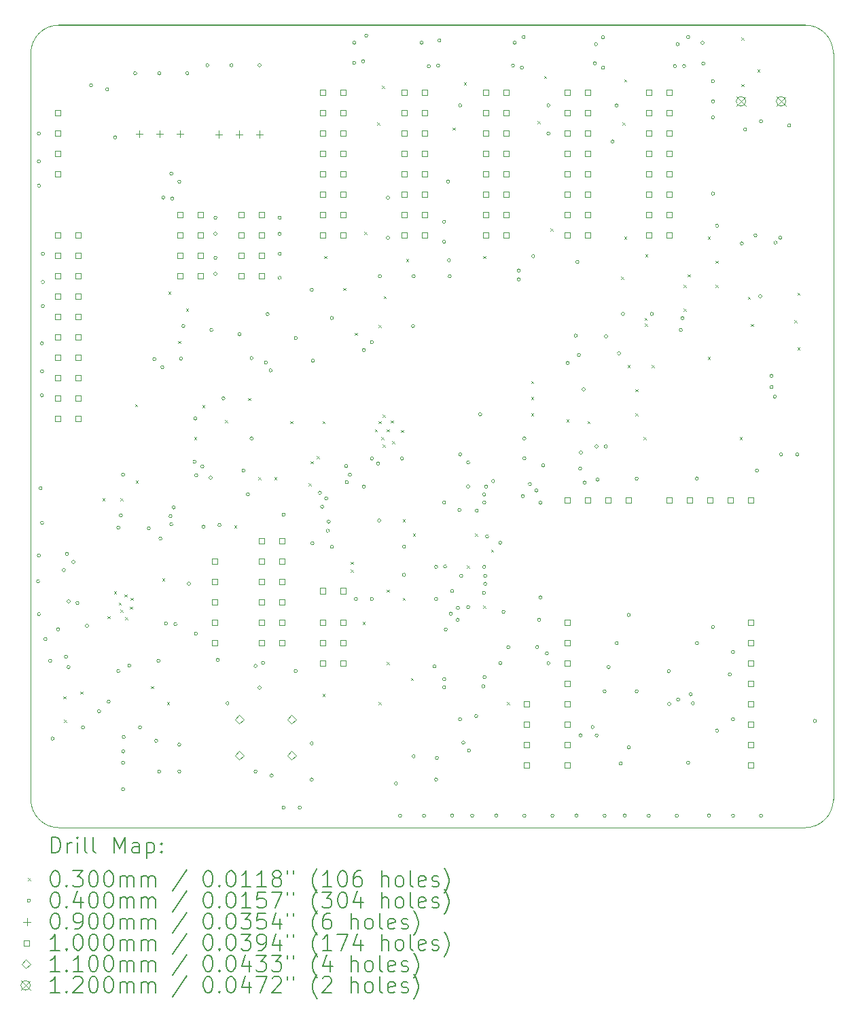
<source format=gbr>
%TF.GenerationSoftware,KiCad,Pcbnew,8.0.6*%
%TF.CreationDate,2024-12-08T12:16:14-08:00*%
%TF.ProjectId,dsp3,64737033-2e6b-4696-9361-645f70636258,rev?*%
%TF.SameCoordinates,Original*%
%TF.FileFunction,Drillmap*%
%TF.FilePolarity,Positive*%
%FSLAX45Y45*%
G04 Gerber Fmt 4.5, Leading zero omitted, Abs format (unit mm)*
G04 Created by KiCad (PCBNEW 8.0.6) date 2024-12-08 12:16:14*
%MOMM*%
%LPD*%
G01*
G04 APERTURE LIST*
%ADD10C,0.200000*%
%ADD11C,0.100000*%
%ADD12C,0.110000*%
%ADD13C,0.120000*%
G04 APERTURE END LIST*
D10*
X11600000Y-4750000D02*
X2300000Y-4750000D01*
D11*
X11600000Y-4750000D02*
G75*
G02*
X11950000Y-5100000I0J-350000D01*
G01*
X11950000Y-5100000D02*
X11950000Y-14400000D01*
X11600000Y-14750000D02*
X2300000Y-14750000D01*
X1950000Y-5100000D02*
G75*
G02*
X2300000Y-4750000I350000J0D01*
G01*
X1950000Y-14400000D02*
X1950000Y-5100000D01*
X2300000Y-14750000D02*
G75*
G02*
X1950000Y-14400000I0J350000D01*
G01*
X11950000Y-14400000D02*
G75*
G02*
X11600000Y-14750000I-350000J0D01*
G01*
D10*
D11*
X2355000Y-13115000D02*
X2385000Y-13145000D01*
X2385000Y-13115000D02*
X2355000Y-13145000D01*
X2365000Y-13405000D02*
X2395000Y-13435000D01*
X2395000Y-13405000D02*
X2365000Y-13435000D01*
X2565000Y-13055000D02*
X2595000Y-13085000D01*
X2595000Y-13055000D02*
X2565000Y-13085000D01*
X2842500Y-10645000D02*
X2872500Y-10675000D01*
X2872500Y-10645000D02*
X2842500Y-10675000D01*
X2905001Y-12115000D02*
X2935001Y-12145000D01*
X2935001Y-12115000D02*
X2905001Y-12145000D01*
X2985000Y-11805000D02*
X3015000Y-11835000D01*
X3015000Y-11805000D02*
X2985000Y-11835000D01*
X3045000Y-11945000D02*
X3075000Y-11975000D01*
X3075000Y-11945000D02*
X3045000Y-11975000D01*
X3065000Y-10645000D02*
X3095000Y-10675000D01*
X3095000Y-10645000D02*
X3065000Y-10675000D01*
X3065000Y-12035000D02*
X3095000Y-12065000D01*
X3095000Y-12035000D02*
X3065000Y-12065000D01*
X3115000Y-11845000D02*
X3145000Y-11875000D01*
X3145000Y-11845000D02*
X3115000Y-11875000D01*
X3125000Y-12125000D02*
X3155000Y-12155000D01*
X3155000Y-12125000D02*
X3125000Y-12155000D01*
X3185000Y-11995000D02*
X3215000Y-12025000D01*
X3215000Y-11995000D02*
X3185000Y-12025000D01*
X3195000Y-11885000D02*
X3225000Y-11915000D01*
X3225000Y-11885000D02*
X3195000Y-11915000D01*
X3250000Y-9471255D02*
X3280000Y-9501255D01*
X3280000Y-9471255D02*
X3250000Y-9501255D01*
X3255000Y-10425000D02*
X3285000Y-10455000D01*
X3285000Y-10425000D02*
X3255000Y-10455000D01*
X3445000Y-12985000D02*
X3475000Y-13015000D01*
X3475000Y-12985000D02*
X3445000Y-13015000D01*
X3585000Y-11645000D02*
X3615000Y-11675000D01*
X3615000Y-11645000D02*
X3585000Y-11675000D01*
X3645000Y-13185000D02*
X3675000Y-13215000D01*
X3675000Y-13185000D02*
X3645000Y-13215000D01*
X3662853Y-8072455D02*
X3692853Y-8102455D01*
X3692853Y-8072455D02*
X3662853Y-8102455D01*
X3785000Y-8685000D02*
X3815000Y-8715000D01*
X3815000Y-8685000D02*
X3785000Y-8715000D01*
X3885000Y-8285000D02*
X3915000Y-8315000D01*
X3915000Y-8285000D02*
X3885000Y-8315000D01*
X3985000Y-9885000D02*
X4015000Y-9915000D01*
X4015000Y-9885000D02*
X3985000Y-9915000D01*
X4085000Y-9485000D02*
X4115000Y-9515000D01*
X4115000Y-9485000D02*
X4085000Y-9515000D01*
X4371967Y-9671967D02*
X4401967Y-9701967D01*
X4401967Y-9671967D02*
X4371967Y-9701967D01*
X4485000Y-10985000D02*
X4515000Y-11015000D01*
X4515000Y-10985000D02*
X4485000Y-11015000D01*
X4656805Y-9395501D02*
X4686805Y-9425501D01*
X4686805Y-9395501D02*
X4656805Y-9425501D01*
X4785000Y-10385000D02*
X4815000Y-10415000D01*
X4815000Y-10385000D02*
X4785000Y-10415000D01*
X4985000Y-10385000D02*
X5015000Y-10415000D01*
X5015000Y-10385000D02*
X4985000Y-10415000D01*
X5185000Y-9685000D02*
X5215000Y-9715000D01*
X5215000Y-9685000D02*
X5185000Y-9715000D01*
X5410000Y-10460000D02*
X5440000Y-10490000D01*
X5440000Y-10460000D02*
X5410000Y-10490000D01*
X5435000Y-10185000D02*
X5465000Y-10215000D01*
X5465000Y-10185000D02*
X5435000Y-10215000D01*
X5513275Y-10118336D02*
X5543275Y-10148336D01*
X5543275Y-10118336D02*
X5513275Y-10148336D01*
X5585000Y-9685000D02*
X5615000Y-9715000D01*
X5615000Y-9685000D02*
X5585000Y-9715000D01*
X5585000Y-13085000D02*
X5615000Y-13115000D01*
X5615000Y-13085000D02*
X5585000Y-13115000D01*
X5605000Y-7625000D02*
X5635000Y-7655000D01*
X5635000Y-7625000D02*
X5605000Y-7655000D01*
X5845000Y-8025000D02*
X5875000Y-8055000D01*
X5875000Y-8025000D02*
X5845000Y-8055000D01*
X5935000Y-11435000D02*
X5965000Y-11465000D01*
X5965000Y-11435000D02*
X5935000Y-11465000D01*
X5935000Y-11535000D02*
X5965000Y-11565000D01*
X5965000Y-11535000D02*
X5935000Y-11565000D01*
X5985000Y-8585000D02*
X6015000Y-8615000D01*
X6015000Y-8585000D02*
X5985000Y-8615000D01*
X6085000Y-12185000D02*
X6115000Y-12215000D01*
X6115000Y-12185000D02*
X6085000Y-12215000D01*
X6105000Y-7325000D02*
X6135000Y-7355000D01*
X6135000Y-7325000D02*
X6105000Y-7355000D01*
X6235000Y-9785000D02*
X6265000Y-9815000D01*
X6265000Y-9785000D02*
X6235000Y-9815000D01*
X6265000Y-5965000D02*
X6295000Y-5995000D01*
X6295000Y-5965000D02*
X6265000Y-5995000D01*
X6285000Y-8485000D02*
X6315000Y-8515000D01*
X6315000Y-8485000D02*
X6285000Y-8515000D01*
X6285000Y-9685000D02*
X6315000Y-9715000D01*
X6315000Y-9685000D02*
X6285000Y-9715000D01*
X6285000Y-13185000D02*
X6315000Y-13215000D01*
X6315000Y-13185000D02*
X6285000Y-13215000D01*
X6315000Y-9885000D02*
X6345000Y-9915000D01*
X6345000Y-9885000D02*
X6315000Y-9915000D01*
X6325000Y-5505000D02*
X6355000Y-5535000D01*
X6355000Y-5505000D02*
X6325000Y-5535000D01*
X6335000Y-9605000D02*
X6365000Y-9635000D01*
X6365000Y-9605000D02*
X6335000Y-9635000D01*
X6335000Y-9975000D02*
X6365000Y-10005000D01*
X6365000Y-9975000D02*
X6335000Y-10005000D01*
X6345000Y-8125000D02*
X6375000Y-8155000D01*
X6375000Y-8125000D02*
X6345000Y-8155000D01*
X6385000Y-9785000D02*
X6415000Y-9815000D01*
X6415000Y-9785000D02*
X6385000Y-9815000D01*
X6385000Y-11785000D02*
X6415000Y-11815000D01*
X6415000Y-11785000D02*
X6385000Y-11815000D01*
X6385000Y-12685000D02*
X6415000Y-12715000D01*
X6415000Y-12685000D02*
X6385000Y-12715000D01*
X6435000Y-9675000D02*
X6465000Y-9705000D01*
X6465000Y-9675000D02*
X6435000Y-9705000D01*
X6455000Y-9935000D02*
X6485000Y-9965000D01*
X6485000Y-9935000D02*
X6455000Y-9965000D01*
X6565000Y-9795000D02*
X6595000Y-9825000D01*
X6595000Y-9795000D02*
X6565000Y-9825000D01*
X6585000Y-10910000D02*
X6615000Y-10940000D01*
X6615000Y-10910000D02*
X6585000Y-10940000D01*
X6585000Y-11885000D02*
X6615000Y-11915000D01*
X6615000Y-11885000D02*
X6585000Y-11915000D01*
X6625000Y-7665000D02*
X6655000Y-7695000D01*
X6655000Y-7665000D02*
X6625000Y-7695000D01*
X6685000Y-12885000D02*
X6715000Y-12915000D01*
X6715000Y-12885000D02*
X6685000Y-12915000D01*
X6710000Y-11085000D02*
X6740000Y-11115000D01*
X6740000Y-11085000D02*
X6710000Y-11115000D01*
X7205000Y-6025000D02*
X7235000Y-6055000D01*
X7235000Y-6025000D02*
X7205000Y-6055000D01*
X7345000Y-5465000D02*
X7375000Y-5495000D01*
X7375000Y-5465000D02*
X7345000Y-5495000D01*
X7385000Y-11485000D02*
X7415000Y-11515000D01*
X7415000Y-11485000D02*
X7385000Y-11515000D01*
X7485000Y-11085000D02*
X7515000Y-11115000D01*
X7515000Y-11085000D02*
X7485000Y-11115000D01*
X7585000Y-7625000D02*
X7615000Y-7655000D01*
X7615000Y-7625000D02*
X7585000Y-7655000D01*
X7585000Y-11985000D02*
X7615000Y-12015000D01*
X7615000Y-11985000D02*
X7585000Y-12015000D01*
X7685000Y-11285000D02*
X7715000Y-11315000D01*
X7715000Y-11285000D02*
X7685000Y-11315000D01*
X7885000Y-13185000D02*
X7915000Y-13215000D01*
X7915000Y-13185000D02*
X7885000Y-13215000D01*
X8185000Y-9185000D02*
X8215000Y-9215000D01*
X8215000Y-9185000D02*
X8185000Y-9215000D01*
X8185000Y-9385000D02*
X8215000Y-9415000D01*
X8215000Y-9385000D02*
X8185000Y-9415000D01*
X8185000Y-9585000D02*
X8215000Y-9615000D01*
X8215000Y-9585000D02*
X8185000Y-9615000D01*
X8265000Y-5945000D02*
X8295000Y-5975000D01*
X8295000Y-5945000D02*
X8265000Y-5975000D01*
X8345000Y-5385000D02*
X8375000Y-5415000D01*
X8375000Y-5385000D02*
X8345000Y-5415000D01*
X8425000Y-7285000D02*
X8455000Y-7315000D01*
X8455000Y-7285000D02*
X8425000Y-7315000D01*
X8625000Y-9665000D02*
X8655000Y-9695000D01*
X8655000Y-9665000D02*
X8625000Y-9695000D01*
X8885000Y-9685000D02*
X8915000Y-9715000D01*
X8915000Y-9685000D02*
X8885000Y-9715000D01*
X9305000Y-7885000D02*
X9335000Y-7915000D01*
X9335000Y-7885000D02*
X9305000Y-7915000D01*
X9325000Y-5965000D02*
X9355000Y-5995000D01*
X9355000Y-5965000D02*
X9325000Y-5995000D01*
X9345000Y-5425000D02*
X9375000Y-5455000D01*
X9375000Y-5425000D02*
X9345000Y-5455000D01*
X9345000Y-7385000D02*
X9375000Y-7415000D01*
X9375000Y-7385000D02*
X9345000Y-7415000D01*
X9385000Y-8985000D02*
X9415000Y-9015000D01*
X9415000Y-8985000D02*
X9385000Y-9015000D01*
X9485000Y-9285000D02*
X9515000Y-9315000D01*
X9515000Y-9285000D02*
X9485000Y-9315000D01*
X9485000Y-9585000D02*
X9515000Y-9615000D01*
X9515000Y-9585000D02*
X9485000Y-9615000D01*
X9585000Y-9885000D02*
X9615000Y-9915000D01*
X9615000Y-9885000D02*
X9585000Y-9915000D01*
X9596621Y-8396621D02*
X9626621Y-8426621D01*
X9626621Y-8396621D02*
X9596621Y-8426621D01*
X9602969Y-8470000D02*
X9632969Y-8500000D01*
X9632969Y-8470000D02*
X9602969Y-8500000D01*
X9605000Y-7605000D02*
X9635000Y-7635000D01*
X9635000Y-7605000D02*
X9605000Y-7635000D01*
X9685000Y-8985000D02*
X9715000Y-9015000D01*
X9715000Y-8985000D02*
X9685000Y-9015000D01*
X10085000Y-7985000D02*
X10115000Y-8015000D01*
X10115000Y-7985000D02*
X10085000Y-8015000D01*
X10085000Y-8285000D02*
X10115000Y-8315000D01*
X10115000Y-8285000D02*
X10085000Y-8315000D01*
X10137149Y-7856093D02*
X10167149Y-7886093D01*
X10167149Y-7856093D02*
X10137149Y-7886093D01*
X10385000Y-7385000D02*
X10415000Y-7415000D01*
X10415000Y-7385000D02*
X10385000Y-7415000D01*
X10385000Y-8885000D02*
X10415000Y-8915000D01*
X10415000Y-8885000D02*
X10385000Y-8915000D01*
X10485000Y-7685000D02*
X10515000Y-7715000D01*
X10515000Y-7685000D02*
X10485000Y-7715000D01*
X10485000Y-7985000D02*
X10515000Y-8015000D01*
X10515000Y-7985000D02*
X10485000Y-8015000D01*
X10785000Y-9885000D02*
X10815000Y-9915000D01*
X10815000Y-9885000D02*
X10785000Y-9915000D01*
X10805000Y-4905000D02*
X10835000Y-4935000D01*
X10835000Y-4905000D02*
X10805000Y-4935000D01*
X10805000Y-5485000D02*
X10835000Y-5515000D01*
X10835000Y-5485000D02*
X10805000Y-5515000D01*
X10885000Y-8135000D02*
X10915000Y-8165000D01*
X10915000Y-8135000D02*
X10885000Y-8165000D01*
X10925000Y-8475000D02*
X10955000Y-8505000D01*
X10955000Y-8475000D02*
X10925000Y-8505000D01*
X11005000Y-5305000D02*
X11035000Y-5335000D01*
X11035000Y-5305000D02*
X11005000Y-5335000D01*
X11465000Y-8425000D02*
X11495000Y-8455000D01*
X11495000Y-8425000D02*
X11465000Y-8455000D01*
X11505000Y-8085000D02*
X11535000Y-8115000D01*
X11535000Y-8085000D02*
X11505000Y-8115000D01*
X11505000Y-8765000D02*
X11535000Y-8795000D01*
X11535000Y-8765000D02*
X11505000Y-8795000D01*
X2060000Y-11680000D02*
G75*
G02*
X2020000Y-11680000I-20000J0D01*
G01*
X2020000Y-11680000D02*
G75*
G02*
X2060000Y-11680000I20000J0D01*
G01*
X2070000Y-6100000D02*
G75*
G02*
X2030000Y-6100000I-20000J0D01*
G01*
X2030000Y-6100000D02*
G75*
G02*
X2070000Y-6100000I20000J0D01*
G01*
X2070000Y-6450000D02*
G75*
G02*
X2030000Y-6450000I-20000J0D01*
G01*
X2030000Y-6450000D02*
G75*
G02*
X2070000Y-6450000I20000J0D01*
G01*
X2070000Y-6750000D02*
G75*
G02*
X2030000Y-6750000I-20000J0D01*
G01*
X2030000Y-6750000D02*
G75*
G02*
X2070000Y-6750000I20000J0D01*
G01*
X2070000Y-11360000D02*
G75*
G02*
X2030000Y-11360000I-20000J0D01*
G01*
X2030000Y-11360000D02*
G75*
G02*
X2070000Y-11360000I20000J0D01*
G01*
X2070000Y-12090000D02*
G75*
G02*
X2030000Y-12090000I-20000J0D01*
G01*
X2030000Y-12090000D02*
G75*
G02*
X2070000Y-12090000I20000J0D01*
G01*
X2090000Y-10520000D02*
G75*
G02*
X2050000Y-10520000I-20000J0D01*
G01*
X2050000Y-10520000D02*
G75*
G02*
X2090000Y-10520000I20000J0D01*
G01*
X2108000Y-8714000D02*
G75*
G02*
X2068000Y-8714000I-20000J0D01*
G01*
X2068000Y-8714000D02*
G75*
G02*
X2108000Y-8714000I20000J0D01*
G01*
X2108000Y-9064000D02*
G75*
G02*
X2068000Y-9064000I-20000J0D01*
G01*
X2068000Y-9064000D02*
G75*
G02*
X2108000Y-9064000I20000J0D01*
G01*
X2108000Y-9364000D02*
G75*
G02*
X2068000Y-9364000I-20000J0D01*
G01*
X2068000Y-9364000D02*
G75*
G02*
X2108000Y-9364000I20000J0D01*
G01*
X2110000Y-10950000D02*
G75*
G02*
X2070000Y-10950000I-20000J0D01*
G01*
X2070000Y-10950000D02*
G75*
G02*
X2110000Y-10950000I20000J0D01*
G01*
X2120000Y-7600000D02*
G75*
G02*
X2080000Y-7600000I-20000J0D01*
G01*
X2080000Y-7600000D02*
G75*
G02*
X2120000Y-7600000I20000J0D01*
G01*
X2120000Y-7950000D02*
G75*
G02*
X2080000Y-7950000I-20000J0D01*
G01*
X2080000Y-7950000D02*
G75*
G02*
X2120000Y-7950000I20000J0D01*
G01*
X2120000Y-8250000D02*
G75*
G02*
X2080000Y-8250000I-20000J0D01*
G01*
X2080000Y-8250000D02*
G75*
G02*
X2120000Y-8250000I20000J0D01*
G01*
X2150000Y-12400000D02*
G75*
G02*
X2110000Y-12400000I-20000J0D01*
G01*
X2110000Y-12400000D02*
G75*
G02*
X2150000Y-12400000I20000J0D01*
G01*
X2210000Y-12670000D02*
G75*
G02*
X2170000Y-12670000I-20000J0D01*
G01*
X2170000Y-12670000D02*
G75*
G02*
X2210000Y-12670000I20000J0D01*
G01*
X2240000Y-13640000D02*
G75*
G02*
X2200000Y-13640000I-20000J0D01*
G01*
X2200000Y-13640000D02*
G75*
G02*
X2240000Y-13640000I20000J0D01*
G01*
X2310000Y-12280000D02*
G75*
G02*
X2270000Y-12280000I-20000J0D01*
G01*
X2270000Y-12280000D02*
G75*
G02*
X2310000Y-12280000I20000J0D01*
G01*
X2380000Y-11540000D02*
G75*
G02*
X2340000Y-11540000I-20000J0D01*
G01*
X2340000Y-11540000D02*
G75*
G02*
X2380000Y-11540000I20000J0D01*
G01*
X2408591Y-12618395D02*
G75*
G02*
X2368591Y-12618395I-20000J0D01*
G01*
X2368591Y-12618395D02*
G75*
G02*
X2408591Y-12618395I20000J0D01*
G01*
X2420000Y-11340000D02*
G75*
G02*
X2380000Y-11340000I-20000J0D01*
G01*
X2380000Y-11340000D02*
G75*
G02*
X2420000Y-11340000I20000J0D01*
G01*
X2439999Y-12750000D02*
G75*
G02*
X2399999Y-12750000I-20000J0D01*
G01*
X2399999Y-12750000D02*
G75*
G02*
X2439999Y-12750000I20000J0D01*
G01*
X2440000Y-11930000D02*
G75*
G02*
X2400000Y-11930000I-20000J0D01*
G01*
X2400000Y-11930000D02*
G75*
G02*
X2440000Y-11930000I20000J0D01*
G01*
X2500000Y-11440000D02*
G75*
G02*
X2460000Y-11440000I-20000J0D01*
G01*
X2460000Y-11440000D02*
G75*
G02*
X2500000Y-11440000I20000J0D01*
G01*
X2550000Y-11949999D02*
G75*
G02*
X2510000Y-11949999I-20000J0D01*
G01*
X2510000Y-11949999D02*
G75*
G02*
X2550000Y-11949999I20000J0D01*
G01*
X2620000Y-13500000D02*
G75*
G02*
X2580000Y-13500000I-20000J0D01*
G01*
X2580000Y-13500000D02*
G75*
G02*
X2620000Y-13500000I20000J0D01*
G01*
X2670000Y-12235000D02*
G75*
G02*
X2630000Y-12235000I-20000J0D01*
G01*
X2630000Y-12235000D02*
G75*
G02*
X2670000Y-12235000I20000J0D01*
G01*
X2720000Y-5500000D02*
G75*
G02*
X2680000Y-5500000I-20000J0D01*
G01*
X2680000Y-5500000D02*
G75*
G02*
X2720000Y-5500000I20000J0D01*
G01*
X2820000Y-13300000D02*
G75*
G02*
X2780000Y-13300000I-20000J0D01*
G01*
X2780000Y-13300000D02*
G75*
G02*
X2820000Y-13300000I20000J0D01*
G01*
X2920000Y-5550000D02*
G75*
G02*
X2880000Y-5550000I-20000J0D01*
G01*
X2880000Y-5550000D02*
G75*
G02*
X2920000Y-5550000I20000J0D01*
G01*
X2940000Y-13180000D02*
G75*
G02*
X2900000Y-13180000I-20000J0D01*
G01*
X2900000Y-13180000D02*
G75*
G02*
X2940000Y-13180000I20000J0D01*
G01*
X3020000Y-6150000D02*
G75*
G02*
X2980000Y-6150000I-20000J0D01*
G01*
X2980000Y-6150000D02*
G75*
G02*
X3020000Y-6150000I20000J0D01*
G01*
X3060000Y-11010000D02*
G75*
G02*
X3020000Y-11010000I-20000J0D01*
G01*
X3020000Y-11010000D02*
G75*
G02*
X3060000Y-11010000I20000J0D01*
G01*
X3060000Y-12800000D02*
G75*
G02*
X3020000Y-12800000I-20000J0D01*
G01*
X3020000Y-12800000D02*
G75*
G02*
X3060000Y-12800000I20000J0D01*
G01*
X3090000Y-10860000D02*
G75*
G02*
X3050000Y-10860000I-20000J0D01*
G01*
X3050000Y-10860000D02*
G75*
G02*
X3090000Y-10860000I20000J0D01*
G01*
X3120000Y-10350000D02*
G75*
G02*
X3080000Y-10350000I-20000J0D01*
G01*
X3080000Y-10350000D02*
G75*
G02*
X3120000Y-10350000I20000J0D01*
G01*
X3120000Y-13800000D02*
G75*
G02*
X3080000Y-13800000I-20000J0D01*
G01*
X3080000Y-13800000D02*
G75*
G02*
X3120000Y-13800000I20000J0D01*
G01*
X3120000Y-13940000D02*
G75*
G02*
X3080000Y-13940000I-20000J0D01*
G01*
X3080000Y-13940000D02*
G75*
G02*
X3120000Y-13940000I20000J0D01*
G01*
X3120000Y-14270000D02*
G75*
G02*
X3080000Y-14270000I-20000J0D01*
G01*
X3080000Y-14270000D02*
G75*
G02*
X3120000Y-14270000I20000J0D01*
G01*
X3127531Y-13620990D02*
G75*
G02*
X3087531Y-13620990I-20000J0D01*
G01*
X3087531Y-13620990D02*
G75*
G02*
X3127531Y-13620990I20000J0D01*
G01*
X3197500Y-12730000D02*
G75*
G02*
X3157500Y-12730000I-20000J0D01*
G01*
X3157500Y-12730000D02*
G75*
G02*
X3197500Y-12730000I20000J0D01*
G01*
X3270000Y-5350000D02*
G75*
G02*
X3230000Y-5350000I-20000J0D01*
G01*
X3230000Y-5350000D02*
G75*
G02*
X3270000Y-5350000I20000J0D01*
G01*
X3330000Y-13500000D02*
G75*
G02*
X3290000Y-13500000I-20000J0D01*
G01*
X3290000Y-13500000D02*
G75*
G02*
X3330000Y-13500000I20000J0D01*
G01*
X3440000Y-11020000D02*
G75*
G02*
X3400000Y-11020000I-20000J0D01*
G01*
X3400000Y-11020000D02*
G75*
G02*
X3440000Y-11020000I20000J0D01*
G01*
X3508128Y-8911872D02*
G75*
G02*
X3468128Y-8911872I-20000J0D01*
G01*
X3468128Y-8911872D02*
G75*
G02*
X3508128Y-8911872I20000J0D01*
G01*
X3531872Y-13667500D02*
G75*
G02*
X3491872Y-13667500I-20000J0D01*
G01*
X3491872Y-13667500D02*
G75*
G02*
X3531872Y-13667500I20000J0D01*
G01*
X3560000Y-12670000D02*
G75*
G02*
X3520000Y-12670000I-20000J0D01*
G01*
X3520000Y-12670000D02*
G75*
G02*
X3560000Y-12670000I20000J0D01*
G01*
X3570000Y-5350000D02*
G75*
G02*
X3530000Y-5350000I-20000J0D01*
G01*
X3530000Y-5350000D02*
G75*
G02*
X3570000Y-5350000I20000J0D01*
G01*
X3570000Y-14050000D02*
G75*
G02*
X3530000Y-14050000I-20000J0D01*
G01*
X3530000Y-14050000D02*
G75*
G02*
X3570000Y-14050000I20000J0D01*
G01*
X3584046Y-11149268D02*
G75*
G02*
X3544046Y-11149268I-20000J0D01*
G01*
X3544046Y-11149268D02*
G75*
G02*
X3584046Y-11149268I20000J0D01*
G01*
X3608128Y-9011872D02*
G75*
G02*
X3568128Y-9011872I-20000J0D01*
G01*
X3568128Y-9011872D02*
G75*
G02*
X3608128Y-9011872I20000J0D01*
G01*
X3620000Y-6900000D02*
G75*
G02*
X3580000Y-6900000I-20000J0D01*
G01*
X3580000Y-6900000D02*
G75*
G02*
X3620000Y-6900000I20000J0D01*
G01*
X3654877Y-12204568D02*
G75*
G02*
X3614877Y-12204568I-20000J0D01*
G01*
X3614877Y-12204568D02*
G75*
G02*
X3654877Y-12204568I20000J0D01*
G01*
X3710000Y-10870000D02*
G75*
G02*
X3670000Y-10870000I-20000J0D01*
G01*
X3670000Y-10870000D02*
G75*
G02*
X3710000Y-10870000I20000J0D01*
G01*
X3720000Y-6600000D02*
G75*
G02*
X3680000Y-6600000I-20000J0D01*
G01*
X3680000Y-6600000D02*
G75*
G02*
X3720000Y-6600000I20000J0D01*
G01*
X3720000Y-10970000D02*
G75*
G02*
X3680000Y-10970000I-20000J0D01*
G01*
X3680000Y-10970000D02*
G75*
G02*
X3720000Y-10970000I20000J0D01*
G01*
X3731872Y-6911872D02*
G75*
G02*
X3691872Y-6911872I-20000J0D01*
G01*
X3691872Y-6911872D02*
G75*
G02*
X3731872Y-6911872I20000J0D01*
G01*
X3750000Y-10760000D02*
G75*
G02*
X3710000Y-10760000I-20000J0D01*
G01*
X3710000Y-10760000D02*
G75*
G02*
X3750000Y-10760000I20000J0D01*
G01*
X3770672Y-12214625D02*
G75*
G02*
X3730672Y-12214625I-20000J0D01*
G01*
X3730672Y-12214625D02*
G75*
G02*
X3770672Y-12214625I20000J0D01*
G01*
X3820000Y-6700000D02*
G75*
G02*
X3780000Y-6700000I-20000J0D01*
G01*
X3780000Y-6700000D02*
G75*
G02*
X3820000Y-6700000I20000J0D01*
G01*
X3820000Y-13715000D02*
G75*
G02*
X3780000Y-13715000I-20000J0D01*
G01*
X3780000Y-13715000D02*
G75*
G02*
X3820000Y-13715000I20000J0D01*
G01*
X3820000Y-14050000D02*
G75*
G02*
X3780000Y-14050000I-20000J0D01*
G01*
X3780000Y-14050000D02*
G75*
G02*
X3820000Y-14050000I20000J0D01*
G01*
X3840000Y-8905514D02*
G75*
G02*
X3800000Y-8905514I-20000J0D01*
G01*
X3800000Y-8905514D02*
G75*
G02*
X3840000Y-8905514I20000J0D01*
G01*
X3870000Y-8500000D02*
G75*
G02*
X3830000Y-8500000I-20000J0D01*
G01*
X3830000Y-8500000D02*
G75*
G02*
X3870000Y-8500000I20000J0D01*
G01*
X3920000Y-5350000D02*
G75*
G02*
X3880000Y-5350000I-20000J0D01*
G01*
X3880000Y-5350000D02*
G75*
G02*
X3920000Y-5350000I20000J0D01*
G01*
X3940000Y-11710000D02*
G75*
G02*
X3900000Y-11710000I-20000J0D01*
G01*
X3900000Y-11710000D02*
G75*
G02*
X3940000Y-11710000I20000J0D01*
G01*
X4010000Y-10190000D02*
G75*
G02*
X3970000Y-10190000I-20000J0D01*
G01*
X3970000Y-10190000D02*
G75*
G02*
X4010000Y-10190000I20000J0D01*
G01*
X4020000Y-9650000D02*
G75*
G02*
X3980000Y-9650000I-20000J0D01*
G01*
X3980000Y-9650000D02*
G75*
G02*
X4020000Y-9650000I20000J0D01*
G01*
X4026896Y-12333104D02*
G75*
G02*
X3986896Y-12333104I-20000J0D01*
G01*
X3986896Y-12333104D02*
G75*
G02*
X4026896Y-12333104I20000J0D01*
G01*
X4030104Y-10360104D02*
G75*
G02*
X3990104Y-10360104I-20000J0D01*
G01*
X3990104Y-10360104D02*
G75*
G02*
X4030104Y-10360104I20000J0D01*
G01*
X4107233Y-10251406D02*
G75*
G02*
X4067233Y-10251406I-20000J0D01*
G01*
X4067233Y-10251406D02*
G75*
G02*
X4107233Y-10251406I20000J0D01*
G01*
X4120000Y-11000000D02*
G75*
G02*
X4080000Y-11000000I-20000J0D01*
G01*
X4080000Y-11000000D02*
G75*
G02*
X4120000Y-11000000I20000J0D01*
G01*
X4170000Y-5250000D02*
G75*
G02*
X4130000Y-5250000I-20000J0D01*
G01*
X4130000Y-5250000D02*
G75*
G02*
X4170000Y-5250000I20000J0D01*
G01*
X4209357Y-10389700D02*
G75*
G02*
X4169356Y-10389700I-20000J0D01*
G01*
X4169356Y-10389700D02*
G75*
G02*
X4209357Y-10389700I20000J0D01*
G01*
X4220000Y-8550000D02*
G75*
G02*
X4180000Y-8550000I-20000J0D01*
G01*
X4180000Y-8550000D02*
G75*
G02*
X4220000Y-8550000I20000J0D01*
G01*
X4270000Y-7150000D02*
G75*
G02*
X4230000Y-7150000I-20000J0D01*
G01*
X4230000Y-7150000D02*
G75*
G02*
X4270000Y-7150000I20000J0D01*
G01*
X4270000Y-7350000D02*
G75*
G02*
X4230000Y-7350000I-20000J0D01*
G01*
X4230000Y-7350000D02*
G75*
G02*
X4270000Y-7350000I20000J0D01*
G01*
X4270000Y-7650000D02*
G75*
G02*
X4230000Y-7650000I-20000J0D01*
G01*
X4230000Y-7650000D02*
G75*
G02*
X4270000Y-7650000I20000J0D01*
G01*
X4270000Y-7850000D02*
G75*
G02*
X4230000Y-7850000I-20000J0D01*
G01*
X4230000Y-7850000D02*
G75*
G02*
X4270000Y-7850000I20000J0D01*
G01*
X4300000Y-12660000D02*
G75*
G02*
X4260000Y-12660000I-20000J0D01*
G01*
X4260000Y-12660000D02*
G75*
G02*
X4300000Y-12660000I20000J0D01*
G01*
X4320000Y-10980000D02*
G75*
G02*
X4280000Y-10980000I-20000J0D01*
G01*
X4280000Y-10980000D02*
G75*
G02*
X4320000Y-10980000I20000J0D01*
G01*
X4370000Y-9400000D02*
G75*
G02*
X4330000Y-9400000I-20000J0D01*
G01*
X4330000Y-9400000D02*
G75*
G02*
X4370000Y-9400000I20000J0D01*
G01*
X4420000Y-13200000D02*
G75*
G02*
X4380000Y-13200000I-20000J0D01*
G01*
X4380000Y-13200000D02*
G75*
G02*
X4420000Y-13200000I20000J0D01*
G01*
X4470000Y-5250000D02*
G75*
G02*
X4430000Y-5250000I-20000J0D01*
G01*
X4430000Y-5250000D02*
G75*
G02*
X4470000Y-5250000I20000J0D01*
G01*
X4570000Y-8600000D02*
G75*
G02*
X4530000Y-8600000I-20000J0D01*
G01*
X4530000Y-8600000D02*
G75*
G02*
X4570000Y-8600000I20000J0D01*
G01*
X4620000Y-10300000D02*
G75*
G02*
X4580000Y-10300000I-20000J0D01*
G01*
X4580000Y-10300000D02*
G75*
G02*
X4620000Y-10300000I20000J0D01*
G01*
X4674523Y-10595477D02*
G75*
G02*
X4634523Y-10595477I-20000J0D01*
G01*
X4634523Y-10595477D02*
G75*
G02*
X4674523Y-10595477I20000J0D01*
G01*
X4720000Y-8900000D02*
G75*
G02*
X4680000Y-8900000I-20000J0D01*
G01*
X4680000Y-8900000D02*
G75*
G02*
X4720000Y-8900000I20000J0D01*
G01*
X4720000Y-9900000D02*
G75*
G02*
X4680000Y-9900000I-20000J0D01*
G01*
X4680000Y-9900000D02*
G75*
G02*
X4720000Y-9900000I20000J0D01*
G01*
X4770000Y-14050000D02*
G75*
G02*
X4730000Y-14050000I-20000J0D01*
G01*
X4730000Y-14050000D02*
G75*
G02*
X4770000Y-14050000I20000J0D01*
G01*
X4770062Y-12735441D02*
G75*
G02*
X4730062Y-12735441I-20000J0D01*
G01*
X4730062Y-12735441D02*
G75*
G02*
X4770062Y-12735441I20000J0D01*
G01*
X4820000Y-13005441D02*
G75*
G02*
X4780000Y-13005441I-20000J0D01*
G01*
X4780000Y-13005441D02*
G75*
G02*
X4820000Y-13005441I20000J0D01*
G01*
X4820000Y-5250000D02*
G75*
G02*
X4780000Y-5250000I-20000J0D01*
G01*
X4780000Y-5250000D02*
G75*
G02*
X4820000Y-5250000I20000J0D01*
G01*
X4863467Y-12695441D02*
G75*
G02*
X4823467Y-12695441I-20000J0D01*
G01*
X4823467Y-12695441D02*
G75*
G02*
X4863467Y-12695441I20000J0D01*
G01*
X4898933Y-8953263D02*
G75*
G02*
X4858933Y-8953263I-20000J0D01*
G01*
X4858933Y-8953263D02*
G75*
G02*
X4898933Y-8953263I20000J0D01*
G01*
X4920000Y-8350000D02*
G75*
G02*
X4880000Y-8350000I-20000J0D01*
G01*
X4880000Y-8350000D02*
G75*
G02*
X4920000Y-8350000I20000J0D01*
G01*
X4957644Y-9052148D02*
G75*
G02*
X4917644Y-9052148I-20000J0D01*
G01*
X4917644Y-9052148D02*
G75*
G02*
X4957644Y-9052148I20000J0D01*
G01*
X4970000Y-14100000D02*
G75*
G02*
X4930000Y-14100000I-20000J0D01*
G01*
X4930000Y-14100000D02*
G75*
G02*
X4970000Y-14100000I20000J0D01*
G01*
X5070000Y-7150000D02*
G75*
G02*
X5030000Y-7150000I-20000J0D01*
G01*
X5030000Y-7150000D02*
G75*
G02*
X5070000Y-7150000I20000J0D01*
G01*
X5070000Y-7350000D02*
G75*
G02*
X5030000Y-7350000I-20000J0D01*
G01*
X5030000Y-7350000D02*
G75*
G02*
X5070000Y-7350000I20000J0D01*
G01*
X5070000Y-7600000D02*
G75*
G02*
X5030000Y-7600000I-20000J0D01*
G01*
X5030000Y-7600000D02*
G75*
G02*
X5070000Y-7600000I20000J0D01*
G01*
X5070000Y-7900000D02*
G75*
G02*
X5030000Y-7900000I-20000J0D01*
G01*
X5030000Y-7900000D02*
G75*
G02*
X5070000Y-7900000I20000J0D01*
G01*
X5120000Y-10850000D02*
G75*
G02*
X5080000Y-10850000I-20000J0D01*
G01*
X5080000Y-10850000D02*
G75*
G02*
X5120000Y-10850000I20000J0D01*
G01*
X5120000Y-14500000D02*
G75*
G02*
X5080000Y-14500000I-20000J0D01*
G01*
X5080000Y-14500000D02*
G75*
G02*
X5120000Y-14500000I20000J0D01*
G01*
X5270000Y-12799998D02*
G75*
G02*
X5230000Y-12799998I-20000J0D01*
G01*
X5230000Y-12799998D02*
G75*
G02*
X5270000Y-12799998I20000J0D01*
G01*
X5271768Y-8648232D02*
G75*
G02*
X5231768Y-8648232I-20000J0D01*
G01*
X5231768Y-8648232D02*
G75*
G02*
X5271768Y-8648232I20000J0D01*
G01*
X5320000Y-14500000D02*
G75*
G02*
X5280000Y-14500000I-20000J0D01*
G01*
X5280000Y-14500000D02*
G75*
G02*
X5320000Y-14500000I20000J0D01*
G01*
X5470000Y-8050000D02*
G75*
G02*
X5430000Y-8050000I-20000J0D01*
G01*
X5430000Y-8050000D02*
G75*
G02*
X5470000Y-8050000I20000J0D01*
G01*
X5470000Y-13700000D02*
G75*
G02*
X5430000Y-13700000I-20000J0D01*
G01*
X5430000Y-13700000D02*
G75*
G02*
X5470000Y-13700000I20000J0D01*
G01*
X5470000Y-14150000D02*
G75*
G02*
X5430000Y-14150000I-20000J0D01*
G01*
X5430000Y-14150000D02*
G75*
G02*
X5470000Y-14150000I20000J0D01*
G01*
X5478000Y-11208000D02*
G75*
G02*
X5438000Y-11208000I-20000J0D01*
G01*
X5438000Y-11208000D02*
G75*
G02*
X5478000Y-11208000I20000J0D01*
G01*
X5484307Y-8931482D02*
G75*
G02*
X5444307Y-8931482I-20000J0D01*
G01*
X5444307Y-8931482D02*
G75*
G02*
X5484307Y-8931482I20000J0D01*
G01*
X5571693Y-10576801D02*
G75*
G02*
X5531693Y-10576801I-20000J0D01*
G01*
X5531693Y-10576801D02*
G75*
G02*
X5571693Y-10576801I20000J0D01*
G01*
X5600297Y-10752323D02*
G75*
G02*
X5560297Y-10752323I-20000J0D01*
G01*
X5560297Y-10752323D02*
G75*
G02*
X5600297Y-10752323I20000J0D01*
G01*
X5651330Y-10649267D02*
G75*
G02*
X5611330Y-10649267I-20000J0D01*
G01*
X5611330Y-10649267D02*
G75*
G02*
X5651330Y-10649267I20000J0D01*
G01*
X5670000Y-11050000D02*
G75*
G02*
X5630000Y-11050000I-20000J0D01*
G01*
X5630000Y-11050000D02*
G75*
G02*
X5670000Y-11050000I20000J0D01*
G01*
X5681872Y-10938128D02*
G75*
G02*
X5641872Y-10938128I-20000J0D01*
G01*
X5641872Y-10938128D02*
G75*
G02*
X5681872Y-10938128I20000J0D01*
G01*
X5720000Y-8400000D02*
G75*
G02*
X5680000Y-8400000I-20000J0D01*
G01*
X5680000Y-8400000D02*
G75*
G02*
X5720000Y-8400000I20000J0D01*
G01*
X5721350Y-11249611D02*
G75*
G02*
X5681350Y-11249611I-20000J0D01*
G01*
X5681350Y-11249611D02*
G75*
G02*
X5721350Y-11249611I20000J0D01*
G01*
X5899155Y-10245287D02*
G75*
G02*
X5859155Y-10245287I-20000J0D01*
G01*
X5859155Y-10245287D02*
G75*
G02*
X5899155Y-10245287I20000J0D01*
G01*
X5907310Y-10445310D02*
G75*
G02*
X5867310Y-10445310I-20000J0D01*
G01*
X5867310Y-10445310D02*
G75*
G02*
X5907310Y-10445310I20000J0D01*
G01*
X5945930Y-10352940D02*
G75*
G02*
X5905930Y-10352940I-20000J0D01*
G01*
X5905930Y-10352940D02*
G75*
G02*
X5945930Y-10352940I20000J0D01*
G01*
X6000000Y-4970000D02*
G75*
G02*
X5960000Y-4970000I-20000J0D01*
G01*
X5960000Y-4970000D02*
G75*
G02*
X6000000Y-4970000I20000J0D01*
G01*
X6000000Y-5220000D02*
G75*
G02*
X5960000Y-5220000I-20000J0D01*
G01*
X5960000Y-5220000D02*
G75*
G02*
X6000000Y-5220000I20000J0D01*
G01*
X6020000Y-11900000D02*
G75*
G02*
X5980000Y-11900000I-20000J0D01*
G01*
X5980000Y-11900000D02*
G75*
G02*
X6020000Y-11900000I20000J0D01*
G01*
X6110000Y-5200000D02*
G75*
G02*
X6070000Y-5200000I-20000J0D01*
G01*
X6070000Y-5200000D02*
G75*
G02*
X6110000Y-5200000I20000J0D01*
G01*
X6119999Y-10500000D02*
G75*
G02*
X6079999Y-10500000I-20000J0D01*
G01*
X6079999Y-10500000D02*
G75*
G02*
X6119999Y-10500000I20000J0D01*
G01*
X6120000Y-8800000D02*
G75*
G02*
X6080000Y-8800000I-20000J0D01*
G01*
X6080000Y-8800000D02*
G75*
G02*
X6120000Y-8800000I20000J0D01*
G01*
X6150000Y-4880000D02*
G75*
G02*
X6110000Y-4880000I-20000J0D01*
G01*
X6110000Y-4880000D02*
G75*
G02*
X6150000Y-4880000I20000J0D01*
G01*
X6220000Y-8700000D02*
G75*
G02*
X6180000Y-8700000I-20000J0D01*
G01*
X6180000Y-8700000D02*
G75*
G02*
X6220000Y-8700000I20000J0D01*
G01*
X6220000Y-10150000D02*
G75*
G02*
X6180000Y-10150000I-20000J0D01*
G01*
X6180000Y-10150000D02*
G75*
G02*
X6220000Y-10150000I20000J0D01*
G01*
X6220000Y-11900000D02*
G75*
G02*
X6180000Y-11900000I-20000J0D01*
G01*
X6180000Y-11900000D02*
G75*
G02*
X6220000Y-11900000I20000J0D01*
G01*
X6298446Y-10212018D02*
G75*
G02*
X6258446Y-10212018I-20000J0D01*
G01*
X6258446Y-10212018D02*
G75*
G02*
X6298446Y-10212018I20000J0D01*
G01*
X6310901Y-10923744D02*
G75*
G02*
X6270901Y-10923744I-20000J0D01*
G01*
X6270901Y-10923744D02*
G75*
G02*
X6310901Y-10923744I20000J0D01*
G01*
X6320000Y-7880000D02*
G75*
G02*
X6280000Y-7880000I-20000J0D01*
G01*
X6280000Y-7880000D02*
G75*
G02*
X6320000Y-7880000I20000J0D01*
G01*
X6420000Y-6900000D02*
G75*
G02*
X6380000Y-6900000I-20000J0D01*
G01*
X6380000Y-6900000D02*
G75*
G02*
X6420000Y-6900000I20000J0D01*
G01*
X6420000Y-7400000D02*
G75*
G02*
X6380000Y-7400000I-20000J0D01*
G01*
X6380000Y-7400000D02*
G75*
G02*
X6420000Y-7400000I20000J0D01*
G01*
X6520000Y-14200000D02*
G75*
G02*
X6480000Y-14200000I-20000J0D01*
G01*
X6480000Y-14200000D02*
G75*
G02*
X6520000Y-14200000I20000J0D01*
G01*
X6570000Y-14600000D02*
G75*
G02*
X6530000Y-14600000I-20000J0D01*
G01*
X6530000Y-14600000D02*
G75*
G02*
X6570000Y-14600000I20000J0D01*
G01*
X6595000Y-10150000D02*
G75*
G02*
X6555000Y-10150000I-20000J0D01*
G01*
X6555000Y-10150000D02*
G75*
G02*
X6595000Y-10150000I20000J0D01*
G01*
X6620000Y-11250000D02*
G75*
G02*
X6580000Y-11250000I-20000J0D01*
G01*
X6580000Y-11250000D02*
G75*
G02*
X6620000Y-11250000I20000J0D01*
G01*
X6620000Y-11600000D02*
G75*
G02*
X6580000Y-11600000I-20000J0D01*
G01*
X6580000Y-11600000D02*
G75*
G02*
X6620000Y-11600000I20000J0D01*
G01*
X6732500Y-8500000D02*
G75*
G02*
X6692500Y-8500000I-20000J0D01*
G01*
X6692500Y-8500000D02*
G75*
G02*
X6732500Y-8500000I20000J0D01*
G01*
X6740000Y-7880000D02*
G75*
G02*
X6700000Y-7880000I-20000J0D01*
G01*
X6700000Y-7880000D02*
G75*
G02*
X6740000Y-7880000I20000J0D01*
G01*
X6740000Y-13860000D02*
G75*
G02*
X6700000Y-13860000I-20000J0D01*
G01*
X6700000Y-13860000D02*
G75*
G02*
X6740000Y-13860000I20000J0D01*
G01*
X6840000Y-4970000D02*
G75*
G02*
X6800000Y-4970000I-20000J0D01*
G01*
X6800000Y-4970000D02*
G75*
G02*
X6840000Y-4970000I20000J0D01*
G01*
X6870000Y-14600000D02*
G75*
G02*
X6830000Y-14600000I-20000J0D01*
G01*
X6830000Y-14600000D02*
G75*
G02*
X6870000Y-14600000I20000J0D01*
G01*
X6930159Y-5261044D02*
G75*
G02*
X6890159Y-5261044I-20000J0D01*
G01*
X6890159Y-5261044D02*
G75*
G02*
X6930159Y-5261044I20000J0D01*
G01*
X7000000Y-12740000D02*
G75*
G02*
X6960000Y-12740000I-20000J0D01*
G01*
X6960000Y-12740000D02*
G75*
G02*
X7000000Y-12740000I20000J0D01*
G01*
X7020000Y-11500000D02*
G75*
G02*
X6980000Y-11500000I-20000J0D01*
G01*
X6980000Y-11500000D02*
G75*
G02*
X7020000Y-11500000I20000J0D01*
G01*
X7020000Y-11900000D02*
G75*
G02*
X6980000Y-11900000I-20000J0D01*
G01*
X6980000Y-11900000D02*
G75*
G02*
X7020000Y-11900000I20000J0D01*
G01*
X7020000Y-14150000D02*
G75*
G02*
X6980000Y-14150000I-20000J0D01*
G01*
X6980000Y-14150000D02*
G75*
G02*
X7020000Y-14150000I20000J0D01*
G01*
X7030000Y-13880000D02*
G75*
G02*
X6990000Y-13880000I-20000J0D01*
G01*
X6990000Y-13880000D02*
G75*
G02*
X7030000Y-13880000I20000J0D01*
G01*
X7045000Y-5255000D02*
G75*
G02*
X7005000Y-5255000I-20000J0D01*
G01*
X7005000Y-5255000D02*
G75*
G02*
X7045000Y-5255000I20000J0D01*
G01*
X7060000Y-4940000D02*
G75*
G02*
X7020000Y-4940000I-20000J0D01*
G01*
X7020000Y-4940000D02*
G75*
G02*
X7060000Y-4940000I20000J0D01*
G01*
X7120000Y-7200000D02*
G75*
G02*
X7080000Y-7200000I-20000J0D01*
G01*
X7080000Y-7200000D02*
G75*
G02*
X7120000Y-7200000I20000J0D01*
G01*
X7120000Y-7450000D02*
G75*
G02*
X7080000Y-7450000I-20000J0D01*
G01*
X7080000Y-7450000D02*
G75*
G02*
X7120000Y-7450000I20000J0D01*
G01*
X7120000Y-10700000D02*
G75*
G02*
X7080000Y-10700000I-20000J0D01*
G01*
X7080000Y-10700000D02*
G75*
G02*
X7120000Y-10700000I20000J0D01*
G01*
X7120000Y-12900000D02*
G75*
G02*
X7080000Y-12900000I-20000J0D01*
G01*
X7080000Y-12900000D02*
G75*
G02*
X7120000Y-12900000I20000J0D01*
G01*
X7120000Y-13000000D02*
G75*
G02*
X7080000Y-13000000I-20000J0D01*
G01*
X7080000Y-13000000D02*
G75*
G02*
X7120000Y-13000000I20000J0D01*
G01*
X7132571Y-11496477D02*
G75*
G02*
X7092571Y-11496477I-20000J0D01*
G01*
X7092571Y-11496477D02*
G75*
G02*
X7132571Y-11496477I20000J0D01*
G01*
X7140000Y-12280000D02*
G75*
G02*
X7100000Y-12280000I-20000J0D01*
G01*
X7100000Y-12280000D02*
G75*
G02*
X7140000Y-12280000I20000J0D01*
G01*
X7170000Y-6700000D02*
G75*
G02*
X7130000Y-6700000I-20000J0D01*
G01*
X7130000Y-6700000D02*
G75*
G02*
X7170000Y-6700000I20000J0D01*
G01*
X7180000Y-7680000D02*
G75*
G02*
X7140000Y-7680000I-20000J0D01*
G01*
X7140000Y-7680000D02*
G75*
G02*
X7180000Y-7680000I20000J0D01*
G01*
X7190000Y-7880000D02*
G75*
G02*
X7150000Y-7880000I-20000J0D01*
G01*
X7150000Y-7880000D02*
G75*
G02*
X7190000Y-7880000I20000J0D01*
G01*
X7202685Y-12085159D02*
G75*
G02*
X7162685Y-12085159I-20000J0D01*
G01*
X7162685Y-12085159D02*
G75*
G02*
X7202685Y-12085159I20000J0D01*
G01*
X7220000Y-11800000D02*
G75*
G02*
X7180000Y-11800000I-20000J0D01*
G01*
X7180000Y-11800000D02*
G75*
G02*
X7220000Y-11800000I20000J0D01*
G01*
X7220000Y-14600000D02*
G75*
G02*
X7180000Y-14600000I-20000J0D01*
G01*
X7180000Y-14600000D02*
G75*
G02*
X7220000Y-14600000I20000J0D01*
G01*
X7290000Y-12160000D02*
G75*
G02*
X7250000Y-12160000I-20000J0D01*
G01*
X7250000Y-12160000D02*
G75*
G02*
X7290000Y-12160000I20000J0D01*
G01*
X7291789Y-12013211D02*
G75*
G02*
X7251789Y-12013211I-20000J0D01*
G01*
X7251789Y-12013211D02*
G75*
G02*
X7291789Y-12013211I20000J0D01*
G01*
X7310725Y-10793256D02*
G75*
G02*
X7270725Y-10793256I-20000J0D01*
G01*
X7270725Y-10793256D02*
G75*
G02*
X7310725Y-10793256I20000J0D01*
G01*
X7320000Y-5750000D02*
G75*
G02*
X7280000Y-5750000I-20000J0D01*
G01*
X7280000Y-5750000D02*
G75*
G02*
X7320000Y-5750000I20000J0D01*
G01*
X7320000Y-10100000D02*
G75*
G02*
X7280000Y-10100000I-20000J0D01*
G01*
X7280000Y-10100000D02*
G75*
G02*
X7320000Y-10100000I20000J0D01*
G01*
X7320000Y-13400000D02*
G75*
G02*
X7280000Y-13400000I-20000J0D01*
G01*
X7280000Y-13400000D02*
G75*
G02*
X7320000Y-13400000I20000J0D01*
G01*
X7331872Y-11611872D02*
G75*
G02*
X7291872Y-11611872I-20000J0D01*
G01*
X7291872Y-11611872D02*
G75*
G02*
X7331872Y-11611872I20000J0D01*
G01*
X7359203Y-13690000D02*
G75*
G02*
X7319203Y-13690000I-20000J0D01*
G01*
X7319203Y-13690000D02*
G75*
G02*
X7359203Y-13690000I20000J0D01*
G01*
X7420000Y-10200000D02*
G75*
G02*
X7380000Y-10200000I-20000J0D01*
G01*
X7380000Y-10200000D02*
G75*
G02*
X7420000Y-10200000I20000J0D01*
G01*
X7420000Y-10500000D02*
G75*
G02*
X7380000Y-10500000I-20000J0D01*
G01*
X7380000Y-10500000D02*
G75*
G02*
X7420000Y-10500000I20000J0D01*
G01*
X7420000Y-12000000D02*
G75*
G02*
X7380000Y-12000000I-20000J0D01*
G01*
X7380000Y-12000000D02*
G75*
G02*
X7420000Y-12000000I20000J0D01*
G01*
X7430365Y-13790000D02*
G75*
G02*
X7390365Y-13790000I-20000J0D01*
G01*
X7390365Y-13790000D02*
G75*
G02*
X7430365Y-13790000I20000J0D01*
G01*
X7470000Y-14600000D02*
G75*
G02*
X7430000Y-14600000I-20000J0D01*
G01*
X7430000Y-14600000D02*
G75*
G02*
X7470000Y-14600000I20000J0D01*
G01*
X7520000Y-13359494D02*
G75*
G02*
X7480000Y-13359494I-20000J0D01*
G01*
X7480000Y-13359494D02*
G75*
G02*
X7520000Y-13359494I20000J0D01*
G01*
X7526328Y-10801269D02*
G75*
G02*
X7486328Y-10801269I-20000J0D01*
G01*
X7486328Y-10801269D02*
G75*
G02*
X7526328Y-10801269I20000J0D01*
G01*
X7570001Y-9600000D02*
G75*
G02*
X7530001Y-9600000I-20000J0D01*
G01*
X7530001Y-9600000D02*
G75*
G02*
X7570001Y-9600000I20000J0D01*
G01*
X7608128Y-12988128D02*
G75*
G02*
X7568128Y-12988128I-20000J0D01*
G01*
X7568128Y-12988128D02*
G75*
G02*
X7608128Y-12988128I20000J0D01*
G01*
X7616519Y-11825843D02*
G75*
G02*
X7576519Y-11825843I-20000J0D01*
G01*
X7576519Y-11825843D02*
G75*
G02*
X7616519Y-11825843I20000J0D01*
G01*
X7620000Y-10600000D02*
G75*
G02*
X7580000Y-10600000I-20000J0D01*
G01*
X7580000Y-10600000D02*
G75*
G02*
X7620000Y-10600000I20000J0D01*
G01*
X7620000Y-10700000D02*
G75*
G02*
X7580000Y-10700000I-20000J0D01*
G01*
X7580000Y-10700000D02*
G75*
G02*
X7620000Y-10700000I20000J0D01*
G01*
X7620000Y-11500000D02*
G75*
G02*
X7580000Y-11500000I-20000J0D01*
G01*
X7580000Y-11500000D02*
G75*
G02*
X7620000Y-11500000I20000J0D01*
G01*
X7623481Y-12874157D02*
G75*
G02*
X7583481Y-12874157I-20000J0D01*
G01*
X7583481Y-12874157D02*
G75*
G02*
X7623481Y-12874157I20000J0D01*
G01*
X7631872Y-11611872D02*
G75*
G02*
X7591872Y-11611872I-20000J0D01*
G01*
X7591872Y-11611872D02*
G75*
G02*
X7631872Y-11611872I20000J0D01*
G01*
X7631872Y-11711872D02*
G75*
G02*
X7591872Y-11711872I-20000J0D01*
G01*
X7591872Y-11711872D02*
G75*
G02*
X7631872Y-11711872I20000J0D01*
G01*
X7642500Y-10500000D02*
G75*
G02*
X7602500Y-10500000I-20000J0D01*
G01*
X7602500Y-10500000D02*
G75*
G02*
X7642500Y-10500000I20000J0D01*
G01*
X7655901Y-11119727D02*
G75*
G02*
X7615901Y-11119727I-20000J0D01*
G01*
X7615901Y-11119727D02*
G75*
G02*
X7655901Y-11119727I20000J0D01*
G01*
X7730571Y-10432500D02*
G75*
G02*
X7690571Y-10432500I-20000J0D01*
G01*
X7690571Y-10432500D02*
G75*
G02*
X7730571Y-10432500I20000J0D01*
G01*
X7770000Y-14600000D02*
G75*
G02*
X7730000Y-14600000I-20000J0D01*
G01*
X7730000Y-14600000D02*
G75*
G02*
X7770000Y-14600000I20000J0D01*
G01*
X7820000Y-11200000D02*
G75*
G02*
X7780000Y-11200000I-20000J0D01*
G01*
X7780000Y-11200000D02*
G75*
G02*
X7820000Y-11200000I20000J0D01*
G01*
X7820000Y-12700000D02*
G75*
G02*
X7780000Y-12700000I-20000J0D01*
G01*
X7780000Y-12700000D02*
G75*
G02*
X7820000Y-12700000I20000J0D01*
G01*
X7860000Y-12060000D02*
G75*
G02*
X7820000Y-12060000I-20000J0D01*
G01*
X7820000Y-12060000D02*
G75*
G02*
X7860000Y-12060000I20000J0D01*
G01*
X7920000Y-12500000D02*
G75*
G02*
X7880000Y-12500000I-20000J0D01*
G01*
X7880000Y-12500000D02*
G75*
G02*
X7920000Y-12500000I20000J0D01*
G01*
X7977738Y-5255053D02*
G75*
G02*
X7937738Y-5255053I-20000J0D01*
G01*
X7937738Y-5255053D02*
G75*
G02*
X7977738Y-5255053I20000J0D01*
G01*
X8000000Y-4970000D02*
G75*
G02*
X7960000Y-4970000I-20000J0D01*
G01*
X7960000Y-4970000D02*
G75*
G02*
X8000000Y-4970000I20000J0D01*
G01*
X8050000Y-7810000D02*
G75*
G02*
X8010000Y-7810000I-20000J0D01*
G01*
X8010000Y-7810000D02*
G75*
G02*
X8050000Y-7810000I20000J0D01*
G01*
X8050000Y-7920000D02*
G75*
G02*
X8010000Y-7920000I-20000J0D01*
G01*
X8010000Y-7920000D02*
G75*
G02*
X8050000Y-7920000I20000J0D01*
G01*
X8090000Y-5280000D02*
G75*
G02*
X8050000Y-5280000I-20000J0D01*
G01*
X8050000Y-5280000D02*
G75*
G02*
X8090000Y-5280000I20000J0D01*
G01*
X8101660Y-10619729D02*
G75*
G02*
X8061660Y-10619729I-20000J0D01*
G01*
X8061660Y-10619729D02*
G75*
G02*
X8101660Y-10619729I20000J0D01*
G01*
X8110000Y-4900000D02*
G75*
G02*
X8070000Y-4900000I-20000J0D01*
G01*
X8070000Y-4900000D02*
G75*
G02*
X8110000Y-4900000I20000J0D01*
G01*
X8120000Y-9900000D02*
G75*
G02*
X8080000Y-9900000I-20000J0D01*
G01*
X8080000Y-9900000D02*
G75*
G02*
X8120000Y-9900000I20000J0D01*
G01*
X8120000Y-10150000D02*
G75*
G02*
X8080000Y-10150000I-20000J0D01*
G01*
X8080000Y-10150000D02*
G75*
G02*
X8120000Y-10150000I20000J0D01*
G01*
X8120000Y-14600000D02*
G75*
G02*
X8080000Y-14600000I-20000J0D01*
G01*
X8080000Y-14600000D02*
G75*
G02*
X8120000Y-14600000I20000J0D01*
G01*
X8188682Y-10468683D02*
G75*
G02*
X8148682Y-10468683I-20000J0D01*
G01*
X8148682Y-10468683D02*
G75*
G02*
X8188682Y-10468683I20000J0D01*
G01*
X8230000Y-7630000D02*
G75*
G02*
X8190000Y-7630000I-20000J0D01*
G01*
X8190000Y-7630000D02*
G75*
G02*
X8230000Y-7630000I20000J0D01*
G01*
X8270000Y-10550000D02*
G75*
G02*
X8230000Y-10550000I-20000J0D01*
G01*
X8230000Y-10550000D02*
G75*
G02*
X8270000Y-10550000I20000J0D01*
G01*
X8280000Y-12500000D02*
G75*
G02*
X8240000Y-12500000I-20000J0D01*
G01*
X8240000Y-12500000D02*
G75*
G02*
X8280000Y-12500000I20000J0D01*
G01*
X8305000Y-12160000D02*
G75*
G02*
X8265000Y-12160000I-20000J0D01*
G01*
X8265000Y-12160000D02*
G75*
G02*
X8305000Y-12160000I20000J0D01*
G01*
X8320000Y-10700000D02*
G75*
G02*
X8280000Y-10700000I-20000J0D01*
G01*
X8280000Y-10700000D02*
G75*
G02*
X8320000Y-10700000I20000J0D01*
G01*
X8320000Y-11880000D02*
G75*
G02*
X8280000Y-11880000I-20000J0D01*
G01*
X8280000Y-11880000D02*
G75*
G02*
X8320000Y-11880000I20000J0D01*
G01*
X8354372Y-10234372D02*
G75*
G02*
X8314372Y-10234372I-20000J0D01*
G01*
X8314372Y-10234372D02*
G75*
G02*
X8354372Y-10234372I20000J0D01*
G01*
X8400000Y-12580000D02*
G75*
G02*
X8360000Y-12580000I-20000J0D01*
G01*
X8360000Y-12580000D02*
G75*
G02*
X8400000Y-12580000I20000J0D01*
G01*
X8420000Y-5750000D02*
G75*
G02*
X8380000Y-5750000I-20000J0D01*
G01*
X8380000Y-5750000D02*
G75*
G02*
X8420000Y-5750000I20000J0D01*
G01*
X8420000Y-6100000D02*
G75*
G02*
X8380000Y-6100000I-20000J0D01*
G01*
X8380000Y-6100000D02*
G75*
G02*
X8420000Y-6100000I20000J0D01*
G01*
X8420000Y-12700000D02*
G75*
G02*
X8380000Y-12700000I-20000J0D01*
G01*
X8380000Y-12700000D02*
G75*
G02*
X8420000Y-12700000I20000J0D01*
G01*
X8470000Y-14600000D02*
G75*
G02*
X8430000Y-14600000I-20000J0D01*
G01*
X8430000Y-14600000D02*
G75*
G02*
X8470000Y-14600000I20000J0D01*
G01*
X8660000Y-8960000D02*
G75*
G02*
X8620000Y-8960000I-20000J0D01*
G01*
X8620000Y-8960000D02*
G75*
G02*
X8660000Y-8960000I20000J0D01*
G01*
X8760000Y-8620000D02*
G75*
G02*
X8720000Y-8620000I-20000J0D01*
G01*
X8720000Y-8620000D02*
G75*
G02*
X8760000Y-8620000I20000J0D01*
G01*
X8770000Y-14600000D02*
G75*
G02*
X8730000Y-14600000I-20000J0D01*
G01*
X8730000Y-14600000D02*
G75*
G02*
X8770000Y-14600000I20000J0D01*
G01*
X8780000Y-7700000D02*
G75*
G02*
X8740000Y-7700000I-20000J0D01*
G01*
X8740000Y-7700000D02*
G75*
G02*
X8780000Y-7700000I20000J0D01*
G01*
X8800000Y-8860000D02*
G75*
G02*
X8760000Y-8860000I-20000J0D01*
G01*
X8760000Y-8860000D02*
G75*
G02*
X8800000Y-8860000I20000J0D01*
G01*
X8814948Y-10277045D02*
G75*
G02*
X8774948Y-10277045I-20000J0D01*
G01*
X8774948Y-10277045D02*
G75*
G02*
X8814948Y-10277045I20000J0D01*
G01*
X8820000Y-13600000D02*
G75*
G02*
X8780000Y-13600000I-20000J0D01*
G01*
X8780000Y-13600000D02*
G75*
G02*
X8820000Y-13600000I20000J0D01*
G01*
X8825177Y-10077045D02*
G75*
G02*
X8785177Y-10077045I-20000J0D01*
G01*
X8785177Y-10077045D02*
G75*
G02*
X8825177Y-10077045I20000J0D01*
G01*
X8859343Y-9288891D02*
G75*
G02*
X8819343Y-9288891I-20000J0D01*
G01*
X8819343Y-9288891D02*
G75*
G02*
X8859343Y-9288891I20000J0D01*
G01*
X8870000Y-10450000D02*
G75*
G02*
X8830000Y-10450000I-20000J0D01*
G01*
X8830000Y-10450000D02*
G75*
G02*
X8870000Y-10450000I20000J0D01*
G01*
X8970545Y-13496177D02*
G75*
G02*
X8930545Y-13496177I-20000J0D01*
G01*
X8930545Y-13496177D02*
G75*
G02*
X8970545Y-13496177I20000J0D01*
G01*
X8998360Y-5226201D02*
G75*
G02*
X8958360Y-5226201I-20000J0D01*
G01*
X8958360Y-5226201D02*
G75*
G02*
X8998360Y-5226201I20000J0D01*
G01*
X9012500Y-4987500D02*
G75*
G02*
X8972500Y-4987500I-20000J0D01*
G01*
X8972500Y-4987500D02*
G75*
G02*
X9012500Y-4987500I20000J0D01*
G01*
X9020000Y-10000000D02*
G75*
G02*
X8980000Y-10000000I-20000J0D01*
G01*
X8980000Y-10000000D02*
G75*
G02*
X9020000Y-10000000I20000J0D01*
G01*
X9020000Y-13600000D02*
G75*
G02*
X8980000Y-13600000I-20000J0D01*
G01*
X8980000Y-13600000D02*
G75*
G02*
X9020000Y-13600000I20000J0D01*
G01*
X9031872Y-10411872D02*
G75*
G02*
X8991872Y-10411872I-20000J0D01*
G01*
X8991872Y-10411872D02*
G75*
G02*
X9031872Y-10411872I20000J0D01*
G01*
X9100000Y-4900000D02*
G75*
G02*
X9060000Y-4900000I-20000J0D01*
G01*
X9060000Y-4900000D02*
G75*
G02*
X9100000Y-4900000I20000J0D01*
G01*
X9100000Y-5280000D02*
G75*
G02*
X9060000Y-5280000I-20000J0D01*
G01*
X9060000Y-5280000D02*
G75*
G02*
X9100000Y-5280000I20000J0D01*
G01*
X9120000Y-13050000D02*
G75*
G02*
X9080000Y-13050000I-20000J0D01*
G01*
X9080000Y-13050000D02*
G75*
G02*
X9120000Y-13050000I20000J0D01*
G01*
X9120000Y-14600000D02*
G75*
G02*
X9080000Y-14600000I-20000J0D01*
G01*
X9080000Y-14600000D02*
G75*
G02*
X9120000Y-14600000I20000J0D01*
G01*
X9135000Y-10000000D02*
G75*
G02*
X9095000Y-10000000I-20000J0D01*
G01*
X9095000Y-10000000D02*
G75*
G02*
X9135000Y-10000000I20000J0D01*
G01*
X9136990Y-8627670D02*
G75*
G02*
X9096990Y-8627670I-20000J0D01*
G01*
X9096990Y-8627670D02*
G75*
G02*
X9136990Y-8627670I20000J0D01*
G01*
X9170000Y-12750000D02*
G75*
G02*
X9130000Y-12750000I-20000J0D01*
G01*
X9130000Y-12750000D02*
G75*
G02*
X9170000Y-12750000I20000J0D01*
G01*
X9220000Y-6200000D02*
G75*
G02*
X9180000Y-6200000I-20000J0D01*
G01*
X9180000Y-6200000D02*
G75*
G02*
X9220000Y-6200000I20000J0D01*
G01*
X9270000Y-5750000D02*
G75*
G02*
X9230000Y-5750000I-20000J0D01*
G01*
X9230000Y-5750000D02*
G75*
G02*
X9270000Y-5750000I20000J0D01*
G01*
X9270000Y-12450000D02*
G75*
G02*
X9230000Y-12450000I-20000J0D01*
G01*
X9230000Y-12450000D02*
G75*
G02*
X9270000Y-12450000I20000J0D01*
G01*
X9300000Y-8840000D02*
G75*
G02*
X9260000Y-8840000I-20000J0D01*
G01*
X9260000Y-8840000D02*
G75*
G02*
X9300000Y-8840000I20000J0D01*
G01*
X9320000Y-13950000D02*
G75*
G02*
X9280000Y-13950000I-20000J0D01*
G01*
X9280000Y-13950000D02*
G75*
G02*
X9320000Y-13950000I20000J0D01*
G01*
X9348128Y-8348128D02*
G75*
G02*
X9308128Y-8348128I-20000J0D01*
G01*
X9308128Y-8348128D02*
G75*
G02*
X9348128Y-8348128I20000J0D01*
G01*
X9370000Y-14600000D02*
G75*
G02*
X9330000Y-14600000I-20000J0D01*
G01*
X9330000Y-14600000D02*
G75*
G02*
X9370000Y-14600000I20000J0D01*
G01*
X9420000Y-12100000D02*
G75*
G02*
X9380000Y-12100000I-20000J0D01*
G01*
X9380000Y-12100000D02*
G75*
G02*
X9420000Y-12100000I20000J0D01*
G01*
X9420000Y-13750000D02*
G75*
G02*
X9380000Y-13750000I-20000J0D01*
G01*
X9380000Y-13750000D02*
G75*
G02*
X9420000Y-13750000I20000J0D01*
G01*
X9520000Y-10400000D02*
G75*
G02*
X9480000Y-10400000I-20000J0D01*
G01*
X9480000Y-10400000D02*
G75*
G02*
X9520000Y-10400000I20000J0D01*
G01*
X9520000Y-13050000D02*
G75*
G02*
X9480000Y-13050000I-20000J0D01*
G01*
X9480000Y-13050000D02*
G75*
G02*
X9520000Y-13050000I20000J0D01*
G01*
X9670000Y-14600000D02*
G75*
G02*
X9630000Y-14600000I-20000J0D01*
G01*
X9630000Y-14600000D02*
G75*
G02*
X9670000Y-14600000I20000J0D01*
G01*
X9708692Y-8348692D02*
G75*
G02*
X9668692Y-8348692I-20000J0D01*
G01*
X9668692Y-8348692D02*
G75*
G02*
X9708692Y-8348692I20000J0D01*
G01*
X9920000Y-12800000D02*
G75*
G02*
X9880000Y-12800000I-20000J0D01*
G01*
X9880000Y-12800000D02*
G75*
G02*
X9920000Y-12800000I20000J0D01*
G01*
X9925805Y-13207489D02*
G75*
G02*
X9885805Y-13207489I-20000J0D01*
G01*
X9885805Y-13207489D02*
G75*
G02*
X9925805Y-13207489I20000J0D01*
G01*
X9995000Y-5260000D02*
G75*
G02*
X9955000Y-5260000I-20000J0D01*
G01*
X9955000Y-5260000D02*
G75*
G02*
X9995000Y-5260000I20000J0D01*
G01*
X10020000Y-14600000D02*
G75*
G02*
X9980000Y-14600000I-20000J0D01*
G01*
X9980000Y-14600000D02*
G75*
G02*
X10020000Y-14600000I20000J0D01*
G01*
X10030000Y-4987500D02*
G75*
G02*
X9990000Y-4987500I-20000J0D01*
G01*
X9990000Y-4987500D02*
G75*
G02*
X10030000Y-4987500I20000J0D01*
G01*
X10036998Y-13152500D02*
G75*
G02*
X9996998Y-13152500I-20000J0D01*
G01*
X9996998Y-13152500D02*
G75*
G02*
X10036998Y-13152500I20000J0D01*
G01*
X10070000Y-8550000D02*
G75*
G02*
X10030000Y-8550000I-20000J0D01*
G01*
X10030000Y-8550000D02*
G75*
G02*
X10070000Y-8550000I20000J0D01*
G01*
X10090000Y-8400000D02*
G75*
G02*
X10050000Y-8400000I-20000J0D01*
G01*
X10050000Y-8400000D02*
G75*
G02*
X10090000Y-8400000I20000J0D01*
G01*
X10110000Y-5260000D02*
G75*
G02*
X10070000Y-5260000I-20000J0D01*
G01*
X10070000Y-5260000D02*
G75*
G02*
X10110000Y-5260000I20000J0D01*
G01*
X10160000Y-4900000D02*
G75*
G02*
X10120000Y-4900000I-20000J0D01*
G01*
X10120000Y-4900000D02*
G75*
G02*
X10160000Y-4900000I20000J0D01*
G01*
X10160000Y-13940000D02*
G75*
G02*
X10120000Y-13940000I-20000J0D01*
G01*
X10120000Y-13940000D02*
G75*
G02*
X10160000Y-13940000I20000J0D01*
G01*
X10193854Y-13088011D02*
G75*
G02*
X10153854Y-13088011I-20000J0D01*
G01*
X10153854Y-13088011D02*
G75*
G02*
X10193854Y-13088011I20000J0D01*
G01*
X10220000Y-13200000D02*
G75*
G02*
X10180000Y-13200000I-20000J0D01*
G01*
X10180000Y-13200000D02*
G75*
G02*
X10220000Y-13200000I20000J0D01*
G01*
X10270000Y-10400000D02*
G75*
G02*
X10230000Y-10400000I-20000J0D01*
G01*
X10230000Y-10400000D02*
G75*
G02*
X10270000Y-10400000I20000J0D01*
G01*
X10270000Y-12450000D02*
G75*
G02*
X10230000Y-12450000I-20000J0D01*
G01*
X10230000Y-12450000D02*
G75*
G02*
X10270000Y-12450000I20000J0D01*
G01*
X10340000Y-4970000D02*
G75*
G02*
X10300000Y-4970000I-20000J0D01*
G01*
X10300000Y-4970000D02*
G75*
G02*
X10340000Y-4970000I20000J0D01*
G01*
X10350000Y-5230000D02*
G75*
G02*
X10310000Y-5230000I-20000J0D01*
G01*
X10310000Y-5230000D02*
G75*
G02*
X10350000Y-5230000I20000J0D01*
G01*
X10420000Y-14600000D02*
G75*
G02*
X10380000Y-14600000I-20000J0D01*
G01*
X10380000Y-14600000D02*
G75*
G02*
X10420000Y-14600000I20000J0D01*
G01*
X10470000Y-5450000D02*
G75*
G02*
X10430000Y-5450000I-20000J0D01*
G01*
X10430000Y-5450000D02*
G75*
G02*
X10470000Y-5450000I20000J0D01*
G01*
X10470000Y-5700000D02*
G75*
G02*
X10430000Y-5700000I-20000J0D01*
G01*
X10430000Y-5700000D02*
G75*
G02*
X10470000Y-5700000I20000J0D01*
G01*
X10470000Y-5900000D02*
G75*
G02*
X10430000Y-5900000I-20000J0D01*
G01*
X10430000Y-5900000D02*
G75*
G02*
X10470000Y-5900000I20000J0D01*
G01*
X10470000Y-6850000D02*
G75*
G02*
X10430000Y-6850000I-20000J0D01*
G01*
X10430000Y-6850000D02*
G75*
G02*
X10470000Y-6850000I20000J0D01*
G01*
X10470000Y-12250000D02*
G75*
G02*
X10430000Y-12250000I-20000J0D01*
G01*
X10430000Y-12250000D02*
G75*
G02*
X10470000Y-12250000I20000J0D01*
G01*
X10520000Y-7250000D02*
G75*
G02*
X10480000Y-7250000I-20000J0D01*
G01*
X10480000Y-7250000D02*
G75*
G02*
X10520000Y-7250000I20000J0D01*
G01*
X10520000Y-13541000D02*
G75*
G02*
X10480000Y-13541000I-20000J0D01*
G01*
X10480000Y-13541000D02*
G75*
G02*
X10520000Y-13541000I20000J0D01*
G01*
X10680000Y-12840000D02*
G75*
G02*
X10640000Y-12840000I-20000J0D01*
G01*
X10640000Y-12840000D02*
G75*
G02*
X10680000Y-12840000I20000J0D01*
G01*
X10720000Y-12560000D02*
G75*
G02*
X10680000Y-12560000I-20000J0D01*
G01*
X10680000Y-12560000D02*
G75*
G02*
X10720000Y-12560000I20000J0D01*
G01*
X10720000Y-13400000D02*
G75*
G02*
X10680000Y-13400000I-20000J0D01*
G01*
X10680000Y-13400000D02*
G75*
G02*
X10720000Y-13400000I20000J0D01*
G01*
X10720000Y-14600000D02*
G75*
G02*
X10680000Y-14600000I-20000J0D01*
G01*
X10680000Y-14600000D02*
G75*
G02*
X10720000Y-14600000I20000J0D01*
G01*
X10830000Y-7470000D02*
G75*
G02*
X10790000Y-7470000I-20000J0D01*
G01*
X10790000Y-7470000D02*
G75*
G02*
X10830000Y-7470000I20000J0D01*
G01*
X10870000Y-6050000D02*
G75*
G02*
X10830000Y-6050000I-20000J0D01*
G01*
X10830000Y-6050000D02*
G75*
G02*
X10870000Y-6050000I20000J0D01*
G01*
X11000000Y-7370000D02*
G75*
G02*
X10960000Y-7370000I-20000J0D01*
G01*
X10960000Y-7370000D02*
G75*
G02*
X11000000Y-7370000I20000J0D01*
G01*
X11020000Y-10300000D02*
G75*
G02*
X10980000Y-10300000I-20000J0D01*
G01*
X10980000Y-10300000D02*
G75*
G02*
X11020000Y-10300000I20000J0D01*
G01*
X11060000Y-8130000D02*
G75*
G02*
X11020000Y-8130000I-20000J0D01*
G01*
X11020000Y-8130000D02*
G75*
G02*
X11060000Y-8130000I20000J0D01*
G01*
X11070000Y-5950000D02*
G75*
G02*
X11030000Y-5950000I-20000J0D01*
G01*
X11030000Y-5950000D02*
G75*
G02*
X11070000Y-5950000I20000J0D01*
G01*
X11070000Y-14600000D02*
G75*
G02*
X11030000Y-14600000I-20000J0D01*
G01*
X11030000Y-14600000D02*
G75*
G02*
X11070000Y-14600000I20000J0D01*
G01*
X11200000Y-9120000D02*
G75*
G02*
X11160000Y-9120000I-20000J0D01*
G01*
X11160000Y-9120000D02*
G75*
G02*
X11200000Y-9120000I20000J0D01*
G01*
X11200000Y-9260000D02*
G75*
G02*
X11160000Y-9260000I-20000J0D01*
G01*
X11160000Y-9260000D02*
G75*
G02*
X11200000Y-9260000I20000J0D01*
G01*
X11240000Y-9380000D02*
G75*
G02*
X11200000Y-9380000I-20000J0D01*
G01*
X11200000Y-9380000D02*
G75*
G02*
X11240000Y-9380000I20000J0D01*
G01*
X11250000Y-7460000D02*
G75*
G02*
X11210000Y-7460000I-20000J0D01*
G01*
X11210000Y-7460000D02*
G75*
G02*
X11250000Y-7460000I20000J0D01*
G01*
X11310000Y-7400000D02*
G75*
G02*
X11270000Y-7400000I-20000J0D01*
G01*
X11270000Y-7400000D02*
G75*
G02*
X11310000Y-7400000I20000J0D01*
G01*
X11320000Y-10100000D02*
G75*
G02*
X11280000Y-10100000I-20000J0D01*
G01*
X11280000Y-10100000D02*
G75*
G02*
X11320000Y-10100000I20000J0D01*
G01*
X11420000Y-6000000D02*
G75*
G02*
X11380000Y-6000000I-20000J0D01*
G01*
X11380000Y-6000000D02*
G75*
G02*
X11420000Y-6000000I20000J0D01*
G01*
X11520000Y-10100000D02*
G75*
G02*
X11480000Y-10100000I-20000J0D01*
G01*
X11480000Y-10100000D02*
G75*
G02*
X11520000Y-10100000I20000J0D01*
G01*
X11740000Y-13420000D02*
G75*
G02*
X11700000Y-13420000I-20000J0D01*
G01*
X11700000Y-13420000D02*
G75*
G02*
X11740000Y-13420000I20000J0D01*
G01*
X3302000Y-6060000D02*
X3302000Y-6150000D01*
X3257000Y-6105000D02*
X3347000Y-6105000D01*
X3556000Y-6060000D02*
X3556000Y-6150000D01*
X3511000Y-6105000D02*
X3601000Y-6105000D01*
X3810000Y-6060000D02*
X3810000Y-6150000D01*
X3765000Y-6105000D02*
X3855000Y-6105000D01*
X4292000Y-6067000D02*
X4292000Y-6157000D01*
X4247000Y-6112000D02*
X4337000Y-6112000D01*
X4546000Y-6067000D02*
X4546000Y-6157000D01*
X4501000Y-6112000D02*
X4591000Y-6112000D01*
X4800000Y-6067000D02*
X4800000Y-6157000D01*
X4755000Y-6112000D02*
X4845000Y-6112000D01*
X2321356Y-5877356D02*
X2321356Y-5806644D01*
X2250644Y-5806644D01*
X2250644Y-5877356D01*
X2321356Y-5877356D01*
X2321356Y-6131356D02*
X2321356Y-6060644D01*
X2250644Y-6060644D01*
X2250644Y-6131356D01*
X2321356Y-6131356D01*
X2321356Y-6385356D02*
X2321356Y-6314644D01*
X2250644Y-6314644D01*
X2250644Y-6385356D01*
X2321356Y-6385356D01*
X2321356Y-6639356D02*
X2321356Y-6568644D01*
X2250644Y-6568644D01*
X2250644Y-6639356D01*
X2321356Y-6639356D01*
X2321356Y-7401356D02*
X2321356Y-7330644D01*
X2250644Y-7330644D01*
X2250644Y-7401356D01*
X2321356Y-7401356D01*
X2321356Y-7655356D02*
X2321356Y-7584644D01*
X2250644Y-7584644D01*
X2250644Y-7655356D01*
X2321356Y-7655356D01*
X2321356Y-7909356D02*
X2321356Y-7838644D01*
X2250644Y-7838644D01*
X2250644Y-7909356D01*
X2321356Y-7909356D01*
X2321356Y-8163356D02*
X2321356Y-8092644D01*
X2250644Y-8092644D01*
X2250644Y-8163356D01*
X2321356Y-8163356D01*
X2321356Y-8417356D02*
X2321356Y-8346644D01*
X2250644Y-8346644D01*
X2250644Y-8417356D01*
X2321356Y-8417356D01*
X2321356Y-8671356D02*
X2321356Y-8600644D01*
X2250644Y-8600644D01*
X2250644Y-8671356D01*
X2321356Y-8671356D01*
X2321356Y-8925356D02*
X2321356Y-8854644D01*
X2250644Y-8854644D01*
X2250644Y-8925356D01*
X2321356Y-8925356D01*
X2321356Y-9179356D02*
X2321356Y-9108644D01*
X2250644Y-9108644D01*
X2250644Y-9179356D01*
X2321356Y-9179356D01*
X2321356Y-9433356D02*
X2321356Y-9362644D01*
X2250644Y-9362644D01*
X2250644Y-9433356D01*
X2321356Y-9433356D01*
X2321356Y-9687356D02*
X2321356Y-9616644D01*
X2250644Y-9616644D01*
X2250644Y-9687356D01*
X2321356Y-9687356D01*
X2575356Y-7401356D02*
X2575356Y-7330644D01*
X2504644Y-7330644D01*
X2504644Y-7401356D01*
X2575356Y-7401356D01*
X2575356Y-7655356D02*
X2575356Y-7584644D01*
X2504644Y-7584644D01*
X2504644Y-7655356D01*
X2575356Y-7655356D01*
X2575356Y-7909356D02*
X2575356Y-7838644D01*
X2504644Y-7838644D01*
X2504644Y-7909356D01*
X2575356Y-7909356D01*
X2575356Y-8163356D02*
X2575356Y-8092644D01*
X2504644Y-8092644D01*
X2504644Y-8163356D01*
X2575356Y-8163356D01*
X2575356Y-8417356D02*
X2575356Y-8346644D01*
X2504644Y-8346644D01*
X2504644Y-8417356D01*
X2575356Y-8417356D01*
X2575356Y-8671356D02*
X2575356Y-8600644D01*
X2504644Y-8600644D01*
X2504644Y-8671356D01*
X2575356Y-8671356D01*
X2575356Y-8925356D02*
X2575356Y-8854644D01*
X2504644Y-8854644D01*
X2504644Y-8925356D01*
X2575356Y-8925356D01*
X2575356Y-9179356D02*
X2575356Y-9108644D01*
X2504644Y-9108644D01*
X2504644Y-9179356D01*
X2575356Y-9179356D01*
X2575356Y-9433356D02*
X2575356Y-9362644D01*
X2504644Y-9362644D01*
X2504644Y-9433356D01*
X2575356Y-9433356D01*
X2575356Y-9687356D02*
X2575356Y-9616644D01*
X2504644Y-9616644D01*
X2504644Y-9687356D01*
X2575356Y-9687356D01*
X3845356Y-7147356D02*
X3845356Y-7076644D01*
X3774644Y-7076644D01*
X3774644Y-7147356D01*
X3845356Y-7147356D01*
X3845356Y-7401356D02*
X3845356Y-7330644D01*
X3774644Y-7330644D01*
X3774644Y-7401356D01*
X3845356Y-7401356D01*
X3845356Y-7655356D02*
X3845356Y-7584644D01*
X3774644Y-7584644D01*
X3774644Y-7655356D01*
X3845356Y-7655356D01*
X3845356Y-7909356D02*
X3845356Y-7838644D01*
X3774644Y-7838644D01*
X3774644Y-7909356D01*
X3845356Y-7909356D01*
X4099356Y-7147356D02*
X4099356Y-7076644D01*
X4028644Y-7076644D01*
X4028644Y-7147356D01*
X4099356Y-7147356D01*
X4099356Y-7401356D02*
X4099356Y-7330644D01*
X4028644Y-7330644D01*
X4028644Y-7401356D01*
X4099356Y-7401356D01*
X4099356Y-7655356D02*
X4099356Y-7584644D01*
X4028644Y-7584644D01*
X4028644Y-7655356D01*
X4099356Y-7655356D01*
X4099356Y-7909356D02*
X4099356Y-7838644D01*
X4028644Y-7838644D01*
X4028644Y-7909356D01*
X4099356Y-7909356D01*
X4275356Y-11465356D02*
X4275356Y-11394644D01*
X4204644Y-11394644D01*
X4204644Y-11465356D01*
X4275356Y-11465356D01*
X4275356Y-11719356D02*
X4275356Y-11648644D01*
X4204644Y-11648644D01*
X4204644Y-11719356D01*
X4275356Y-11719356D01*
X4275356Y-11973356D02*
X4275356Y-11902644D01*
X4204644Y-11902644D01*
X4204644Y-11973356D01*
X4275356Y-11973356D01*
X4275356Y-12227356D02*
X4275356Y-12156644D01*
X4204644Y-12156644D01*
X4204644Y-12227356D01*
X4275356Y-12227356D01*
X4275356Y-12481356D02*
X4275356Y-12410644D01*
X4204644Y-12410644D01*
X4204644Y-12481356D01*
X4275356Y-12481356D01*
X4607356Y-7147356D02*
X4607356Y-7076644D01*
X4536644Y-7076644D01*
X4536644Y-7147356D01*
X4607356Y-7147356D01*
X4607356Y-7401356D02*
X4607356Y-7330644D01*
X4536644Y-7330644D01*
X4536644Y-7401356D01*
X4607356Y-7401356D01*
X4607356Y-7655356D02*
X4607356Y-7584644D01*
X4536644Y-7584644D01*
X4536644Y-7655356D01*
X4607356Y-7655356D01*
X4607356Y-7909356D02*
X4607356Y-7838644D01*
X4536644Y-7838644D01*
X4536644Y-7909356D01*
X4607356Y-7909356D01*
X4861356Y-7147356D02*
X4861356Y-7076644D01*
X4790644Y-7076644D01*
X4790644Y-7147356D01*
X4861356Y-7147356D01*
X4861356Y-7401356D02*
X4861356Y-7330644D01*
X4790644Y-7330644D01*
X4790644Y-7401356D01*
X4861356Y-7401356D01*
X4861356Y-7655356D02*
X4861356Y-7584644D01*
X4790644Y-7584644D01*
X4790644Y-7655356D01*
X4861356Y-7655356D01*
X4861356Y-7909356D02*
X4861356Y-7838644D01*
X4790644Y-7838644D01*
X4790644Y-7909356D01*
X4861356Y-7909356D01*
X4861356Y-11211356D02*
X4861356Y-11140644D01*
X4790644Y-11140644D01*
X4790644Y-11211356D01*
X4861356Y-11211356D01*
X4861356Y-11465356D02*
X4861356Y-11394644D01*
X4790644Y-11394644D01*
X4790644Y-11465356D01*
X4861356Y-11465356D01*
X4861356Y-11719356D02*
X4861356Y-11648644D01*
X4790644Y-11648644D01*
X4790644Y-11719356D01*
X4861356Y-11719356D01*
X4861356Y-11973356D02*
X4861356Y-11902644D01*
X4790644Y-11902644D01*
X4790644Y-11973356D01*
X4861356Y-11973356D01*
X4861356Y-12227356D02*
X4861356Y-12156644D01*
X4790644Y-12156644D01*
X4790644Y-12227356D01*
X4861356Y-12227356D01*
X4861356Y-12481356D02*
X4861356Y-12410644D01*
X4790644Y-12410644D01*
X4790644Y-12481356D01*
X4861356Y-12481356D01*
X5115356Y-11211356D02*
X5115356Y-11140644D01*
X5044644Y-11140644D01*
X5044644Y-11211356D01*
X5115356Y-11211356D01*
X5115356Y-11465356D02*
X5115356Y-11394644D01*
X5044644Y-11394644D01*
X5044644Y-11465356D01*
X5115356Y-11465356D01*
X5115356Y-11719356D02*
X5115356Y-11648644D01*
X5044644Y-11648644D01*
X5044644Y-11719356D01*
X5115356Y-11719356D01*
X5115356Y-11973356D02*
X5115356Y-11902644D01*
X5044644Y-11902644D01*
X5044644Y-11973356D01*
X5115356Y-11973356D01*
X5115356Y-12227356D02*
X5115356Y-12156644D01*
X5044644Y-12156644D01*
X5044644Y-12227356D01*
X5115356Y-12227356D01*
X5115356Y-12481356D02*
X5115356Y-12410644D01*
X5044644Y-12410644D01*
X5044644Y-12481356D01*
X5115356Y-12481356D01*
X5623356Y-5623356D02*
X5623356Y-5552644D01*
X5552644Y-5552644D01*
X5552644Y-5623356D01*
X5623356Y-5623356D01*
X5623356Y-5877356D02*
X5623356Y-5806644D01*
X5552644Y-5806644D01*
X5552644Y-5877356D01*
X5623356Y-5877356D01*
X5623356Y-6131356D02*
X5623356Y-6060644D01*
X5552644Y-6060644D01*
X5552644Y-6131356D01*
X5623356Y-6131356D01*
X5623356Y-6385356D02*
X5623356Y-6314644D01*
X5552644Y-6314644D01*
X5552644Y-6385356D01*
X5623356Y-6385356D01*
X5623356Y-6639356D02*
X5623356Y-6568644D01*
X5552644Y-6568644D01*
X5552644Y-6639356D01*
X5623356Y-6639356D01*
X5623356Y-6893356D02*
X5623356Y-6822644D01*
X5552644Y-6822644D01*
X5552644Y-6893356D01*
X5623356Y-6893356D01*
X5623356Y-7147356D02*
X5623356Y-7076644D01*
X5552644Y-7076644D01*
X5552644Y-7147356D01*
X5623356Y-7147356D01*
X5623356Y-7401356D02*
X5623356Y-7330644D01*
X5552644Y-7330644D01*
X5552644Y-7401356D01*
X5623356Y-7401356D01*
X5623356Y-11835356D02*
X5623356Y-11764644D01*
X5552644Y-11764644D01*
X5552644Y-11835356D01*
X5623356Y-11835356D01*
X5623356Y-12227356D02*
X5623356Y-12156644D01*
X5552644Y-12156644D01*
X5552644Y-12227356D01*
X5623356Y-12227356D01*
X5623356Y-12481356D02*
X5623356Y-12410644D01*
X5552644Y-12410644D01*
X5552644Y-12481356D01*
X5623356Y-12481356D01*
X5623356Y-12735356D02*
X5623356Y-12664644D01*
X5552644Y-12664644D01*
X5552644Y-12735356D01*
X5623356Y-12735356D01*
X5877356Y-5623356D02*
X5877356Y-5552644D01*
X5806644Y-5552644D01*
X5806644Y-5623356D01*
X5877356Y-5623356D01*
X5877356Y-5877356D02*
X5877356Y-5806644D01*
X5806644Y-5806644D01*
X5806644Y-5877356D01*
X5877356Y-5877356D01*
X5877356Y-6131356D02*
X5877356Y-6060644D01*
X5806644Y-6060644D01*
X5806644Y-6131356D01*
X5877356Y-6131356D01*
X5877356Y-6385356D02*
X5877356Y-6314644D01*
X5806644Y-6314644D01*
X5806644Y-6385356D01*
X5877356Y-6385356D01*
X5877356Y-6639356D02*
X5877356Y-6568644D01*
X5806644Y-6568644D01*
X5806644Y-6639356D01*
X5877356Y-6639356D01*
X5877356Y-6893356D02*
X5877356Y-6822644D01*
X5806644Y-6822644D01*
X5806644Y-6893356D01*
X5877356Y-6893356D01*
X5877356Y-7147356D02*
X5877356Y-7076644D01*
X5806644Y-7076644D01*
X5806644Y-7147356D01*
X5877356Y-7147356D01*
X5877356Y-7401356D02*
X5877356Y-7330644D01*
X5806644Y-7330644D01*
X5806644Y-7401356D01*
X5877356Y-7401356D01*
X5877356Y-11835356D02*
X5877356Y-11764644D01*
X5806644Y-11764644D01*
X5806644Y-11835356D01*
X5877356Y-11835356D01*
X5877356Y-12227356D02*
X5877356Y-12156644D01*
X5806644Y-12156644D01*
X5806644Y-12227356D01*
X5877356Y-12227356D01*
X5877356Y-12481356D02*
X5877356Y-12410644D01*
X5806644Y-12410644D01*
X5806644Y-12481356D01*
X5877356Y-12481356D01*
X5877356Y-12735356D02*
X5877356Y-12664644D01*
X5806644Y-12664644D01*
X5806644Y-12735356D01*
X5877356Y-12735356D01*
X6639356Y-5623356D02*
X6639356Y-5552644D01*
X6568644Y-5552644D01*
X6568644Y-5623356D01*
X6639356Y-5623356D01*
X6639356Y-5877356D02*
X6639356Y-5806644D01*
X6568644Y-5806644D01*
X6568644Y-5877356D01*
X6639356Y-5877356D01*
X6639356Y-6131356D02*
X6639356Y-6060644D01*
X6568644Y-6060644D01*
X6568644Y-6131356D01*
X6639356Y-6131356D01*
X6639356Y-6385356D02*
X6639356Y-6314644D01*
X6568644Y-6314644D01*
X6568644Y-6385356D01*
X6639356Y-6385356D01*
X6639356Y-6639356D02*
X6639356Y-6568644D01*
X6568644Y-6568644D01*
X6568644Y-6639356D01*
X6639356Y-6639356D01*
X6639356Y-6893356D02*
X6639356Y-6822644D01*
X6568644Y-6822644D01*
X6568644Y-6893356D01*
X6639356Y-6893356D01*
X6639356Y-7147356D02*
X6639356Y-7076644D01*
X6568644Y-7076644D01*
X6568644Y-7147356D01*
X6639356Y-7147356D01*
X6639356Y-7401356D02*
X6639356Y-7330644D01*
X6568644Y-7330644D01*
X6568644Y-7401356D01*
X6639356Y-7401356D01*
X6893356Y-5623356D02*
X6893356Y-5552644D01*
X6822644Y-5552644D01*
X6822644Y-5623356D01*
X6893356Y-5623356D01*
X6893356Y-5877356D02*
X6893356Y-5806644D01*
X6822644Y-5806644D01*
X6822644Y-5877356D01*
X6893356Y-5877356D01*
X6893356Y-6131356D02*
X6893356Y-6060644D01*
X6822644Y-6060644D01*
X6822644Y-6131356D01*
X6893356Y-6131356D01*
X6893356Y-6385356D02*
X6893356Y-6314644D01*
X6822644Y-6314644D01*
X6822644Y-6385356D01*
X6893356Y-6385356D01*
X6893356Y-6639356D02*
X6893356Y-6568644D01*
X6822644Y-6568644D01*
X6822644Y-6639356D01*
X6893356Y-6639356D01*
X6893356Y-6893356D02*
X6893356Y-6822644D01*
X6822644Y-6822644D01*
X6822644Y-6893356D01*
X6893356Y-6893356D01*
X6893356Y-7147356D02*
X6893356Y-7076644D01*
X6822644Y-7076644D01*
X6822644Y-7147356D01*
X6893356Y-7147356D01*
X6893356Y-7401356D02*
X6893356Y-7330644D01*
X6822644Y-7330644D01*
X6822644Y-7401356D01*
X6893356Y-7401356D01*
X7655356Y-5623356D02*
X7655356Y-5552644D01*
X7584644Y-5552644D01*
X7584644Y-5623356D01*
X7655356Y-5623356D01*
X7655356Y-5877356D02*
X7655356Y-5806644D01*
X7584644Y-5806644D01*
X7584644Y-5877356D01*
X7655356Y-5877356D01*
X7655356Y-6131356D02*
X7655356Y-6060644D01*
X7584644Y-6060644D01*
X7584644Y-6131356D01*
X7655356Y-6131356D01*
X7655356Y-6385356D02*
X7655356Y-6314644D01*
X7584644Y-6314644D01*
X7584644Y-6385356D01*
X7655356Y-6385356D01*
X7655356Y-6639356D02*
X7655356Y-6568644D01*
X7584644Y-6568644D01*
X7584644Y-6639356D01*
X7655356Y-6639356D01*
X7655356Y-6893356D02*
X7655356Y-6822644D01*
X7584644Y-6822644D01*
X7584644Y-6893356D01*
X7655356Y-6893356D01*
X7655356Y-7147356D02*
X7655356Y-7076644D01*
X7584644Y-7076644D01*
X7584644Y-7147356D01*
X7655356Y-7147356D01*
X7655356Y-7401356D02*
X7655356Y-7330644D01*
X7584644Y-7330644D01*
X7584644Y-7401356D01*
X7655356Y-7401356D01*
X7909356Y-5623356D02*
X7909356Y-5552644D01*
X7838644Y-5552644D01*
X7838644Y-5623356D01*
X7909356Y-5623356D01*
X7909356Y-5877356D02*
X7909356Y-5806644D01*
X7838644Y-5806644D01*
X7838644Y-5877356D01*
X7909356Y-5877356D01*
X7909356Y-6131356D02*
X7909356Y-6060644D01*
X7838644Y-6060644D01*
X7838644Y-6131356D01*
X7909356Y-6131356D01*
X7909356Y-6385356D02*
X7909356Y-6314644D01*
X7838644Y-6314644D01*
X7838644Y-6385356D01*
X7909356Y-6385356D01*
X7909356Y-6639356D02*
X7909356Y-6568644D01*
X7838644Y-6568644D01*
X7838644Y-6639356D01*
X7909356Y-6639356D01*
X7909356Y-6893356D02*
X7909356Y-6822644D01*
X7838644Y-6822644D01*
X7838644Y-6893356D01*
X7909356Y-6893356D01*
X7909356Y-7147356D02*
X7909356Y-7076644D01*
X7838644Y-7076644D01*
X7838644Y-7147356D01*
X7909356Y-7147356D01*
X7909356Y-7401356D02*
X7909356Y-7330644D01*
X7838644Y-7330644D01*
X7838644Y-7401356D01*
X7909356Y-7401356D01*
X8163356Y-13243356D02*
X8163356Y-13172644D01*
X8092644Y-13172644D01*
X8092644Y-13243356D01*
X8163356Y-13243356D01*
X8163356Y-13497356D02*
X8163356Y-13426644D01*
X8092644Y-13426644D01*
X8092644Y-13497356D01*
X8163356Y-13497356D01*
X8163356Y-13751356D02*
X8163356Y-13680644D01*
X8092644Y-13680644D01*
X8092644Y-13751356D01*
X8163356Y-13751356D01*
X8163356Y-14005356D02*
X8163356Y-13934644D01*
X8092644Y-13934644D01*
X8092644Y-14005356D01*
X8163356Y-14005356D01*
X8671356Y-5623356D02*
X8671356Y-5552644D01*
X8600644Y-5552644D01*
X8600644Y-5623356D01*
X8671356Y-5623356D01*
X8671356Y-5877356D02*
X8671356Y-5806644D01*
X8600644Y-5806644D01*
X8600644Y-5877356D01*
X8671356Y-5877356D01*
X8671356Y-6131356D02*
X8671356Y-6060644D01*
X8600644Y-6060644D01*
X8600644Y-6131356D01*
X8671356Y-6131356D01*
X8671356Y-6385356D02*
X8671356Y-6314644D01*
X8600644Y-6314644D01*
X8600644Y-6385356D01*
X8671356Y-6385356D01*
X8671356Y-6639356D02*
X8671356Y-6568644D01*
X8600644Y-6568644D01*
X8600644Y-6639356D01*
X8671356Y-6639356D01*
X8671356Y-6893356D02*
X8671356Y-6822644D01*
X8600644Y-6822644D01*
X8600644Y-6893356D01*
X8671356Y-6893356D01*
X8671356Y-7147356D02*
X8671356Y-7076644D01*
X8600644Y-7076644D01*
X8600644Y-7147356D01*
X8671356Y-7147356D01*
X8671356Y-7401356D02*
X8671356Y-7330644D01*
X8600644Y-7330644D01*
X8600644Y-7401356D01*
X8671356Y-7401356D01*
X8671356Y-10703356D02*
X8671356Y-10632644D01*
X8600644Y-10632644D01*
X8600644Y-10703356D01*
X8671356Y-10703356D01*
X8671356Y-12227356D02*
X8671356Y-12156644D01*
X8600644Y-12156644D01*
X8600644Y-12227356D01*
X8671356Y-12227356D01*
X8671356Y-12481356D02*
X8671356Y-12410644D01*
X8600644Y-12410644D01*
X8600644Y-12481356D01*
X8671356Y-12481356D01*
X8671356Y-12735356D02*
X8671356Y-12664644D01*
X8600644Y-12664644D01*
X8600644Y-12735356D01*
X8671356Y-12735356D01*
X8671356Y-12989356D02*
X8671356Y-12918644D01*
X8600644Y-12918644D01*
X8600644Y-12989356D01*
X8671356Y-12989356D01*
X8671356Y-13243356D02*
X8671356Y-13172644D01*
X8600644Y-13172644D01*
X8600644Y-13243356D01*
X8671356Y-13243356D01*
X8671356Y-13497356D02*
X8671356Y-13426644D01*
X8600644Y-13426644D01*
X8600644Y-13497356D01*
X8671356Y-13497356D01*
X8671356Y-13751356D02*
X8671356Y-13680644D01*
X8600644Y-13680644D01*
X8600644Y-13751356D01*
X8671356Y-13751356D01*
X8671356Y-14005356D02*
X8671356Y-13934644D01*
X8600644Y-13934644D01*
X8600644Y-14005356D01*
X8671356Y-14005356D01*
X8925356Y-5623356D02*
X8925356Y-5552644D01*
X8854644Y-5552644D01*
X8854644Y-5623356D01*
X8925356Y-5623356D01*
X8925356Y-5877356D02*
X8925356Y-5806644D01*
X8854644Y-5806644D01*
X8854644Y-5877356D01*
X8925356Y-5877356D01*
X8925356Y-6131356D02*
X8925356Y-6060644D01*
X8854644Y-6060644D01*
X8854644Y-6131356D01*
X8925356Y-6131356D01*
X8925356Y-6385356D02*
X8925356Y-6314644D01*
X8854644Y-6314644D01*
X8854644Y-6385356D01*
X8925356Y-6385356D01*
X8925356Y-6639356D02*
X8925356Y-6568644D01*
X8854644Y-6568644D01*
X8854644Y-6639356D01*
X8925356Y-6639356D01*
X8925356Y-6893356D02*
X8925356Y-6822644D01*
X8854644Y-6822644D01*
X8854644Y-6893356D01*
X8925356Y-6893356D01*
X8925356Y-7147356D02*
X8925356Y-7076644D01*
X8854644Y-7076644D01*
X8854644Y-7147356D01*
X8925356Y-7147356D01*
X8925356Y-7401356D02*
X8925356Y-7330644D01*
X8854644Y-7330644D01*
X8854644Y-7401356D01*
X8925356Y-7401356D01*
X8925356Y-10703356D02*
X8925356Y-10632644D01*
X8854644Y-10632644D01*
X8854644Y-10703356D01*
X8925356Y-10703356D01*
X9179356Y-10703356D02*
X9179356Y-10632644D01*
X9108644Y-10632644D01*
X9108644Y-10703356D01*
X9179356Y-10703356D01*
X9433356Y-10703356D02*
X9433356Y-10632644D01*
X9362644Y-10632644D01*
X9362644Y-10703356D01*
X9433356Y-10703356D01*
X9687356Y-5623356D02*
X9687356Y-5552644D01*
X9616644Y-5552644D01*
X9616644Y-5623356D01*
X9687356Y-5623356D01*
X9687356Y-5877356D02*
X9687356Y-5806644D01*
X9616644Y-5806644D01*
X9616644Y-5877356D01*
X9687356Y-5877356D01*
X9687356Y-6131356D02*
X9687356Y-6060644D01*
X9616644Y-6060644D01*
X9616644Y-6131356D01*
X9687356Y-6131356D01*
X9687356Y-6385356D02*
X9687356Y-6314644D01*
X9616644Y-6314644D01*
X9616644Y-6385356D01*
X9687356Y-6385356D01*
X9687356Y-6639356D02*
X9687356Y-6568644D01*
X9616644Y-6568644D01*
X9616644Y-6639356D01*
X9687356Y-6639356D01*
X9687356Y-6893356D02*
X9687356Y-6822644D01*
X9616644Y-6822644D01*
X9616644Y-6893356D01*
X9687356Y-6893356D01*
X9687356Y-7147356D02*
X9687356Y-7076644D01*
X9616644Y-7076644D01*
X9616644Y-7147356D01*
X9687356Y-7147356D01*
X9687356Y-7401356D02*
X9687356Y-7330644D01*
X9616644Y-7330644D01*
X9616644Y-7401356D01*
X9687356Y-7401356D01*
X9941356Y-5623356D02*
X9941356Y-5552644D01*
X9870644Y-5552644D01*
X9870644Y-5623356D01*
X9941356Y-5623356D01*
X9941356Y-5877356D02*
X9941356Y-5806644D01*
X9870644Y-5806644D01*
X9870644Y-5877356D01*
X9941356Y-5877356D01*
X9941356Y-6131356D02*
X9941356Y-6060644D01*
X9870644Y-6060644D01*
X9870644Y-6131356D01*
X9941356Y-6131356D01*
X9941356Y-6385356D02*
X9941356Y-6314644D01*
X9870644Y-6314644D01*
X9870644Y-6385356D01*
X9941356Y-6385356D01*
X9941356Y-6639356D02*
X9941356Y-6568644D01*
X9870644Y-6568644D01*
X9870644Y-6639356D01*
X9941356Y-6639356D01*
X9941356Y-6893356D02*
X9941356Y-6822644D01*
X9870644Y-6822644D01*
X9870644Y-6893356D01*
X9941356Y-6893356D01*
X9941356Y-7147356D02*
X9941356Y-7076644D01*
X9870644Y-7076644D01*
X9870644Y-7147356D01*
X9941356Y-7147356D01*
X9941356Y-7401356D02*
X9941356Y-7330644D01*
X9870644Y-7330644D01*
X9870644Y-7401356D01*
X9941356Y-7401356D01*
X9941356Y-10703356D02*
X9941356Y-10632644D01*
X9870644Y-10632644D01*
X9870644Y-10703356D01*
X9941356Y-10703356D01*
X10195356Y-10703356D02*
X10195356Y-10632644D01*
X10124644Y-10632644D01*
X10124644Y-10703356D01*
X10195356Y-10703356D01*
X10449356Y-10703356D02*
X10449356Y-10632644D01*
X10378644Y-10632644D01*
X10378644Y-10703356D01*
X10449356Y-10703356D01*
X10703356Y-10703356D02*
X10703356Y-10632644D01*
X10632644Y-10632644D01*
X10632644Y-10703356D01*
X10703356Y-10703356D01*
X10957356Y-10703356D02*
X10957356Y-10632644D01*
X10886644Y-10632644D01*
X10886644Y-10703356D01*
X10957356Y-10703356D01*
X10957356Y-12227356D02*
X10957356Y-12156644D01*
X10886644Y-12156644D01*
X10886644Y-12227356D01*
X10957356Y-12227356D01*
X10957356Y-12481356D02*
X10957356Y-12410644D01*
X10886644Y-12410644D01*
X10886644Y-12481356D01*
X10957356Y-12481356D01*
X10957356Y-12735356D02*
X10957356Y-12664644D01*
X10886644Y-12664644D01*
X10886644Y-12735356D01*
X10957356Y-12735356D01*
X10957356Y-12989356D02*
X10957356Y-12918644D01*
X10886644Y-12918644D01*
X10886644Y-12989356D01*
X10957356Y-12989356D01*
X10957356Y-13243356D02*
X10957356Y-13172644D01*
X10886644Y-13172644D01*
X10886644Y-13243356D01*
X10957356Y-13243356D01*
X10957356Y-13497356D02*
X10957356Y-13426644D01*
X10886644Y-13426644D01*
X10886644Y-13497356D01*
X10957356Y-13497356D01*
X10957356Y-13751356D02*
X10957356Y-13680644D01*
X10886644Y-13680644D01*
X10886644Y-13751356D01*
X10957356Y-13751356D01*
X10957356Y-14005356D02*
X10957356Y-13934644D01*
X10886644Y-13934644D01*
X10886644Y-14005356D01*
X10957356Y-14005356D01*
D12*
X4550000Y-13455000D02*
X4605000Y-13400000D01*
X4550000Y-13345000D01*
X4495000Y-13400000D01*
X4550000Y-13455000D01*
X4550000Y-13905000D02*
X4605000Y-13850000D01*
X4550000Y-13795000D01*
X4495000Y-13850000D01*
X4550000Y-13905000D01*
X5200000Y-13455000D02*
X5255000Y-13400000D01*
X5200000Y-13345000D01*
X5145000Y-13400000D01*
X5200000Y-13455000D01*
X5200000Y-13905000D02*
X5255000Y-13850000D01*
X5200000Y-13795000D01*
X5145000Y-13850000D01*
X5200000Y-13905000D01*
D13*
X10740000Y-5640000D02*
X10860000Y-5760000D01*
X10860000Y-5640000D02*
X10740000Y-5760000D01*
X10860000Y-5700000D02*
G75*
G02*
X10740000Y-5700000I-60000J0D01*
G01*
X10740000Y-5700000D02*
G75*
G02*
X10860000Y-5700000I60000J0D01*
G01*
X11240000Y-5640000D02*
X11360000Y-5760000D01*
X11360000Y-5640000D02*
X11240000Y-5760000D01*
X11360000Y-5700000D02*
G75*
G02*
X11240000Y-5700000I-60000J0D01*
G01*
X11240000Y-5700000D02*
G75*
G02*
X11360000Y-5700000I60000J0D01*
G01*
D10*
X2205777Y-15066484D02*
X2205777Y-14866484D01*
X2205777Y-14866484D02*
X2253396Y-14866484D01*
X2253396Y-14866484D02*
X2281967Y-14876008D01*
X2281967Y-14876008D02*
X2301015Y-14895055D01*
X2301015Y-14895055D02*
X2310539Y-14914103D01*
X2310539Y-14914103D02*
X2320063Y-14952198D01*
X2320063Y-14952198D02*
X2320063Y-14980769D01*
X2320063Y-14980769D02*
X2310539Y-15018865D01*
X2310539Y-15018865D02*
X2301015Y-15037912D01*
X2301015Y-15037912D02*
X2281967Y-15056960D01*
X2281967Y-15056960D02*
X2253396Y-15066484D01*
X2253396Y-15066484D02*
X2205777Y-15066484D01*
X2405777Y-15066484D02*
X2405777Y-14933150D01*
X2405777Y-14971246D02*
X2415301Y-14952198D01*
X2415301Y-14952198D02*
X2424824Y-14942674D01*
X2424824Y-14942674D02*
X2443872Y-14933150D01*
X2443872Y-14933150D02*
X2462920Y-14933150D01*
X2529586Y-15066484D02*
X2529586Y-14933150D01*
X2529586Y-14866484D02*
X2520063Y-14876008D01*
X2520063Y-14876008D02*
X2529586Y-14885531D01*
X2529586Y-14885531D02*
X2539110Y-14876008D01*
X2539110Y-14876008D02*
X2529586Y-14866484D01*
X2529586Y-14866484D02*
X2529586Y-14885531D01*
X2653396Y-15066484D02*
X2634348Y-15056960D01*
X2634348Y-15056960D02*
X2624824Y-15037912D01*
X2624824Y-15037912D02*
X2624824Y-14866484D01*
X2758158Y-15066484D02*
X2739110Y-15056960D01*
X2739110Y-15056960D02*
X2729586Y-15037912D01*
X2729586Y-15037912D02*
X2729586Y-14866484D01*
X2986729Y-15066484D02*
X2986729Y-14866484D01*
X2986729Y-14866484D02*
X3053396Y-15009341D01*
X3053396Y-15009341D02*
X3120062Y-14866484D01*
X3120062Y-14866484D02*
X3120062Y-15066484D01*
X3301015Y-15066484D02*
X3301015Y-14961722D01*
X3301015Y-14961722D02*
X3291491Y-14942674D01*
X3291491Y-14942674D02*
X3272443Y-14933150D01*
X3272443Y-14933150D02*
X3234348Y-14933150D01*
X3234348Y-14933150D02*
X3215301Y-14942674D01*
X3301015Y-15056960D02*
X3281967Y-15066484D01*
X3281967Y-15066484D02*
X3234348Y-15066484D01*
X3234348Y-15066484D02*
X3215301Y-15056960D01*
X3215301Y-15056960D02*
X3205777Y-15037912D01*
X3205777Y-15037912D02*
X3205777Y-15018865D01*
X3205777Y-15018865D02*
X3215301Y-14999817D01*
X3215301Y-14999817D02*
X3234348Y-14990293D01*
X3234348Y-14990293D02*
X3281967Y-14990293D01*
X3281967Y-14990293D02*
X3301015Y-14980769D01*
X3396253Y-14933150D02*
X3396253Y-15133150D01*
X3396253Y-14942674D02*
X3415301Y-14933150D01*
X3415301Y-14933150D02*
X3453396Y-14933150D01*
X3453396Y-14933150D02*
X3472443Y-14942674D01*
X3472443Y-14942674D02*
X3481967Y-14952198D01*
X3481967Y-14952198D02*
X3491491Y-14971246D01*
X3491491Y-14971246D02*
X3491491Y-15028388D01*
X3491491Y-15028388D02*
X3481967Y-15047436D01*
X3481967Y-15047436D02*
X3472443Y-15056960D01*
X3472443Y-15056960D02*
X3453396Y-15066484D01*
X3453396Y-15066484D02*
X3415301Y-15066484D01*
X3415301Y-15066484D02*
X3396253Y-15056960D01*
X3577205Y-15047436D02*
X3586729Y-15056960D01*
X3586729Y-15056960D02*
X3577205Y-15066484D01*
X3577205Y-15066484D02*
X3567682Y-15056960D01*
X3567682Y-15056960D02*
X3577205Y-15047436D01*
X3577205Y-15047436D02*
X3577205Y-15066484D01*
X3577205Y-14942674D02*
X3586729Y-14952198D01*
X3586729Y-14952198D02*
X3577205Y-14961722D01*
X3577205Y-14961722D02*
X3567682Y-14952198D01*
X3567682Y-14952198D02*
X3577205Y-14942674D01*
X3577205Y-14942674D02*
X3577205Y-14961722D01*
D11*
X1915000Y-15380000D02*
X1945000Y-15410000D01*
X1945000Y-15380000D02*
X1915000Y-15410000D01*
D10*
X2243872Y-15286484D02*
X2262920Y-15286484D01*
X2262920Y-15286484D02*
X2281967Y-15296008D01*
X2281967Y-15296008D02*
X2291491Y-15305531D01*
X2291491Y-15305531D02*
X2301015Y-15324579D01*
X2301015Y-15324579D02*
X2310539Y-15362674D01*
X2310539Y-15362674D02*
X2310539Y-15410293D01*
X2310539Y-15410293D02*
X2301015Y-15448388D01*
X2301015Y-15448388D02*
X2291491Y-15467436D01*
X2291491Y-15467436D02*
X2281967Y-15476960D01*
X2281967Y-15476960D02*
X2262920Y-15486484D01*
X2262920Y-15486484D02*
X2243872Y-15486484D01*
X2243872Y-15486484D02*
X2224824Y-15476960D01*
X2224824Y-15476960D02*
X2215301Y-15467436D01*
X2215301Y-15467436D02*
X2205777Y-15448388D01*
X2205777Y-15448388D02*
X2196253Y-15410293D01*
X2196253Y-15410293D02*
X2196253Y-15362674D01*
X2196253Y-15362674D02*
X2205777Y-15324579D01*
X2205777Y-15324579D02*
X2215301Y-15305531D01*
X2215301Y-15305531D02*
X2224824Y-15296008D01*
X2224824Y-15296008D02*
X2243872Y-15286484D01*
X2396253Y-15467436D02*
X2405777Y-15476960D01*
X2405777Y-15476960D02*
X2396253Y-15486484D01*
X2396253Y-15486484D02*
X2386729Y-15476960D01*
X2386729Y-15476960D02*
X2396253Y-15467436D01*
X2396253Y-15467436D02*
X2396253Y-15486484D01*
X2472444Y-15286484D02*
X2596253Y-15286484D01*
X2596253Y-15286484D02*
X2529586Y-15362674D01*
X2529586Y-15362674D02*
X2558158Y-15362674D01*
X2558158Y-15362674D02*
X2577205Y-15372198D01*
X2577205Y-15372198D02*
X2586729Y-15381722D01*
X2586729Y-15381722D02*
X2596253Y-15400769D01*
X2596253Y-15400769D02*
X2596253Y-15448388D01*
X2596253Y-15448388D02*
X2586729Y-15467436D01*
X2586729Y-15467436D02*
X2577205Y-15476960D01*
X2577205Y-15476960D02*
X2558158Y-15486484D01*
X2558158Y-15486484D02*
X2501015Y-15486484D01*
X2501015Y-15486484D02*
X2481967Y-15476960D01*
X2481967Y-15476960D02*
X2472444Y-15467436D01*
X2720063Y-15286484D02*
X2739110Y-15286484D01*
X2739110Y-15286484D02*
X2758158Y-15296008D01*
X2758158Y-15296008D02*
X2767682Y-15305531D01*
X2767682Y-15305531D02*
X2777205Y-15324579D01*
X2777205Y-15324579D02*
X2786729Y-15362674D01*
X2786729Y-15362674D02*
X2786729Y-15410293D01*
X2786729Y-15410293D02*
X2777205Y-15448388D01*
X2777205Y-15448388D02*
X2767682Y-15467436D01*
X2767682Y-15467436D02*
X2758158Y-15476960D01*
X2758158Y-15476960D02*
X2739110Y-15486484D01*
X2739110Y-15486484D02*
X2720063Y-15486484D01*
X2720063Y-15486484D02*
X2701015Y-15476960D01*
X2701015Y-15476960D02*
X2691491Y-15467436D01*
X2691491Y-15467436D02*
X2681967Y-15448388D01*
X2681967Y-15448388D02*
X2672444Y-15410293D01*
X2672444Y-15410293D02*
X2672444Y-15362674D01*
X2672444Y-15362674D02*
X2681967Y-15324579D01*
X2681967Y-15324579D02*
X2691491Y-15305531D01*
X2691491Y-15305531D02*
X2701015Y-15296008D01*
X2701015Y-15296008D02*
X2720063Y-15286484D01*
X2910539Y-15286484D02*
X2929586Y-15286484D01*
X2929586Y-15286484D02*
X2948634Y-15296008D01*
X2948634Y-15296008D02*
X2958158Y-15305531D01*
X2958158Y-15305531D02*
X2967682Y-15324579D01*
X2967682Y-15324579D02*
X2977205Y-15362674D01*
X2977205Y-15362674D02*
X2977205Y-15410293D01*
X2977205Y-15410293D02*
X2967682Y-15448388D01*
X2967682Y-15448388D02*
X2958158Y-15467436D01*
X2958158Y-15467436D02*
X2948634Y-15476960D01*
X2948634Y-15476960D02*
X2929586Y-15486484D01*
X2929586Y-15486484D02*
X2910539Y-15486484D01*
X2910539Y-15486484D02*
X2891491Y-15476960D01*
X2891491Y-15476960D02*
X2881967Y-15467436D01*
X2881967Y-15467436D02*
X2872443Y-15448388D01*
X2872443Y-15448388D02*
X2862920Y-15410293D01*
X2862920Y-15410293D02*
X2862920Y-15362674D01*
X2862920Y-15362674D02*
X2872443Y-15324579D01*
X2872443Y-15324579D02*
X2881967Y-15305531D01*
X2881967Y-15305531D02*
X2891491Y-15296008D01*
X2891491Y-15296008D02*
X2910539Y-15286484D01*
X3062920Y-15486484D02*
X3062920Y-15353150D01*
X3062920Y-15372198D02*
X3072443Y-15362674D01*
X3072443Y-15362674D02*
X3091491Y-15353150D01*
X3091491Y-15353150D02*
X3120063Y-15353150D01*
X3120063Y-15353150D02*
X3139110Y-15362674D01*
X3139110Y-15362674D02*
X3148634Y-15381722D01*
X3148634Y-15381722D02*
X3148634Y-15486484D01*
X3148634Y-15381722D02*
X3158158Y-15362674D01*
X3158158Y-15362674D02*
X3177205Y-15353150D01*
X3177205Y-15353150D02*
X3205777Y-15353150D01*
X3205777Y-15353150D02*
X3224824Y-15362674D01*
X3224824Y-15362674D02*
X3234348Y-15381722D01*
X3234348Y-15381722D02*
X3234348Y-15486484D01*
X3329586Y-15486484D02*
X3329586Y-15353150D01*
X3329586Y-15372198D02*
X3339110Y-15362674D01*
X3339110Y-15362674D02*
X3358158Y-15353150D01*
X3358158Y-15353150D02*
X3386729Y-15353150D01*
X3386729Y-15353150D02*
X3405777Y-15362674D01*
X3405777Y-15362674D02*
X3415301Y-15381722D01*
X3415301Y-15381722D02*
X3415301Y-15486484D01*
X3415301Y-15381722D02*
X3424824Y-15362674D01*
X3424824Y-15362674D02*
X3443872Y-15353150D01*
X3443872Y-15353150D02*
X3472443Y-15353150D01*
X3472443Y-15353150D02*
X3491491Y-15362674D01*
X3491491Y-15362674D02*
X3501015Y-15381722D01*
X3501015Y-15381722D02*
X3501015Y-15486484D01*
X3891491Y-15276960D02*
X3720063Y-15534103D01*
X4148634Y-15286484D02*
X4167682Y-15286484D01*
X4167682Y-15286484D02*
X4186729Y-15296008D01*
X4186729Y-15296008D02*
X4196253Y-15305531D01*
X4196253Y-15305531D02*
X4205777Y-15324579D01*
X4205777Y-15324579D02*
X4215301Y-15362674D01*
X4215301Y-15362674D02*
X4215301Y-15410293D01*
X4215301Y-15410293D02*
X4205777Y-15448388D01*
X4205777Y-15448388D02*
X4196253Y-15467436D01*
X4196253Y-15467436D02*
X4186729Y-15476960D01*
X4186729Y-15476960D02*
X4167682Y-15486484D01*
X4167682Y-15486484D02*
X4148634Y-15486484D01*
X4148634Y-15486484D02*
X4129586Y-15476960D01*
X4129586Y-15476960D02*
X4120063Y-15467436D01*
X4120063Y-15467436D02*
X4110539Y-15448388D01*
X4110539Y-15448388D02*
X4101015Y-15410293D01*
X4101015Y-15410293D02*
X4101015Y-15362674D01*
X4101015Y-15362674D02*
X4110539Y-15324579D01*
X4110539Y-15324579D02*
X4120063Y-15305531D01*
X4120063Y-15305531D02*
X4129586Y-15296008D01*
X4129586Y-15296008D02*
X4148634Y-15286484D01*
X4301015Y-15467436D02*
X4310539Y-15476960D01*
X4310539Y-15476960D02*
X4301015Y-15486484D01*
X4301015Y-15486484D02*
X4291491Y-15476960D01*
X4291491Y-15476960D02*
X4301015Y-15467436D01*
X4301015Y-15467436D02*
X4301015Y-15486484D01*
X4434348Y-15286484D02*
X4453396Y-15286484D01*
X4453396Y-15286484D02*
X4472444Y-15296008D01*
X4472444Y-15296008D02*
X4481968Y-15305531D01*
X4481968Y-15305531D02*
X4491491Y-15324579D01*
X4491491Y-15324579D02*
X4501015Y-15362674D01*
X4501015Y-15362674D02*
X4501015Y-15410293D01*
X4501015Y-15410293D02*
X4491491Y-15448388D01*
X4491491Y-15448388D02*
X4481968Y-15467436D01*
X4481968Y-15467436D02*
X4472444Y-15476960D01*
X4472444Y-15476960D02*
X4453396Y-15486484D01*
X4453396Y-15486484D02*
X4434348Y-15486484D01*
X4434348Y-15486484D02*
X4415301Y-15476960D01*
X4415301Y-15476960D02*
X4405777Y-15467436D01*
X4405777Y-15467436D02*
X4396253Y-15448388D01*
X4396253Y-15448388D02*
X4386729Y-15410293D01*
X4386729Y-15410293D02*
X4386729Y-15362674D01*
X4386729Y-15362674D02*
X4396253Y-15324579D01*
X4396253Y-15324579D02*
X4405777Y-15305531D01*
X4405777Y-15305531D02*
X4415301Y-15296008D01*
X4415301Y-15296008D02*
X4434348Y-15286484D01*
X4691491Y-15486484D02*
X4577206Y-15486484D01*
X4634348Y-15486484D02*
X4634348Y-15286484D01*
X4634348Y-15286484D02*
X4615301Y-15315055D01*
X4615301Y-15315055D02*
X4596253Y-15334103D01*
X4596253Y-15334103D02*
X4577206Y-15343627D01*
X4881968Y-15486484D02*
X4767682Y-15486484D01*
X4824825Y-15486484D02*
X4824825Y-15286484D01*
X4824825Y-15286484D02*
X4805777Y-15315055D01*
X4805777Y-15315055D02*
X4786729Y-15334103D01*
X4786729Y-15334103D02*
X4767682Y-15343627D01*
X4996253Y-15372198D02*
X4977206Y-15362674D01*
X4977206Y-15362674D02*
X4967682Y-15353150D01*
X4967682Y-15353150D02*
X4958158Y-15334103D01*
X4958158Y-15334103D02*
X4958158Y-15324579D01*
X4958158Y-15324579D02*
X4967682Y-15305531D01*
X4967682Y-15305531D02*
X4977206Y-15296008D01*
X4977206Y-15296008D02*
X4996253Y-15286484D01*
X4996253Y-15286484D02*
X5034349Y-15286484D01*
X5034349Y-15286484D02*
X5053396Y-15296008D01*
X5053396Y-15296008D02*
X5062920Y-15305531D01*
X5062920Y-15305531D02*
X5072444Y-15324579D01*
X5072444Y-15324579D02*
X5072444Y-15334103D01*
X5072444Y-15334103D02*
X5062920Y-15353150D01*
X5062920Y-15353150D02*
X5053396Y-15362674D01*
X5053396Y-15362674D02*
X5034349Y-15372198D01*
X5034349Y-15372198D02*
X4996253Y-15372198D01*
X4996253Y-15372198D02*
X4977206Y-15381722D01*
X4977206Y-15381722D02*
X4967682Y-15391246D01*
X4967682Y-15391246D02*
X4958158Y-15410293D01*
X4958158Y-15410293D02*
X4958158Y-15448388D01*
X4958158Y-15448388D02*
X4967682Y-15467436D01*
X4967682Y-15467436D02*
X4977206Y-15476960D01*
X4977206Y-15476960D02*
X4996253Y-15486484D01*
X4996253Y-15486484D02*
X5034349Y-15486484D01*
X5034349Y-15486484D02*
X5053396Y-15476960D01*
X5053396Y-15476960D02*
X5062920Y-15467436D01*
X5062920Y-15467436D02*
X5072444Y-15448388D01*
X5072444Y-15448388D02*
X5072444Y-15410293D01*
X5072444Y-15410293D02*
X5062920Y-15391246D01*
X5062920Y-15391246D02*
X5053396Y-15381722D01*
X5053396Y-15381722D02*
X5034349Y-15372198D01*
X5148634Y-15286484D02*
X5148634Y-15324579D01*
X5224825Y-15286484D02*
X5224825Y-15324579D01*
X5520063Y-15562674D02*
X5510539Y-15553150D01*
X5510539Y-15553150D02*
X5491491Y-15524579D01*
X5491491Y-15524579D02*
X5481968Y-15505531D01*
X5481968Y-15505531D02*
X5472444Y-15476960D01*
X5472444Y-15476960D02*
X5462920Y-15429341D01*
X5462920Y-15429341D02*
X5462920Y-15391246D01*
X5462920Y-15391246D02*
X5472444Y-15343627D01*
X5472444Y-15343627D02*
X5481968Y-15315055D01*
X5481968Y-15315055D02*
X5491491Y-15296008D01*
X5491491Y-15296008D02*
X5510539Y-15267436D01*
X5510539Y-15267436D02*
X5520063Y-15257912D01*
X5701015Y-15486484D02*
X5586730Y-15486484D01*
X5643872Y-15486484D02*
X5643872Y-15286484D01*
X5643872Y-15286484D02*
X5624825Y-15315055D01*
X5624825Y-15315055D02*
X5605777Y-15334103D01*
X5605777Y-15334103D02*
X5586730Y-15343627D01*
X5824825Y-15286484D02*
X5843872Y-15286484D01*
X5843872Y-15286484D02*
X5862920Y-15296008D01*
X5862920Y-15296008D02*
X5872444Y-15305531D01*
X5872444Y-15305531D02*
X5881968Y-15324579D01*
X5881968Y-15324579D02*
X5891491Y-15362674D01*
X5891491Y-15362674D02*
X5891491Y-15410293D01*
X5891491Y-15410293D02*
X5881968Y-15448388D01*
X5881968Y-15448388D02*
X5872444Y-15467436D01*
X5872444Y-15467436D02*
X5862920Y-15476960D01*
X5862920Y-15476960D02*
X5843872Y-15486484D01*
X5843872Y-15486484D02*
X5824825Y-15486484D01*
X5824825Y-15486484D02*
X5805777Y-15476960D01*
X5805777Y-15476960D02*
X5796253Y-15467436D01*
X5796253Y-15467436D02*
X5786729Y-15448388D01*
X5786729Y-15448388D02*
X5777206Y-15410293D01*
X5777206Y-15410293D02*
X5777206Y-15362674D01*
X5777206Y-15362674D02*
X5786729Y-15324579D01*
X5786729Y-15324579D02*
X5796253Y-15305531D01*
X5796253Y-15305531D02*
X5805777Y-15296008D01*
X5805777Y-15296008D02*
X5824825Y-15286484D01*
X6062920Y-15286484D02*
X6024825Y-15286484D01*
X6024825Y-15286484D02*
X6005777Y-15296008D01*
X6005777Y-15296008D02*
X5996253Y-15305531D01*
X5996253Y-15305531D02*
X5977206Y-15334103D01*
X5977206Y-15334103D02*
X5967682Y-15372198D01*
X5967682Y-15372198D02*
X5967682Y-15448388D01*
X5967682Y-15448388D02*
X5977206Y-15467436D01*
X5977206Y-15467436D02*
X5986729Y-15476960D01*
X5986729Y-15476960D02*
X6005777Y-15486484D01*
X6005777Y-15486484D02*
X6043872Y-15486484D01*
X6043872Y-15486484D02*
X6062920Y-15476960D01*
X6062920Y-15476960D02*
X6072444Y-15467436D01*
X6072444Y-15467436D02*
X6081968Y-15448388D01*
X6081968Y-15448388D02*
X6081968Y-15400769D01*
X6081968Y-15400769D02*
X6072444Y-15381722D01*
X6072444Y-15381722D02*
X6062920Y-15372198D01*
X6062920Y-15372198D02*
X6043872Y-15362674D01*
X6043872Y-15362674D02*
X6005777Y-15362674D01*
X6005777Y-15362674D02*
X5986729Y-15372198D01*
X5986729Y-15372198D02*
X5977206Y-15381722D01*
X5977206Y-15381722D02*
X5967682Y-15400769D01*
X6320063Y-15486484D02*
X6320063Y-15286484D01*
X6405777Y-15486484D02*
X6405777Y-15381722D01*
X6405777Y-15381722D02*
X6396253Y-15362674D01*
X6396253Y-15362674D02*
X6377206Y-15353150D01*
X6377206Y-15353150D02*
X6348634Y-15353150D01*
X6348634Y-15353150D02*
X6329587Y-15362674D01*
X6329587Y-15362674D02*
X6320063Y-15372198D01*
X6529587Y-15486484D02*
X6510539Y-15476960D01*
X6510539Y-15476960D02*
X6501015Y-15467436D01*
X6501015Y-15467436D02*
X6491491Y-15448388D01*
X6491491Y-15448388D02*
X6491491Y-15391246D01*
X6491491Y-15391246D02*
X6501015Y-15372198D01*
X6501015Y-15372198D02*
X6510539Y-15362674D01*
X6510539Y-15362674D02*
X6529587Y-15353150D01*
X6529587Y-15353150D02*
X6558158Y-15353150D01*
X6558158Y-15353150D02*
X6577206Y-15362674D01*
X6577206Y-15362674D02*
X6586730Y-15372198D01*
X6586730Y-15372198D02*
X6596253Y-15391246D01*
X6596253Y-15391246D02*
X6596253Y-15448388D01*
X6596253Y-15448388D02*
X6586730Y-15467436D01*
X6586730Y-15467436D02*
X6577206Y-15476960D01*
X6577206Y-15476960D02*
X6558158Y-15486484D01*
X6558158Y-15486484D02*
X6529587Y-15486484D01*
X6710539Y-15486484D02*
X6691491Y-15476960D01*
X6691491Y-15476960D02*
X6681968Y-15457912D01*
X6681968Y-15457912D02*
X6681968Y-15286484D01*
X6862920Y-15476960D02*
X6843872Y-15486484D01*
X6843872Y-15486484D02*
X6805777Y-15486484D01*
X6805777Y-15486484D02*
X6786730Y-15476960D01*
X6786730Y-15476960D02*
X6777206Y-15457912D01*
X6777206Y-15457912D02*
X6777206Y-15381722D01*
X6777206Y-15381722D02*
X6786730Y-15362674D01*
X6786730Y-15362674D02*
X6805777Y-15353150D01*
X6805777Y-15353150D02*
X6843872Y-15353150D01*
X6843872Y-15353150D02*
X6862920Y-15362674D01*
X6862920Y-15362674D02*
X6872444Y-15381722D01*
X6872444Y-15381722D02*
X6872444Y-15400769D01*
X6872444Y-15400769D02*
X6777206Y-15419817D01*
X6948634Y-15476960D02*
X6967682Y-15486484D01*
X6967682Y-15486484D02*
X7005777Y-15486484D01*
X7005777Y-15486484D02*
X7024825Y-15476960D01*
X7024825Y-15476960D02*
X7034349Y-15457912D01*
X7034349Y-15457912D02*
X7034349Y-15448388D01*
X7034349Y-15448388D02*
X7024825Y-15429341D01*
X7024825Y-15429341D02*
X7005777Y-15419817D01*
X7005777Y-15419817D02*
X6977206Y-15419817D01*
X6977206Y-15419817D02*
X6958158Y-15410293D01*
X6958158Y-15410293D02*
X6948634Y-15391246D01*
X6948634Y-15391246D02*
X6948634Y-15381722D01*
X6948634Y-15381722D02*
X6958158Y-15362674D01*
X6958158Y-15362674D02*
X6977206Y-15353150D01*
X6977206Y-15353150D02*
X7005777Y-15353150D01*
X7005777Y-15353150D02*
X7024825Y-15362674D01*
X7101015Y-15562674D02*
X7110539Y-15553150D01*
X7110539Y-15553150D02*
X7129587Y-15524579D01*
X7129587Y-15524579D02*
X7139111Y-15505531D01*
X7139111Y-15505531D02*
X7148634Y-15476960D01*
X7148634Y-15476960D02*
X7158158Y-15429341D01*
X7158158Y-15429341D02*
X7158158Y-15391246D01*
X7158158Y-15391246D02*
X7148634Y-15343627D01*
X7148634Y-15343627D02*
X7139111Y-15315055D01*
X7139111Y-15315055D02*
X7129587Y-15296008D01*
X7129587Y-15296008D02*
X7110539Y-15267436D01*
X7110539Y-15267436D02*
X7101015Y-15257912D01*
D11*
X1945000Y-15659000D02*
G75*
G02*
X1905000Y-15659000I-20000J0D01*
G01*
X1905000Y-15659000D02*
G75*
G02*
X1945000Y-15659000I20000J0D01*
G01*
D10*
X2243872Y-15550484D02*
X2262920Y-15550484D01*
X2262920Y-15550484D02*
X2281967Y-15560008D01*
X2281967Y-15560008D02*
X2291491Y-15569531D01*
X2291491Y-15569531D02*
X2301015Y-15588579D01*
X2301015Y-15588579D02*
X2310539Y-15626674D01*
X2310539Y-15626674D02*
X2310539Y-15674293D01*
X2310539Y-15674293D02*
X2301015Y-15712388D01*
X2301015Y-15712388D02*
X2291491Y-15731436D01*
X2291491Y-15731436D02*
X2281967Y-15740960D01*
X2281967Y-15740960D02*
X2262920Y-15750484D01*
X2262920Y-15750484D02*
X2243872Y-15750484D01*
X2243872Y-15750484D02*
X2224824Y-15740960D01*
X2224824Y-15740960D02*
X2215301Y-15731436D01*
X2215301Y-15731436D02*
X2205777Y-15712388D01*
X2205777Y-15712388D02*
X2196253Y-15674293D01*
X2196253Y-15674293D02*
X2196253Y-15626674D01*
X2196253Y-15626674D02*
X2205777Y-15588579D01*
X2205777Y-15588579D02*
X2215301Y-15569531D01*
X2215301Y-15569531D02*
X2224824Y-15560008D01*
X2224824Y-15560008D02*
X2243872Y-15550484D01*
X2396253Y-15731436D02*
X2405777Y-15740960D01*
X2405777Y-15740960D02*
X2396253Y-15750484D01*
X2396253Y-15750484D02*
X2386729Y-15740960D01*
X2386729Y-15740960D02*
X2396253Y-15731436D01*
X2396253Y-15731436D02*
X2396253Y-15750484D01*
X2577205Y-15617150D02*
X2577205Y-15750484D01*
X2529586Y-15540960D02*
X2481967Y-15683817D01*
X2481967Y-15683817D02*
X2605777Y-15683817D01*
X2720063Y-15550484D02*
X2739110Y-15550484D01*
X2739110Y-15550484D02*
X2758158Y-15560008D01*
X2758158Y-15560008D02*
X2767682Y-15569531D01*
X2767682Y-15569531D02*
X2777205Y-15588579D01*
X2777205Y-15588579D02*
X2786729Y-15626674D01*
X2786729Y-15626674D02*
X2786729Y-15674293D01*
X2786729Y-15674293D02*
X2777205Y-15712388D01*
X2777205Y-15712388D02*
X2767682Y-15731436D01*
X2767682Y-15731436D02*
X2758158Y-15740960D01*
X2758158Y-15740960D02*
X2739110Y-15750484D01*
X2739110Y-15750484D02*
X2720063Y-15750484D01*
X2720063Y-15750484D02*
X2701015Y-15740960D01*
X2701015Y-15740960D02*
X2691491Y-15731436D01*
X2691491Y-15731436D02*
X2681967Y-15712388D01*
X2681967Y-15712388D02*
X2672444Y-15674293D01*
X2672444Y-15674293D02*
X2672444Y-15626674D01*
X2672444Y-15626674D02*
X2681967Y-15588579D01*
X2681967Y-15588579D02*
X2691491Y-15569531D01*
X2691491Y-15569531D02*
X2701015Y-15560008D01*
X2701015Y-15560008D02*
X2720063Y-15550484D01*
X2910539Y-15550484D02*
X2929586Y-15550484D01*
X2929586Y-15550484D02*
X2948634Y-15560008D01*
X2948634Y-15560008D02*
X2958158Y-15569531D01*
X2958158Y-15569531D02*
X2967682Y-15588579D01*
X2967682Y-15588579D02*
X2977205Y-15626674D01*
X2977205Y-15626674D02*
X2977205Y-15674293D01*
X2977205Y-15674293D02*
X2967682Y-15712388D01*
X2967682Y-15712388D02*
X2958158Y-15731436D01*
X2958158Y-15731436D02*
X2948634Y-15740960D01*
X2948634Y-15740960D02*
X2929586Y-15750484D01*
X2929586Y-15750484D02*
X2910539Y-15750484D01*
X2910539Y-15750484D02*
X2891491Y-15740960D01*
X2891491Y-15740960D02*
X2881967Y-15731436D01*
X2881967Y-15731436D02*
X2872443Y-15712388D01*
X2872443Y-15712388D02*
X2862920Y-15674293D01*
X2862920Y-15674293D02*
X2862920Y-15626674D01*
X2862920Y-15626674D02*
X2872443Y-15588579D01*
X2872443Y-15588579D02*
X2881967Y-15569531D01*
X2881967Y-15569531D02*
X2891491Y-15560008D01*
X2891491Y-15560008D02*
X2910539Y-15550484D01*
X3062920Y-15750484D02*
X3062920Y-15617150D01*
X3062920Y-15636198D02*
X3072443Y-15626674D01*
X3072443Y-15626674D02*
X3091491Y-15617150D01*
X3091491Y-15617150D02*
X3120063Y-15617150D01*
X3120063Y-15617150D02*
X3139110Y-15626674D01*
X3139110Y-15626674D02*
X3148634Y-15645722D01*
X3148634Y-15645722D02*
X3148634Y-15750484D01*
X3148634Y-15645722D02*
X3158158Y-15626674D01*
X3158158Y-15626674D02*
X3177205Y-15617150D01*
X3177205Y-15617150D02*
X3205777Y-15617150D01*
X3205777Y-15617150D02*
X3224824Y-15626674D01*
X3224824Y-15626674D02*
X3234348Y-15645722D01*
X3234348Y-15645722D02*
X3234348Y-15750484D01*
X3329586Y-15750484D02*
X3329586Y-15617150D01*
X3329586Y-15636198D02*
X3339110Y-15626674D01*
X3339110Y-15626674D02*
X3358158Y-15617150D01*
X3358158Y-15617150D02*
X3386729Y-15617150D01*
X3386729Y-15617150D02*
X3405777Y-15626674D01*
X3405777Y-15626674D02*
X3415301Y-15645722D01*
X3415301Y-15645722D02*
X3415301Y-15750484D01*
X3415301Y-15645722D02*
X3424824Y-15626674D01*
X3424824Y-15626674D02*
X3443872Y-15617150D01*
X3443872Y-15617150D02*
X3472443Y-15617150D01*
X3472443Y-15617150D02*
X3491491Y-15626674D01*
X3491491Y-15626674D02*
X3501015Y-15645722D01*
X3501015Y-15645722D02*
X3501015Y-15750484D01*
X3891491Y-15540960D02*
X3720063Y-15798103D01*
X4148634Y-15550484D02*
X4167682Y-15550484D01*
X4167682Y-15550484D02*
X4186729Y-15560008D01*
X4186729Y-15560008D02*
X4196253Y-15569531D01*
X4196253Y-15569531D02*
X4205777Y-15588579D01*
X4205777Y-15588579D02*
X4215301Y-15626674D01*
X4215301Y-15626674D02*
X4215301Y-15674293D01*
X4215301Y-15674293D02*
X4205777Y-15712388D01*
X4205777Y-15712388D02*
X4196253Y-15731436D01*
X4196253Y-15731436D02*
X4186729Y-15740960D01*
X4186729Y-15740960D02*
X4167682Y-15750484D01*
X4167682Y-15750484D02*
X4148634Y-15750484D01*
X4148634Y-15750484D02*
X4129586Y-15740960D01*
X4129586Y-15740960D02*
X4120063Y-15731436D01*
X4120063Y-15731436D02*
X4110539Y-15712388D01*
X4110539Y-15712388D02*
X4101015Y-15674293D01*
X4101015Y-15674293D02*
X4101015Y-15626674D01*
X4101015Y-15626674D02*
X4110539Y-15588579D01*
X4110539Y-15588579D02*
X4120063Y-15569531D01*
X4120063Y-15569531D02*
X4129586Y-15560008D01*
X4129586Y-15560008D02*
X4148634Y-15550484D01*
X4301015Y-15731436D02*
X4310539Y-15740960D01*
X4310539Y-15740960D02*
X4301015Y-15750484D01*
X4301015Y-15750484D02*
X4291491Y-15740960D01*
X4291491Y-15740960D02*
X4301015Y-15731436D01*
X4301015Y-15731436D02*
X4301015Y-15750484D01*
X4434348Y-15550484D02*
X4453396Y-15550484D01*
X4453396Y-15550484D02*
X4472444Y-15560008D01*
X4472444Y-15560008D02*
X4481968Y-15569531D01*
X4481968Y-15569531D02*
X4491491Y-15588579D01*
X4491491Y-15588579D02*
X4501015Y-15626674D01*
X4501015Y-15626674D02*
X4501015Y-15674293D01*
X4501015Y-15674293D02*
X4491491Y-15712388D01*
X4491491Y-15712388D02*
X4481968Y-15731436D01*
X4481968Y-15731436D02*
X4472444Y-15740960D01*
X4472444Y-15740960D02*
X4453396Y-15750484D01*
X4453396Y-15750484D02*
X4434348Y-15750484D01*
X4434348Y-15750484D02*
X4415301Y-15740960D01*
X4415301Y-15740960D02*
X4405777Y-15731436D01*
X4405777Y-15731436D02*
X4396253Y-15712388D01*
X4396253Y-15712388D02*
X4386729Y-15674293D01*
X4386729Y-15674293D02*
X4386729Y-15626674D01*
X4386729Y-15626674D02*
X4396253Y-15588579D01*
X4396253Y-15588579D02*
X4405777Y-15569531D01*
X4405777Y-15569531D02*
X4415301Y-15560008D01*
X4415301Y-15560008D02*
X4434348Y-15550484D01*
X4691491Y-15750484D02*
X4577206Y-15750484D01*
X4634348Y-15750484D02*
X4634348Y-15550484D01*
X4634348Y-15550484D02*
X4615301Y-15579055D01*
X4615301Y-15579055D02*
X4596253Y-15598103D01*
X4596253Y-15598103D02*
X4577206Y-15607627D01*
X4872444Y-15550484D02*
X4777206Y-15550484D01*
X4777206Y-15550484D02*
X4767682Y-15645722D01*
X4767682Y-15645722D02*
X4777206Y-15636198D01*
X4777206Y-15636198D02*
X4796253Y-15626674D01*
X4796253Y-15626674D02*
X4843872Y-15626674D01*
X4843872Y-15626674D02*
X4862920Y-15636198D01*
X4862920Y-15636198D02*
X4872444Y-15645722D01*
X4872444Y-15645722D02*
X4881968Y-15664769D01*
X4881968Y-15664769D02*
X4881968Y-15712388D01*
X4881968Y-15712388D02*
X4872444Y-15731436D01*
X4872444Y-15731436D02*
X4862920Y-15740960D01*
X4862920Y-15740960D02*
X4843872Y-15750484D01*
X4843872Y-15750484D02*
X4796253Y-15750484D01*
X4796253Y-15750484D02*
X4777206Y-15740960D01*
X4777206Y-15740960D02*
X4767682Y-15731436D01*
X4948634Y-15550484D02*
X5081968Y-15550484D01*
X5081968Y-15550484D02*
X4996253Y-15750484D01*
X5148634Y-15550484D02*
X5148634Y-15588579D01*
X5224825Y-15550484D02*
X5224825Y-15588579D01*
X5520063Y-15826674D02*
X5510539Y-15817150D01*
X5510539Y-15817150D02*
X5491491Y-15788579D01*
X5491491Y-15788579D02*
X5481968Y-15769531D01*
X5481968Y-15769531D02*
X5472444Y-15740960D01*
X5472444Y-15740960D02*
X5462920Y-15693341D01*
X5462920Y-15693341D02*
X5462920Y-15655246D01*
X5462920Y-15655246D02*
X5472444Y-15607627D01*
X5472444Y-15607627D02*
X5481968Y-15579055D01*
X5481968Y-15579055D02*
X5491491Y-15560008D01*
X5491491Y-15560008D02*
X5510539Y-15531436D01*
X5510539Y-15531436D02*
X5520063Y-15521912D01*
X5577206Y-15550484D02*
X5701015Y-15550484D01*
X5701015Y-15550484D02*
X5634348Y-15626674D01*
X5634348Y-15626674D02*
X5662920Y-15626674D01*
X5662920Y-15626674D02*
X5681968Y-15636198D01*
X5681968Y-15636198D02*
X5691491Y-15645722D01*
X5691491Y-15645722D02*
X5701015Y-15664769D01*
X5701015Y-15664769D02*
X5701015Y-15712388D01*
X5701015Y-15712388D02*
X5691491Y-15731436D01*
X5691491Y-15731436D02*
X5681968Y-15740960D01*
X5681968Y-15740960D02*
X5662920Y-15750484D01*
X5662920Y-15750484D02*
X5605777Y-15750484D01*
X5605777Y-15750484D02*
X5586730Y-15740960D01*
X5586730Y-15740960D02*
X5577206Y-15731436D01*
X5824825Y-15550484D02*
X5843872Y-15550484D01*
X5843872Y-15550484D02*
X5862920Y-15560008D01*
X5862920Y-15560008D02*
X5872444Y-15569531D01*
X5872444Y-15569531D02*
X5881968Y-15588579D01*
X5881968Y-15588579D02*
X5891491Y-15626674D01*
X5891491Y-15626674D02*
X5891491Y-15674293D01*
X5891491Y-15674293D02*
X5881968Y-15712388D01*
X5881968Y-15712388D02*
X5872444Y-15731436D01*
X5872444Y-15731436D02*
X5862920Y-15740960D01*
X5862920Y-15740960D02*
X5843872Y-15750484D01*
X5843872Y-15750484D02*
X5824825Y-15750484D01*
X5824825Y-15750484D02*
X5805777Y-15740960D01*
X5805777Y-15740960D02*
X5796253Y-15731436D01*
X5796253Y-15731436D02*
X5786729Y-15712388D01*
X5786729Y-15712388D02*
X5777206Y-15674293D01*
X5777206Y-15674293D02*
X5777206Y-15626674D01*
X5777206Y-15626674D02*
X5786729Y-15588579D01*
X5786729Y-15588579D02*
X5796253Y-15569531D01*
X5796253Y-15569531D02*
X5805777Y-15560008D01*
X5805777Y-15560008D02*
X5824825Y-15550484D01*
X6062920Y-15617150D02*
X6062920Y-15750484D01*
X6015301Y-15540960D02*
X5967682Y-15683817D01*
X5967682Y-15683817D02*
X6091491Y-15683817D01*
X6320063Y-15750484D02*
X6320063Y-15550484D01*
X6405777Y-15750484D02*
X6405777Y-15645722D01*
X6405777Y-15645722D02*
X6396253Y-15626674D01*
X6396253Y-15626674D02*
X6377206Y-15617150D01*
X6377206Y-15617150D02*
X6348634Y-15617150D01*
X6348634Y-15617150D02*
X6329587Y-15626674D01*
X6329587Y-15626674D02*
X6320063Y-15636198D01*
X6529587Y-15750484D02*
X6510539Y-15740960D01*
X6510539Y-15740960D02*
X6501015Y-15731436D01*
X6501015Y-15731436D02*
X6491491Y-15712388D01*
X6491491Y-15712388D02*
X6491491Y-15655246D01*
X6491491Y-15655246D02*
X6501015Y-15636198D01*
X6501015Y-15636198D02*
X6510539Y-15626674D01*
X6510539Y-15626674D02*
X6529587Y-15617150D01*
X6529587Y-15617150D02*
X6558158Y-15617150D01*
X6558158Y-15617150D02*
X6577206Y-15626674D01*
X6577206Y-15626674D02*
X6586730Y-15636198D01*
X6586730Y-15636198D02*
X6596253Y-15655246D01*
X6596253Y-15655246D02*
X6596253Y-15712388D01*
X6596253Y-15712388D02*
X6586730Y-15731436D01*
X6586730Y-15731436D02*
X6577206Y-15740960D01*
X6577206Y-15740960D02*
X6558158Y-15750484D01*
X6558158Y-15750484D02*
X6529587Y-15750484D01*
X6710539Y-15750484D02*
X6691491Y-15740960D01*
X6691491Y-15740960D02*
X6681968Y-15721912D01*
X6681968Y-15721912D02*
X6681968Y-15550484D01*
X6862920Y-15740960D02*
X6843872Y-15750484D01*
X6843872Y-15750484D02*
X6805777Y-15750484D01*
X6805777Y-15750484D02*
X6786730Y-15740960D01*
X6786730Y-15740960D02*
X6777206Y-15721912D01*
X6777206Y-15721912D02*
X6777206Y-15645722D01*
X6777206Y-15645722D02*
X6786730Y-15626674D01*
X6786730Y-15626674D02*
X6805777Y-15617150D01*
X6805777Y-15617150D02*
X6843872Y-15617150D01*
X6843872Y-15617150D02*
X6862920Y-15626674D01*
X6862920Y-15626674D02*
X6872444Y-15645722D01*
X6872444Y-15645722D02*
X6872444Y-15664769D01*
X6872444Y-15664769D02*
X6777206Y-15683817D01*
X6948634Y-15740960D02*
X6967682Y-15750484D01*
X6967682Y-15750484D02*
X7005777Y-15750484D01*
X7005777Y-15750484D02*
X7024825Y-15740960D01*
X7024825Y-15740960D02*
X7034349Y-15721912D01*
X7034349Y-15721912D02*
X7034349Y-15712388D01*
X7034349Y-15712388D02*
X7024825Y-15693341D01*
X7024825Y-15693341D02*
X7005777Y-15683817D01*
X7005777Y-15683817D02*
X6977206Y-15683817D01*
X6977206Y-15683817D02*
X6958158Y-15674293D01*
X6958158Y-15674293D02*
X6948634Y-15655246D01*
X6948634Y-15655246D02*
X6948634Y-15645722D01*
X6948634Y-15645722D02*
X6958158Y-15626674D01*
X6958158Y-15626674D02*
X6977206Y-15617150D01*
X6977206Y-15617150D02*
X7005777Y-15617150D01*
X7005777Y-15617150D02*
X7024825Y-15626674D01*
X7101015Y-15826674D02*
X7110539Y-15817150D01*
X7110539Y-15817150D02*
X7129587Y-15788579D01*
X7129587Y-15788579D02*
X7139111Y-15769531D01*
X7139111Y-15769531D02*
X7148634Y-15740960D01*
X7148634Y-15740960D02*
X7158158Y-15693341D01*
X7158158Y-15693341D02*
X7158158Y-15655246D01*
X7158158Y-15655246D02*
X7148634Y-15607627D01*
X7148634Y-15607627D02*
X7139111Y-15579055D01*
X7139111Y-15579055D02*
X7129587Y-15560008D01*
X7129587Y-15560008D02*
X7110539Y-15531436D01*
X7110539Y-15531436D02*
X7101015Y-15521912D01*
D11*
X1900000Y-15878000D02*
X1900000Y-15968000D01*
X1855000Y-15923000D02*
X1945000Y-15923000D01*
D10*
X2243872Y-15814484D02*
X2262920Y-15814484D01*
X2262920Y-15814484D02*
X2281967Y-15824008D01*
X2281967Y-15824008D02*
X2291491Y-15833531D01*
X2291491Y-15833531D02*
X2301015Y-15852579D01*
X2301015Y-15852579D02*
X2310539Y-15890674D01*
X2310539Y-15890674D02*
X2310539Y-15938293D01*
X2310539Y-15938293D02*
X2301015Y-15976388D01*
X2301015Y-15976388D02*
X2291491Y-15995436D01*
X2291491Y-15995436D02*
X2281967Y-16004960D01*
X2281967Y-16004960D02*
X2262920Y-16014484D01*
X2262920Y-16014484D02*
X2243872Y-16014484D01*
X2243872Y-16014484D02*
X2224824Y-16004960D01*
X2224824Y-16004960D02*
X2215301Y-15995436D01*
X2215301Y-15995436D02*
X2205777Y-15976388D01*
X2205777Y-15976388D02*
X2196253Y-15938293D01*
X2196253Y-15938293D02*
X2196253Y-15890674D01*
X2196253Y-15890674D02*
X2205777Y-15852579D01*
X2205777Y-15852579D02*
X2215301Y-15833531D01*
X2215301Y-15833531D02*
X2224824Y-15824008D01*
X2224824Y-15824008D02*
X2243872Y-15814484D01*
X2396253Y-15995436D02*
X2405777Y-16004960D01*
X2405777Y-16004960D02*
X2396253Y-16014484D01*
X2396253Y-16014484D02*
X2386729Y-16004960D01*
X2386729Y-16004960D02*
X2396253Y-15995436D01*
X2396253Y-15995436D02*
X2396253Y-16014484D01*
X2501015Y-16014484D02*
X2539110Y-16014484D01*
X2539110Y-16014484D02*
X2558158Y-16004960D01*
X2558158Y-16004960D02*
X2567682Y-15995436D01*
X2567682Y-15995436D02*
X2586729Y-15966865D01*
X2586729Y-15966865D02*
X2596253Y-15928769D01*
X2596253Y-15928769D02*
X2596253Y-15852579D01*
X2596253Y-15852579D02*
X2586729Y-15833531D01*
X2586729Y-15833531D02*
X2577205Y-15824008D01*
X2577205Y-15824008D02*
X2558158Y-15814484D01*
X2558158Y-15814484D02*
X2520063Y-15814484D01*
X2520063Y-15814484D02*
X2501015Y-15824008D01*
X2501015Y-15824008D02*
X2491491Y-15833531D01*
X2491491Y-15833531D02*
X2481967Y-15852579D01*
X2481967Y-15852579D02*
X2481967Y-15900198D01*
X2481967Y-15900198D02*
X2491491Y-15919246D01*
X2491491Y-15919246D02*
X2501015Y-15928769D01*
X2501015Y-15928769D02*
X2520063Y-15938293D01*
X2520063Y-15938293D02*
X2558158Y-15938293D01*
X2558158Y-15938293D02*
X2577205Y-15928769D01*
X2577205Y-15928769D02*
X2586729Y-15919246D01*
X2586729Y-15919246D02*
X2596253Y-15900198D01*
X2720063Y-15814484D02*
X2739110Y-15814484D01*
X2739110Y-15814484D02*
X2758158Y-15824008D01*
X2758158Y-15824008D02*
X2767682Y-15833531D01*
X2767682Y-15833531D02*
X2777205Y-15852579D01*
X2777205Y-15852579D02*
X2786729Y-15890674D01*
X2786729Y-15890674D02*
X2786729Y-15938293D01*
X2786729Y-15938293D02*
X2777205Y-15976388D01*
X2777205Y-15976388D02*
X2767682Y-15995436D01*
X2767682Y-15995436D02*
X2758158Y-16004960D01*
X2758158Y-16004960D02*
X2739110Y-16014484D01*
X2739110Y-16014484D02*
X2720063Y-16014484D01*
X2720063Y-16014484D02*
X2701015Y-16004960D01*
X2701015Y-16004960D02*
X2691491Y-15995436D01*
X2691491Y-15995436D02*
X2681967Y-15976388D01*
X2681967Y-15976388D02*
X2672444Y-15938293D01*
X2672444Y-15938293D02*
X2672444Y-15890674D01*
X2672444Y-15890674D02*
X2681967Y-15852579D01*
X2681967Y-15852579D02*
X2691491Y-15833531D01*
X2691491Y-15833531D02*
X2701015Y-15824008D01*
X2701015Y-15824008D02*
X2720063Y-15814484D01*
X2910539Y-15814484D02*
X2929586Y-15814484D01*
X2929586Y-15814484D02*
X2948634Y-15824008D01*
X2948634Y-15824008D02*
X2958158Y-15833531D01*
X2958158Y-15833531D02*
X2967682Y-15852579D01*
X2967682Y-15852579D02*
X2977205Y-15890674D01*
X2977205Y-15890674D02*
X2977205Y-15938293D01*
X2977205Y-15938293D02*
X2967682Y-15976388D01*
X2967682Y-15976388D02*
X2958158Y-15995436D01*
X2958158Y-15995436D02*
X2948634Y-16004960D01*
X2948634Y-16004960D02*
X2929586Y-16014484D01*
X2929586Y-16014484D02*
X2910539Y-16014484D01*
X2910539Y-16014484D02*
X2891491Y-16004960D01*
X2891491Y-16004960D02*
X2881967Y-15995436D01*
X2881967Y-15995436D02*
X2872443Y-15976388D01*
X2872443Y-15976388D02*
X2862920Y-15938293D01*
X2862920Y-15938293D02*
X2862920Y-15890674D01*
X2862920Y-15890674D02*
X2872443Y-15852579D01*
X2872443Y-15852579D02*
X2881967Y-15833531D01*
X2881967Y-15833531D02*
X2891491Y-15824008D01*
X2891491Y-15824008D02*
X2910539Y-15814484D01*
X3062920Y-16014484D02*
X3062920Y-15881150D01*
X3062920Y-15900198D02*
X3072443Y-15890674D01*
X3072443Y-15890674D02*
X3091491Y-15881150D01*
X3091491Y-15881150D02*
X3120063Y-15881150D01*
X3120063Y-15881150D02*
X3139110Y-15890674D01*
X3139110Y-15890674D02*
X3148634Y-15909722D01*
X3148634Y-15909722D02*
X3148634Y-16014484D01*
X3148634Y-15909722D02*
X3158158Y-15890674D01*
X3158158Y-15890674D02*
X3177205Y-15881150D01*
X3177205Y-15881150D02*
X3205777Y-15881150D01*
X3205777Y-15881150D02*
X3224824Y-15890674D01*
X3224824Y-15890674D02*
X3234348Y-15909722D01*
X3234348Y-15909722D02*
X3234348Y-16014484D01*
X3329586Y-16014484D02*
X3329586Y-15881150D01*
X3329586Y-15900198D02*
X3339110Y-15890674D01*
X3339110Y-15890674D02*
X3358158Y-15881150D01*
X3358158Y-15881150D02*
X3386729Y-15881150D01*
X3386729Y-15881150D02*
X3405777Y-15890674D01*
X3405777Y-15890674D02*
X3415301Y-15909722D01*
X3415301Y-15909722D02*
X3415301Y-16014484D01*
X3415301Y-15909722D02*
X3424824Y-15890674D01*
X3424824Y-15890674D02*
X3443872Y-15881150D01*
X3443872Y-15881150D02*
X3472443Y-15881150D01*
X3472443Y-15881150D02*
X3491491Y-15890674D01*
X3491491Y-15890674D02*
X3501015Y-15909722D01*
X3501015Y-15909722D02*
X3501015Y-16014484D01*
X3891491Y-15804960D02*
X3720063Y-16062103D01*
X4148634Y-15814484D02*
X4167682Y-15814484D01*
X4167682Y-15814484D02*
X4186729Y-15824008D01*
X4186729Y-15824008D02*
X4196253Y-15833531D01*
X4196253Y-15833531D02*
X4205777Y-15852579D01*
X4205777Y-15852579D02*
X4215301Y-15890674D01*
X4215301Y-15890674D02*
X4215301Y-15938293D01*
X4215301Y-15938293D02*
X4205777Y-15976388D01*
X4205777Y-15976388D02*
X4196253Y-15995436D01*
X4196253Y-15995436D02*
X4186729Y-16004960D01*
X4186729Y-16004960D02*
X4167682Y-16014484D01*
X4167682Y-16014484D02*
X4148634Y-16014484D01*
X4148634Y-16014484D02*
X4129586Y-16004960D01*
X4129586Y-16004960D02*
X4120063Y-15995436D01*
X4120063Y-15995436D02*
X4110539Y-15976388D01*
X4110539Y-15976388D02*
X4101015Y-15938293D01*
X4101015Y-15938293D02*
X4101015Y-15890674D01*
X4101015Y-15890674D02*
X4110539Y-15852579D01*
X4110539Y-15852579D02*
X4120063Y-15833531D01*
X4120063Y-15833531D02*
X4129586Y-15824008D01*
X4129586Y-15824008D02*
X4148634Y-15814484D01*
X4301015Y-15995436D02*
X4310539Y-16004960D01*
X4310539Y-16004960D02*
X4301015Y-16014484D01*
X4301015Y-16014484D02*
X4291491Y-16004960D01*
X4291491Y-16004960D02*
X4301015Y-15995436D01*
X4301015Y-15995436D02*
X4301015Y-16014484D01*
X4434348Y-15814484D02*
X4453396Y-15814484D01*
X4453396Y-15814484D02*
X4472444Y-15824008D01*
X4472444Y-15824008D02*
X4481968Y-15833531D01*
X4481968Y-15833531D02*
X4491491Y-15852579D01*
X4491491Y-15852579D02*
X4501015Y-15890674D01*
X4501015Y-15890674D02*
X4501015Y-15938293D01*
X4501015Y-15938293D02*
X4491491Y-15976388D01*
X4491491Y-15976388D02*
X4481968Y-15995436D01*
X4481968Y-15995436D02*
X4472444Y-16004960D01*
X4472444Y-16004960D02*
X4453396Y-16014484D01*
X4453396Y-16014484D02*
X4434348Y-16014484D01*
X4434348Y-16014484D02*
X4415301Y-16004960D01*
X4415301Y-16004960D02*
X4405777Y-15995436D01*
X4405777Y-15995436D02*
X4396253Y-15976388D01*
X4396253Y-15976388D02*
X4386729Y-15938293D01*
X4386729Y-15938293D02*
X4386729Y-15890674D01*
X4386729Y-15890674D02*
X4396253Y-15852579D01*
X4396253Y-15852579D02*
X4405777Y-15833531D01*
X4405777Y-15833531D02*
X4415301Y-15824008D01*
X4415301Y-15824008D02*
X4434348Y-15814484D01*
X4567682Y-15814484D02*
X4691491Y-15814484D01*
X4691491Y-15814484D02*
X4624825Y-15890674D01*
X4624825Y-15890674D02*
X4653396Y-15890674D01*
X4653396Y-15890674D02*
X4672444Y-15900198D01*
X4672444Y-15900198D02*
X4681968Y-15909722D01*
X4681968Y-15909722D02*
X4691491Y-15928769D01*
X4691491Y-15928769D02*
X4691491Y-15976388D01*
X4691491Y-15976388D02*
X4681968Y-15995436D01*
X4681968Y-15995436D02*
X4672444Y-16004960D01*
X4672444Y-16004960D02*
X4653396Y-16014484D01*
X4653396Y-16014484D02*
X4596253Y-16014484D01*
X4596253Y-16014484D02*
X4577206Y-16004960D01*
X4577206Y-16004960D02*
X4567682Y-15995436D01*
X4872444Y-15814484D02*
X4777206Y-15814484D01*
X4777206Y-15814484D02*
X4767682Y-15909722D01*
X4767682Y-15909722D02*
X4777206Y-15900198D01*
X4777206Y-15900198D02*
X4796253Y-15890674D01*
X4796253Y-15890674D02*
X4843872Y-15890674D01*
X4843872Y-15890674D02*
X4862920Y-15900198D01*
X4862920Y-15900198D02*
X4872444Y-15909722D01*
X4872444Y-15909722D02*
X4881968Y-15928769D01*
X4881968Y-15928769D02*
X4881968Y-15976388D01*
X4881968Y-15976388D02*
X4872444Y-15995436D01*
X4872444Y-15995436D02*
X4862920Y-16004960D01*
X4862920Y-16004960D02*
X4843872Y-16014484D01*
X4843872Y-16014484D02*
X4796253Y-16014484D01*
X4796253Y-16014484D02*
X4777206Y-16004960D01*
X4777206Y-16004960D02*
X4767682Y-15995436D01*
X5053396Y-15881150D02*
X5053396Y-16014484D01*
X5005777Y-15804960D02*
X4958158Y-15947817D01*
X4958158Y-15947817D02*
X5081968Y-15947817D01*
X5148634Y-15814484D02*
X5148634Y-15852579D01*
X5224825Y-15814484D02*
X5224825Y-15852579D01*
X5520063Y-16090674D02*
X5510539Y-16081150D01*
X5510539Y-16081150D02*
X5491491Y-16052579D01*
X5491491Y-16052579D02*
X5481968Y-16033531D01*
X5481968Y-16033531D02*
X5472444Y-16004960D01*
X5472444Y-16004960D02*
X5462920Y-15957341D01*
X5462920Y-15957341D02*
X5462920Y-15919246D01*
X5462920Y-15919246D02*
X5472444Y-15871627D01*
X5472444Y-15871627D02*
X5481968Y-15843055D01*
X5481968Y-15843055D02*
X5491491Y-15824008D01*
X5491491Y-15824008D02*
X5510539Y-15795436D01*
X5510539Y-15795436D02*
X5520063Y-15785912D01*
X5681968Y-15814484D02*
X5643872Y-15814484D01*
X5643872Y-15814484D02*
X5624825Y-15824008D01*
X5624825Y-15824008D02*
X5615301Y-15833531D01*
X5615301Y-15833531D02*
X5596253Y-15862103D01*
X5596253Y-15862103D02*
X5586730Y-15900198D01*
X5586730Y-15900198D02*
X5586730Y-15976388D01*
X5586730Y-15976388D02*
X5596253Y-15995436D01*
X5596253Y-15995436D02*
X5605777Y-16004960D01*
X5605777Y-16004960D02*
X5624825Y-16014484D01*
X5624825Y-16014484D02*
X5662920Y-16014484D01*
X5662920Y-16014484D02*
X5681968Y-16004960D01*
X5681968Y-16004960D02*
X5691491Y-15995436D01*
X5691491Y-15995436D02*
X5701015Y-15976388D01*
X5701015Y-15976388D02*
X5701015Y-15928769D01*
X5701015Y-15928769D02*
X5691491Y-15909722D01*
X5691491Y-15909722D02*
X5681968Y-15900198D01*
X5681968Y-15900198D02*
X5662920Y-15890674D01*
X5662920Y-15890674D02*
X5624825Y-15890674D01*
X5624825Y-15890674D02*
X5605777Y-15900198D01*
X5605777Y-15900198D02*
X5596253Y-15909722D01*
X5596253Y-15909722D02*
X5586730Y-15928769D01*
X5939110Y-16014484D02*
X5939110Y-15814484D01*
X6024825Y-16014484D02*
X6024825Y-15909722D01*
X6024825Y-15909722D02*
X6015301Y-15890674D01*
X6015301Y-15890674D02*
X5996253Y-15881150D01*
X5996253Y-15881150D02*
X5967682Y-15881150D01*
X5967682Y-15881150D02*
X5948634Y-15890674D01*
X5948634Y-15890674D02*
X5939110Y-15900198D01*
X6148634Y-16014484D02*
X6129587Y-16004960D01*
X6129587Y-16004960D02*
X6120063Y-15995436D01*
X6120063Y-15995436D02*
X6110539Y-15976388D01*
X6110539Y-15976388D02*
X6110539Y-15919246D01*
X6110539Y-15919246D02*
X6120063Y-15900198D01*
X6120063Y-15900198D02*
X6129587Y-15890674D01*
X6129587Y-15890674D02*
X6148634Y-15881150D01*
X6148634Y-15881150D02*
X6177206Y-15881150D01*
X6177206Y-15881150D02*
X6196253Y-15890674D01*
X6196253Y-15890674D02*
X6205777Y-15900198D01*
X6205777Y-15900198D02*
X6215301Y-15919246D01*
X6215301Y-15919246D02*
X6215301Y-15976388D01*
X6215301Y-15976388D02*
X6205777Y-15995436D01*
X6205777Y-15995436D02*
X6196253Y-16004960D01*
X6196253Y-16004960D02*
X6177206Y-16014484D01*
X6177206Y-16014484D02*
X6148634Y-16014484D01*
X6329587Y-16014484D02*
X6310539Y-16004960D01*
X6310539Y-16004960D02*
X6301015Y-15985912D01*
X6301015Y-15985912D02*
X6301015Y-15814484D01*
X6481968Y-16004960D02*
X6462920Y-16014484D01*
X6462920Y-16014484D02*
X6424825Y-16014484D01*
X6424825Y-16014484D02*
X6405777Y-16004960D01*
X6405777Y-16004960D02*
X6396253Y-15985912D01*
X6396253Y-15985912D02*
X6396253Y-15909722D01*
X6396253Y-15909722D02*
X6405777Y-15890674D01*
X6405777Y-15890674D02*
X6424825Y-15881150D01*
X6424825Y-15881150D02*
X6462920Y-15881150D01*
X6462920Y-15881150D02*
X6481968Y-15890674D01*
X6481968Y-15890674D02*
X6491491Y-15909722D01*
X6491491Y-15909722D02*
X6491491Y-15928769D01*
X6491491Y-15928769D02*
X6396253Y-15947817D01*
X6567682Y-16004960D02*
X6586730Y-16014484D01*
X6586730Y-16014484D02*
X6624825Y-16014484D01*
X6624825Y-16014484D02*
X6643872Y-16004960D01*
X6643872Y-16004960D02*
X6653396Y-15985912D01*
X6653396Y-15985912D02*
X6653396Y-15976388D01*
X6653396Y-15976388D02*
X6643872Y-15957341D01*
X6643872Y-15957341D02*
X6624825Y-15947817D01*
X6624825Y-15947817D02*
X6596253Y-15947817D01*
X6596253Y-15947817D02*
X6577206Y-15938293D01*
X6577206Y-15938293D02*
X6567682Y-15919246D01*
X6567682Y-15919246D02*
X6567682Y-15909722D01*
X6567682Y-15909722D02*
X6577206Y-15890674D01*
X6577206Y-15890674D02*
X6596253Y-15881150D01*
X6596253Y-15881150D02*
X6624825Y-15881150D01*
X6624825Y-15881150D02*
X6643872Y-15890674D01*
X6720063Y-16090674D02*
X6729587Y-16081150D01*
X6729587Y-16081150D02*
X6748634Y-16052579D01*
X6748634Y-16052579D02*
X6758158Y-16033531D01*
X6758158Y-16033531D02*
X6767682Y-16004960D01*
X6767682Y-16004960D02*
X6777206Y-15957341D01*
X6777206Y-15957341D02*
X6777206Y-15919246D01*
X6777206Y-15919246D02*
X6767682Y-15871627D01*
X6767682Y-15871627D02*
X6758158Y-15843055D01*
X6758158Y-15843055D02*
X6748634Y-15824008D01*
X6748634Y-15824008D02*
X6729587Y-15795436D01*
X6729587Y-15795436D02*
X6720063Y-15785912D01*
D11*
X1930356Y-16222356D02*
X1930356Y-16151644D01*
X1859644Y-16151644D01*
X1859644Y-16222356D01*
X1930356Y-16222356D01*
D10*
X2310539Y-16278484D02*
X2196253Y-16278484D01*
X2253396Y-16278484D02*
X2253396Y-16078484D01*
X2253396Y-16078484D02*
X2234348Y-16107055D01*
X2234348Y-16107055D02*
X2215301Y-16126103D01*
X2215301Y-16126103D02*
X2196253Y-16135627D01*
X2396253Y-16259436D02*
X2405777Y-16268960D01*
X2405777Y-16268960D02*
X2396253Y-16278484D01*
X2396253Y-16278484D02*
X2386729Y-16268960D01*
X2386729Y-16268960D02*
X2396253Y-16259436D01*
X2396253Y-16259436D02*
X2396253Y-16278484D01*
X2529586Y-16078484D02*
X2548634Y-16078484D01*
X2548634Y-16078484D02*
X2567682Y-16088008D01*
X2567682Y-16088008D02*
X2577205Y-16097531D01*
X2577205Y-16097531D02*
X2586729Y-16116579D01*
X2586729Y-16116579D02*
X2596253Y-16154674D01*
X2596253Y-16154674D02*
X2596253Y-16202293D01*
X2596253Y-16202293D02*
X2586729Y-16240388D01*
X2586729Y-16240388D02*
X2577205Y-16259436D01*
X2577205Y-16259436D02*
X2567682Y-16268960D01*
X2567682Y-16268960D02*
X2548634Y-16278484D01*
X2548634Y-16278484D02*
X2529586Y-16278484D01*
X2529586Y-16278484D02*
X2510539Y-16268960D01*
X2510539Y-16268960D02*
X2501015Y-16259436D01*
X2501015Y-16259436D02*
X2491491Y-16240388D01*
X2491491Y-16240388D02*
X2481967Y-16202293D01*
X2481967Y-16202293D02*
X2481967Y-16154674D01*
X2481967Y-16154674D02*
X2491491Y-16116579D01*
X2491491Y-16116579D02*
X2501015Y-16097531D01*
X2501015Y-16097531D02*
X2510539Y-16088008D01*
X2510539Y-16088008D02*
X2529586Y-16078484D01*
X2720063Y-16078484D02*
X2739110Y-16078484D01*
X2739110Y-16078484D02*
X2758158Y-16088008D01*
X2758158Y-16088008D02*
X2767682Y-16097531D01*
X2767682Y-16097531D02*
X2777205Y-16116579D01*
X2777205Y-16116579D02*
X2786729Y-16154674D01*
X2786729Y-16154674D02*
X2786729Y-16202293D01*
X2786729Y-16202293D02*
X2777205Y-16240388D01*
X2777205Y-16240388D02*
X2767682Y-16259436D01*
X2767682Y-16259436D02*
X2758158Y-16268960D01*
X2758158Y-16268960D02*
X2739110Y-16278484D01*
X2739110Y-16278484D02*
X2720063Y-16278484D01*
X2720063Y-16278484D02*
X2701015Y-16268960D01*
X2701015Y-16268960D02*
X2691491Y-16259436D01*
X2691491Y-16259436D02*
X2681967Y-16240388D01*
X2681967Y-16240388D02*
X2672444Y-16202293D01*
X2672444Y-16202293D02*
X2672444Y-16154674D01*
X2672444Y-16154674D02*
X2681967Y-16116579D01*
X2681967Y-16116579D02*
X2691491Y-16097531D01*
X2691491Y-16097531D02*
X2701015Y-16088008D01*
X2701015Y-16088008D02*
X2720063Y-16078484D01*
X2910539Y-16078484D02*
X2929586Y-16078484D01*
X2929586Y-16078484D02*
X2948634Y-16088008D01*
X2948634Y-16088008D02*
X2958158Y-16097531D01*
X2958158Y-16097531D02*
X2967682Y-16116579D01*
X2967682Y-16116579D02*
X2977205Y-16154674D01*
X2977205Y-16154674D02*
X2977205Y-16202293D01*
X2977205Y-16202293D02*
X2967682Y-16240388D01*
X2967682Y-16240388D02*
X2958158Y-16259436D01*
X2958158Y-16259436D02*
X2948634Y-16268960D01*
X2948634Y-16268960D02*
X2929586Y-16278484D01*
X2929586Y-16278484D02*
X2910539Y-16278484D01*
X2910539Y-16278484D02*
X2891491Y-16268960D01*
X2891491Y-16268960D02*
X2881967Y-16259436D01*
X2881967Y-16259436D02*
X2872443Y-16240388D01*
X2872443Y-16240388D02*
X2862920Y-16202293D01*
X2862920Y-16202293D02*
X2862920Y-16154674D01*
X2862920Y-16154674D02*
X2872443Y-16116579D01*
X2872443Y-16116579D02*
X2881967Y-16097531D01*
X2881967Y-16097531D02*
X2891491Y-16088008D01*
X2891491Y-16088008D02*
X2910539Y-16078484D01*
X3062920Y-16278484D02*
X3062920Y-16145150D01*
X3062920Y-16164198D02*
X3072443Y-16154674D01*
X3072443Y-16154674D02*
X3091491Y-16145150D01*
X3091491Y-16145150D02*
X3120063Y-16145150D01*
X3120063Y-16145150D02*
X3139110Y-16154674D01*
X3139110Y-16154674D02*
X3148634Y-16173722D01*
X3148634Y-16173722D02*
X3148634Y-16278484D01*
X3148634Y-16173722D02*
X3158158Y-16154674D01*
X3158158Y-16154674D02*
X3177205Y-16145150D01*
X3177205Y-16145150D02*
X3205777Y-16145150D01*
X3205777Y-16145150D02*
X3224824Y-16154674D01*
X3224824Y-16154674D02*
X3234348Y-16173722D01*
X3234348Y-16173722D02*
X3234348Y-16278484D01*
X3329586Y-16278484D02*
X3329586Y-16145150D01*
X3329586Y-16164198D02*
X3339110Y-16154674D01*
X3339110Y-16154674D02*
X3358158Y-16145150D01*
X3358158Y-16145150D02*
X3386729Y-16145150D01*
X3386729Y-16145150D02*
X3405777Y-16154674D01*
X3405777Y-16154674D02*
X3415301Y-16173722D01*
X3415301Y-16173722D02*
X3415301Y-16278484D01*
X3415301Y-16173722D02*
X3424824Y-16154674D01*
X3424824Y-16154674D02*
X3443872Y-16145150D01*
X3443872Y-16145150D02*
X3472443Y-16145150D01*
X3472443Y-16145150D02*
X3491491Y-16154674D01*
X3491491Y-16154674D02*
X3501015Y-16173722D01*
X3501015Y-16173722D02*
X3501015Y-16278484D01*
X3891491Y-16068960D02*
X3720063Y-16326103D01*
X4148634Y-16078484D02*
X4167682Y-16078484D01*
X4167682Y-16078484D02*
X4186729Y-16088008D01*
X4186729Y-16088008D02*
X4196253Y-16097531D01*
X4196253Y-16097531D02*
X4205777Y-16116579D01*
X4205777Y-16116579D02*
X4215301Y-16154674D01*
X4215301Y-16154674D02*
X4215301Y-16202293D01*
X4215301Y-16202293D02*
X4205777Y-16240388D01*
X4205777Y-16240388D02*
X4196253Y-16259436D01*
X4196253Y-16259436D02*
X4186729Y-16268960D01*
X4186729Y-16268960D02*
X4167682Y-16278484D01*
X4167682Y-16278484D02*
X4148634Y-16278484D01*
X4148634Y-16278484D02*
X4129586Y-16268960D01*
X4129586Y-16268960D02*
X4120063Y-16259436D01*
X4120063Y-16259436D02*
X4110539Y-16240388D01*
X4110539Y-16240388D02*
X4101015Y-16202293D01*
X4101015Y-16202293D02*
X4101015Y-16154674D01*
X4101015Y-16154674D02*
X4110539Y-16116579D01*
X4110539Y-16116579D02*
X4120063Y-16097531D01*
X4120063Y-16097531D02*
X4129586Y-16088008D01*
X4129586Y-16088008D02*
X4148634Y-16078484D01*
X4301015Y-16259436D02*
X4310539Y-16268960D01*
X4310539Y-16268960D02*
X4301015Y-16278484D01*
X4301015Y-16278484D02*
X4291491Y-16268960D01*
X4291491Y-16268960D02*
X4301015Y-16259436D01*
X4301015Y-16259436D02*
X4301015Y-16278484D01*
X4434348Y-16078484D02*
X4453396Y-16078484D01*
X4453396Y-16078484D02*
X4472444Y-16088008D01*
X4472444Y-16088008D02*
X4481968Y-16097531D01*
X4481968Y-16097531D02*
X4491491Y-16116579D01*
X4491491Y-16116579D02*
X4501015Y-16154674D01*
X4501015Y-16154674D02*
X4501015Y-16202293D01*
X4501015Y-16202293D02*
X4491491Y-16240388D01*
X4491491Y-16240388D02*
X4481968Y-16259436D01*
X4481968Y-16259436D02*
X4472444Y-16268960D01*
X4472444Y-16268960D02*
X4453396Y-16278484D01*
X4453396Y-16278484D02*
X4434348Y-16278484D01*
X4434348Y-16278484D02*
X4415301Y-16268960D01*
X4415301Y-16268960D02*
X4405777Y-16259436D01*
X4405777Y-16259436D02*
X4396253Y-16240388D01*
X4396253Y-16240388D02*
X4386729Y-16202293D01*
X4386729Y-16202293D02*
X4386729Y-16154674D01*
X4386729Y-16154674D02*
X4396253Y-16116579D01*
X4396253Y-16116579D02*
X4405777Y-16097531D01*
X4405777Y-16097531D02*
X4415301Y-16088008D01*
X4415301Y-16088008D02*
X4434348Y-16078484D01*
X4567682Y-16078484D02*
X4691491Y-16078484D01*
X4691491Y-16078484D02*
X4624825Y-16154674D01*
X4624825Y-16154674D02*
X4653396Y-16154674D01*
X4653396Y-16154674D02*
X4672444Y-16164198D01*
X4672444Y-16164198D02*
X4681968Y-16173722D01*
X4681968Y-16173722D02*
X4691491Y-16192769D01*
X4691491Y-16192769D02*
X4691491Y-16240388D01*
X4691491Y-16240388D02*
X4681968Y-16259436D01*
X4681968Y-16259436D02*
X4672444Y-16268960D01*
X4672444Y-16268960D02*
X4653396Y-16278484D01*
X4653396Y-16278484D02*
X4596253Y-16278484D01*
X4596253Y-16278484D02*
X4577206Y-16268960D01*
X4577206Y-16268960D02*
X4567682Y-16259436D01*
X4786729Y-16278484D02*
X4824825Y-16278484D01*
X4824825Y-16278484D02*
X4843872Y-16268960D01*
X4843872Y-16268960D02*
X4853396Y-16259436D01*
X4853396Y-16259436D02*
X4872444Y-16230865D01*
X4872444Y-16230865D02*
X4881968Y-16192769D01*
X4881968Y-16192769D02*
X4881968Y-16116579D01*
X4881968Y-16116579D02*
X4872444Y-16097531D01*
X4872444Y-16097531D02*
X4862920Y-16088008D01*
X4862920Y-16088008D02*
X4843872Y-16078484D01*
X4843872Y-16078484D02*
X4805777Y-16078484D01*
X4805777Y-16078484D02*
X4786729Y-16088008D01*
X4786729Y-16088008D02*
X4777206Y-16097531D01*
X4777206Y-16097531D02*
X4767682Y-16116579D01*
X4767682Y-16116579D02*
X4767682Y-16164198D01*
X4767682Y-16164198D02*
X4777206Y-16183246D01*
X4777206Y-16183246D02*
X4786729Y-16192769D01*
X4786729Y-16192769D02*
X4805777Y-16202293D01*
X4805777Y-16202293D02*
X4843872Y-16202293D01*
X4843872Y-16202293D02*
X4862920Y-16192769D01*
X4862920Y-16192769D02*
X4872444Y-16183246D01*
X4872444Y-16183246D02*
X4881968Y-16164198D01*
X5053396Y-16145150D02*
X5053396Y-16278484D01*
X5005777Y-16068960D02*
X4958158Y-16211817D01*
X4958158Y-16211817D02*
X5081968Y-16211817D01*
X5148634Y-16078484D02*
X5148634Y-16116579D01*
X5224825Y-16078484D02*
X5224825Y-16116579D01*
X5520063Y-16354674D02*
X5510539Y-16345150D01*
X5510539Y-16345150D02*
X5491491Y-16316579D01*
X5491491Y-16316579D02*
X5481968Y-16297531D01*
X5481968Y-16297531D02*
X5472444Y-16268960D01*
X5472444Y-16268960D02*
X5462920Y-16221341D01*
X5462920Y-16221341D02*
X5462920Y-16183246D01*
X5462920Y-16183246D02*
X5472444Y-16135627D01*
X5472444Y-16135627D02*
X5481968Y-16107055D01*
X5481968Y-16107055D02*
X5491491Y-16088008D01*
X5491491Y-16088008D02*
X5510539Y-16059436D01*
X5510539Y-16059436D02*
X5520063Y-16049912D01*
X5701015Y-16278484D02*
X5586730Y-16278484D01*
X5643872Y-16278484D02*
X5643872Y-16078484D01*
X5643872Y-16078484D02*
X5624825Y-16107055D01*
X5624825Y-16107055D02*
X5605777Y-16126103D01*
X5605777Y-16126103D02*
X5586730Y-16135627D01*
X5767682Y-16078484D02*
X5901015Y-16078484D01*
X5901015Y-16078484D02*
X5815301Y-16278484D01*
X6062920Y-16145150D02*
X6062920Y-16278484D01*
X6015301Y-16068960D02*
X5967682Y-16211817D01*
X5967682Y-16211817D02*
X6091491Y-16211817D01*
X6320063Y-16278484D02*
X6320063Y-16078484D01*
X6405777Y-16278484D02*
X6405777Y-16173722D01*
X6405777Y-16173722D02*
X6396253Y-16154674D01*
X6396253Y-16154674D02*
X6377206Y-16145150D01*
X6377206Y-16145150D02*
X6348634Y-16145150D01*
X6348634Y-16145150D02*
X6329587Y-16154674D01*
X6329587Y-16154674D02*
X6320063Y-16164198D01*
X6529587Y-16278484D02*
X6510539Y-16268960D01*
X6510539Y-16268960D02*
X6501015Y-16259436D01*
X6501015Y-16259436D02*
X6491491Y-16240388D01*
X6491491Y-16240388D02*
X6491491Y-16183246D01*
X6491491Y-16183246D02*
X6501015Y-16164198D01*
X6501015Y-16164198D02*
X6510539Y-16154674D01*
X6510539Y-16154674D02*
X6529587Y-16145150D01*
X6529587Y-16145150D02*
X6558158Y-16145150D01*
X6558158Y-16145150D02*
X6577206Y-16154674D01*
X6577206Y-16154674D02*
X6586730Y-16164198D01*
X6586730Y-16164198D02*
X6596253Y-16183246D01*
X6596253Y-16183246D02*
X6596253Y-16240388D01*
X6596253Y-16240388D02*
X6586730Y-16259436D01*
X6586730Y-16259436D02*
X6577206Y-16268960D01*
X6577206Y-16268960D02*
X6558158Y-16278484D01*
X6558158Y-16278484D02*
X6529587Y-16278484D01*
X6710539Y-16278484D02*
X6691491Y-16268960D01*
X6691491Y-16268960D02*
X6681968Y-16249912D01*
X6681968Y-16249912D02*
X6681968Y-16078484D01*
X6862920Y-16268960D02*
X6843872Y-16278484D01*
X6843872Y-16278484D02*
X6805777Y-16278484D01*
X6805777Y-16278484D02*
X6786730Y-16268960D01*
X6786730Y-16268960D02*
X6777206Y-16249912D01*
X6777206Y-16249912D02*
X6777206Y-16173722D01*
X6777206Y-16173722D02*
X6786730Y-16154674D01*
X6786730Y-16154674D02*
X6805777Y-16145150D01*
X6805777Y-16145150D02*
X6843872Y-16145150D01*
X6843872Y-16145150D02*
X6862920Y-16154674D01*
X6862920Y-16154674D02*
X6872444Y-16173722D01*
X6872444Y-16173722D02*
X6872444Y-16192769D01*
X6872444Y-16192769D02*
X6777206Y-16211817D01*
X6948634Y-16268960D02*
X6967682Y-16278484D01*
X6967682Y-16278484D02*
X7005777Y-16278484D01*
X7005777Y-16278484D02*
X7024825Y-16268960D01*
X7024825Y-16268960D02*
X7034349Y-16249912D01*
X7034349Y-16249912D02*
X7034349Y-16240388D01*
X7034349Y-16240388D02*
X7024825Y-16221341D01*
X7024825Y-16221341D02*
X7005777Y-16211817D01*
X7005777Y-16211817D02*
X6977206Y-16211817D01*
X6977206Y-16211817D02*
X6958158Y-16202293D01*
X6958158Y-16202293D02*
X6948634Y-16183246D01*
X6948634Y-16183246D02*
X6948634Y-16173722D01*
X6948634Y-16173722D02*
X6958158Y-16154674D01*
X6958158Y-16154674D02*
X6977206Y-16145150D01*
X6977206Y-16145150D02*
X7005777Y-16145150D01*
X7005777Y-16145150D02*
X7024825Y-16154674D01*
X7101015Y-16354674D02*
X7110539Y-16345150D01*
X7110539Y-16345150D02*
X7129587Y-16316579D01*
X7129587Y-16316579D02*
X7139111Y-16297531D01*
X7139111Y-16297531D02*
X7148634Y-16268960D01*
X7148634Y-16268960D02*
X7158158Y-16221341D01*
X7158158Y-16221341D02*
X7158158Y-16183246D01*
X7158158Y-16183246D02*
X7148634Y-16135627D01*
X7148634Y-16135627D02*
X7139111Y-16107055D01*
X7139111Y-16107055D02*
X7129587Y-16088008D01*
X7129587Y-16088008D02*
X7110539Y-16059436D01*
X7110539Y-16059436D02*
X7101015Y-16049912D01*
D12*
X1890000Y-16506000D02*
X1945000Y-16451000D01*
X1890000Y-16396000D01*
X1835000Y-16451000D01*
X1890000Y-16506000D01*
D10*
X2310539Y-16542484D02*
X2196253Y-16542484D01*
X2253396Y-16542484D02*
X2253396Y-16342484D01*
X2253396Y-16342484D02*
X2234348Y-16371055D01*
X2234348Y-16371055D02*
X2215301Y-16390103D01*
X2215301Y-16390103D02*
X2196253Y-16399627D01*
X2396253Y-16523436D02*
X2405777Y-16532960D01*
X2405777Y-16532960D02*
X2396253Y-16542484D01*
X2396253Y-16542484D02*
X2386729Y-16532960D01*
X2386729Y-16532960D02*
X2396253Y-16523436D01*
X2396253Y-16523436D02*
X2396253Y-16542484D01*
X2596253Y-16542484D02*
X2481967Y-16542484D01*
X2539110Y-16542484D02*
X2539110Y-16342484D01*
X2539110Y-16342484D02*
X2520063Y-16371055D01*
X2520063Y-16371055D02*
X2501015Y-16390103D01*
X2501015Y-16390103D02*
X2481967Y-16399627D01*
X2720063Y-16342484D02*
X2739110Y-16342484D01*
X2739110Y-16342484D02*
X2758158Y-16352008D01*
X2758158Y-16352008D02*
X2767682Y-16361531D01*
X2767682Y-16361531D02*
X2777205Y-16380579D01*
X2777205Y-16380579D02*
X2786729Y-16418674D01*
X2786729Y-16418674D02*
X2786729Y-16466293D01*
X2786729Y-16466293D02*
X2777205Y-16504388D01*
X2777205Y-16504388D02*
X2767682Y-16523436D01*
X2767682Y-16523436D02*
X2758158Y-16532960D01*
X2758158Y-16532960D02*
X2739110Y-16542484D01*
X2739110Y-16542484D02*
X2720063Y-16542484D01*
X2720063Y-16542484D02*
X2701015Y-16532960D01*
X2701015Y-16532960D02*
X2691491Y-16523436D01*
X2691491Y-16523436D02*
X2681967Y-16504388D01*
X2681967Y-16504388D02*
X2672444Y-16466293D01*
X2672444Y-16466293D02*
X2672444Y-16418674D01*
X2672444Y-16418674D02*
X2681967Y-16380579D01*
X2681967Y-16380579D02*
X2691491Y-16361531D01*
X2691491Y-16361531D02*
X2701015Y-16352008D01*
X2701015Y-16352008D02*
X2720063Y-16342484D01*
X2910539Y-16342484D02*
X2929586Y-16342484D01*
X2929586Y-16342484D02*
X2948634Y-16352008D01*
X2948634Y-16352008D02*
X2958158Y-16361531D01*
X2958158Y-16361531D02*
X2967682Y-16380579D01*
X2967682Y-16380579D02*
X2977205Y-16418674D01*
X2977205Y-16418674D02*
X2977205Y-16466293D01*
X2977205Y-16466293D02*
X2967682Y-16504388D01*
X2967682Y-16504388D02*
X2958158Y-16523436D01*
X2958158Y-16523436D02*
X2948634Y-16532960D01*
X2948634Y-16532960D02*
X2929586Y-16542484D01*
X2929586Y-16542484D02*
X2910539Y-16542484D01*
X2910539Y-16542484D02*
X2891491Y-16532960D01*
X2891491Y-16532960D02*
X2881967Y-16523436D01*
X2881967Y-16523436D02*
X2872443Y-16504388D01*
X2872443Y-16504388D02*
X2862920Y-16466293D01*
X2862920Y-16466293D02*
X2862920Y-16418674D01*
X2862920Y-16418674D02*
X2872443Y-16380579D01*
X2872443Y-16380579D02*
X2881967Y-16361531D01*
X2881967Y-16361531D02*
X2891491Y-16352008D01*
X2891491Y-16352008D02*
X2910539Y-16342484D01*
X3062920Y-16542484D02*
X3062920Y-16409150D01*
X3062920Y-16428198D02*
X3072443Y-16418674D01*
X3072443Y-16418674D02*
X3091491Y-16409150D01*
X3091491Y-16409150D02*
X3120063Y-16409150D01*
X3120063Y-16409150D02*
X3139110Y-16418674D01*
X3139110Y-16418674D02*
X3148634Y-16437722D01*
X3148634Y-16437722D02*
X3148634Y-16542484D01*
X3148634Y-16437722D02*
X3158158Y-16418674D01*
X3158158Y-16418674D02*
X3177205Y-16409150D01*
X3177205Y-16409150D02*
X3205777Y-16409150D01*
X3205777Y-16409150D02*
X3224824Y-16418674D01*
X3224824Y-16418674D02*
X3234348Y-16437722D01*
X3234348Y-16437722D02*
X3234348Y-16542484D01*
X3329586Y-16542484D02*
X3329586Y-16409150D01*
X3329586Y-16428198D02*
X3339110Y-16418674D01*
X3339110Y-16418674D02*
X3358158Y-16409150D01*
X3358158Y-16409150D02*
X3386729Y-16409150D01*
X3386729Y-16409150D02*
X3405777Y-16418674D01*
X3405777Y-16418674D02*
X3415301Y-16437722D01*
X3415301Y-16437722D02*
X3415301Y-16542484D01*
X3415301Y-16437722D02*
X3424824Y-16418674D01*
X3424824Y-16418674D02*
X3443872Y-16409150D01*
X3443872Y-16409150D02*
X3472443Y-16409150D01*
X3472443Y-16409150D02*
X3491491Y-16418674D01*
X3491491Y-16418674D02*
X3501015Y-16437722D01*
X3501015Y-16437722D02*
X3501015Y-16542484D01*
X3891491Y-16332960D02*
X3720063Y-16590103D01*
X4148634Y-16342484D02*
X4167682Y-16342484D01*
X4167682Y-16342484D02*
X4186729Y-16352008D01*
X4186729Y-16352008D02*
X4196253Y-16361531D01*
X4196253Y-16361531D02*
X4205777Y-16380579D01*
X4205777Y-16380579D02*
X4215301Y-16418674D01*
X4215301Y-16418674D02*
X4215301Y-16466293D01*
X4215301Y-16466293D02*
X4205777Y-16504388D01*
X4205777Y-16504388D02*
X4196253Y-16523436D01*
X4196253Y-16523436D02*
X4186729Y-16532960D01*
X4186729Y-16532960D02*
X4167682Y-16542484D01*
X4167682Y-16542484D02*
X4148634Y-16542484D01*
X4148634Y-16542484D02*
X4129586Y-16532960D01*
X4129586Y-16532960D02*
X4120063Y-16523436D01*
X4120063Y-16523436D02*
X4110539Y-16504388D01*
X4110539Y-16504388D02*
X4101015Y-16466293D01*
X4101015Y-16466293D02*
X4101015Y-16418674D01*
X4101015Y-16418674D02*
X4110539Y-16380579D01*
X4110539Y-16380579D02*
X4120063Y-16361531D01*
X4120063Y-16361531D02*
X4129586Y-16352008D01*
X4129586Y-16352008D02*
X4148634Y-16342484D01*
X4301015Y-16523436D02*
X4310539Y-16532960D01*
X4310539Y-16532960D02*
X4301015Y-16542484D01*
X4301015Y-16542484D02*
X4291491Y-16532960D01*
X4291491Y-16532960D02*
X4301015Y-16523436D01*
X4301015Y-16523436D02*
X4301015Y-16542484D01*
X4434348Y-16342484D02*
X4453396Y-16342484D01*
X4453396Y-16342484D02*
X4472444Y-16352008D01*
X4472444Y-16352008D02*
X4481968Y-16361531D01*
X4481968Y-16361531D02*
X4491491Y-16380579D01*
X4491491Y-16380579D02*
X4501015Y-16418674D01*
X4501015Y-16418674D02*
X4501015Y-16466293D01*
X4501015Y-16466293D02*
X4491491Y-16504388D01*
X4491491Y-16504388D02*
X4481968Y-16523436D01*
X4481968Y-16523436D02*
X4472444Y-16532960D01*
X4472444Y-16532960D02*
X4453396Y-16542484D01*
X4453396Y-16542484D02*
X4434348Y-16542484D01*
X4434348Y-16542484D02*
X4415301Y-16532960D01*
X4415301Y-16532960D02*
X4405777Y-16523436D01*
X4405777Y-16523436D02*
X4396253Y-16504388D01*
X4396253Y-16504388D02*
X4386729Y-16466293D01*
X4386729Y-16466293D02*
X4386729Y-16418674D01*
X4386729Y-16418674D02*
X4396253Y-16380579D01*
X4396253Y-16380579D02*
X4405777Y-16361531D01*
X4405777Y-16361531D02*
X4415301Y-16352008D01*
X4415301Y-16352008D02*
X4434348Y-16342484D01*
X4672444Y-16409150D02*
X4672444Y-16542484D01*
X4624825Y-16332960D02*
X4577206Y-16475817D01*
X4577206Y-16475817D02*
X4701015Y-16475817D01*
X4758158Y-16342484D02*
X4881968Y-16342484D01*
X4881968Y-16342484D02*
X4815301Y-16418674D01*
X4815301Y-16418674D02*
X4843872Y-16418674D01*
X4843872Y-16418674D02*
X4862920Y-16428198D01*
X4862920Y-16428198D02*
X4872444Y-16437722D01*
X4872444Y-16437722D02*
X4881968Y-16456769D01*
X4881968Y-16456769D02*
X4881968Y-16504388D01*
X4881968Y-16504388D02*
X4872444Y-16523436D01*
X4872444Y-16523436D02*
X4862920Y-16532960D01*
X4862920Y-16532960D02*
X4843872Y-16542484D01*
X4843872Y-16542484D02*
X4786729Y-16542484D01*
X4786729Y-16542484D02*
X4767682Y-16532960D01*
X4767682Y-16532960D02*
X4758158Y-16523436D01*
X4948634Y-16342484D02*
X5072444Y-16342484D01*
X5072444Y-16342484D02*
X5005777Y-16418674D01*
X5005777Y-16418674D02*
X5034349Y-16418674D01*
X5034349Y-16418674D02*
X5053396Y-16428198D01*
X5053396Y-16428198D02*
X5062920Y-16437722D01*
X5062920Y-16437722D02*
X5072444Y-16456769D01*
X5072444Y-16456769D02*
X5072444Y-16504388D01*
X5072444Y-16504388D02*
X5062920Y-16523436D01*
X5062920Y-16523436D02*
X5053396Y-16532960D01*
X5053396Y-16532960D02*
X5034349Y-16542484D01*
X5034349Y-16542484D02*
X4977206Y-16542484D01*
X4977206Y-16542484D02*
X4958158Y-16532960D01*
X4958158Y-16532960D02*
X4948634Y-16523436D01*
X5148634Y-16342484D02*
X5148634Y-16380579D01*
X5224825Y-16342484D02*
X5224825Y-16380579D01*
X5520063Y-16618674D02*
X5510539Y-16609150D01*
X5510539Y-16609150D02*
X5491491Y-16580579D01*
X5491491Y-16580579D02*
X5481968Y-16561531D01*
X5481968Y-16561531D02*
X5472444Y-16532960D01*
X5472444Y-16532960D02*
X5462920Y-16485341D01*
X5462920Y-16485341D02*
X5462920Y-16447246D01*
X5462920Y-16447246D02*
X5472444Y-16399627D01*
X5472444Y-16399627D02*
X5481968Y-16371055D01*
X5481968Y-16371055D02*
X5491491Y-16352008D01*
X5491491Y-16352008D02*
X5510539Y-16323436D01*
X5510539Y-16323436D02*
X5520063Y-16313912D01*
X5681968Y-16409150D02*
X5681968Y-16542484D01*
X5634348Y-16332960D02*
X5586730Y-16475817D01*
X5586730Y-16475817D02*
X5710539Y-16475817D01*
X5939110Y-16542484D02*
X5939110Y-16342484D01*
X6024825Y-16542484D02*
X6024825Y-16437722D01*
X6024825Y-16437722D02*
X6015301Y-16418674D01*
X6015301Y-16418674D02*
X5996253Y-16409150D01*
X5996253Y-16409150D02*
X5967682Y-16409150D01*
X5967682Y-16409150D02*
X5948634Y-16418674D01*
X5948634Y-16418674D02*
X5939110Y-16428198D01*
X6148634Y-16542484D02*
X6129587Y-16532960D01*
X6129587Y-16532960D02*
X6120063Y-16523436D01*
X6120063Y-16523436D02*
X6110539Y-16504388D01*
X6110539Y-16504388D02*
X6110539Y-16447246D01*
X6110539Y-16447246D02*
X6120063Y-16428198D01*
X6120063Y-16428198D02*
X6129587Y-16418674D01*
X6129587Y-16418674D02*
X6148634Y-16409150D01*
X6148634Y-16409150D02*
X6177206Y-16409150D01*
X6177206Y-16409150D02*
X6196253Y-16418674D01*
X6196253Y-16418674D02*
X6205777Y-16428198D01*
X6205777Y-16428198D02*
X6215301Y-16447246D01*
X6215301Y-16447246D02*
X6215301Y-16504388D01*
X6215301Y-16504388D02*
X6205777Y-16523436D01*
X6205777Y-16523436D02*
X6196253Y-16532960D01*
X6196253Y-16532960D02*
X6177206Y-16542484D01*
X6177206Y-16542484D02*
X6148634Y-16542484D01*
X6329587Y-16542484D02*
X6310539Y-16532960D01*
X6310539Y-16532960D02*
X6301015Y-16513912D01*
X6301015Y-16513912D02*
X6301015Y-16342484D01*
X6481968Y-16532960D02*
X6462920Y-16542484D01*
X6462920Y-16542484D02*
X6424825Y-16542484D01*
X6424825Y-16542484D02*
X6405777Y-16532960D01*
X6405777Y-16532960D02*
X6396253Y-16513912D01*
X6396253Y-16513912D02*
X6396253Y-16437722D01*
X6396253Y-16437722D02*
X6405777Y-16418674D01*
X6405777Y-16418674D02*
X6424825Y-16409150D01*
X6424825Y-16409150D02*
X6462920Y-16409150D01*
X6462920Y-16409150D02*
X6481968Y-16418674D01*
X6481968Y-16418674D02*
X6491491Y-16437722D01*
X6491491Y-16437722D02*
X6491491Y-16456769D01*
X6491491Y-16456769D02*
X6396253Y-16475817D01*
X6567682Y-16532960D02*
X6586730Y-16542484D01*
X6586730Y-16542484D02*
X6624825Y-16542484D01*
X6624825Y-16542484D02*
X6643872Y-16532960D01*
X6643872Y-16532960D02*
X6653396Y-16513912D01*
X6653396Y-16513912D02*
X6653396Y-16504388D01*
X6653396Y-16504388D02*
X6643872Y-16485341D01*
X6643872Y-16485341D02*
X6624825Y-16475817D01*
X6624825Y-16475817D02*
X6596253Y-16475817D01*
X6596253Y-16475817D02*
X6577206Y-16466293D01*
X6577206Y-16466293D02*
X6567682Y-16447246D01*
X6567682Y-16447246D02*
X6567682Y-16437722D01*
X6567682Y-16437722D02*
X6577206Y-16418674D01*
X6577206Y-16418674D02*
X6596253Y-16409150D01*
X6596253Y-16409150D02*
X6624825Y-16409150D01*
X6624825Y-16409150D02*
X6643872Y-16418674D01*
X6720063Y-16618674D02*
X6729587Y-16609150D01*
X6729587Y-16609150D02*
X6748634Y-16580579D01*
X6748634Y-16580579D02*
X6758158Y-16561531D01*
X6758158Y-16561531D02*
X6767682Y-16532960D01*
X6767682Y-16532960D02*
X6777206Y-16485341D01*
X6777206Y-16485341D02*
X6777206Y-16447246D01*
X6777206Y-16447246D02*
X6767682Y-16399627D01*
X6767682Y-16399627D02*
X6758158Y-16371055D01*
X6758158Y-16371055D02*
X6748634Y-16352008D01*
X6748634Y-16352008D02*
X6729587Y-16323436D01*
X6729587Y-16323436D02*
X6720063Y-16313912D01*
D13*
X1825000Y-16655000D02*
X1945000Y-16775000D01*
X1945000Y-16655000D02*
X1825000Y-16775000D01*
X1945000Y-16715000D02*
G75*
G02*
X1825000Y-16715000I-60000J0D01*
G01*
X1825000Y-16715000D02*
G75*
G02*
X1945000Y-16715000I60000J0D01*
G01*
D10*
X2310539Y-16806484D02*
X2196253Y-16806484D01*
X2253396Y-16806484D02*
X2253396Y-16606484D01*
X2253396Y-16606484D02*
X2234348Y-16635055D01*
X2234348Y-16635055D02*
X2215301Y-16654103D01*
X2215301Y-16654103D02*
X2196253Y-16663627D01*
X2396253Y-16787436D02*
X2405777Y-16796960D01*
X2405777Y-16796960D02*
X2396253Y-16806484D01*
X2396253Y-16806484D02*
X2386729Y-16796960D01*
X2386729Y-16796960D02*
X2396253Y-16787436D01*
X2396253Y-16787436D02*
X2396253Y-16806484D01*
X2481967Y-16625531D02*
X2491491Y-16616008D01*
X2491491Y-16616008D02*
X2510539Y-16606484D01*
X2510539Y-16606484D02*
X2558158Y-16606484D01*
X2558158Y-16606484D02*
X2577205Y-16616008D01*
X2577205Y-16616008D02*
X2586729Y-16625531D01*
X2586729Y-16625531D02*
X2596253Y-16644579D01*
X2596253Y-16644579D02*
X2596253Y-16663627D01*
X2596253Y-16663627D02*
X2586729Y-16692198D01*
X2586729Y-16692198D02*
X2472444Y-16806484D01*
X2472444Y-16806484D02*
X2596253Y-16806484D01*
X2720063Y-16606484D02*
X2739110Y-16606484D01*
X2739110Y-16606484D02*
X2758158Y-16616008D01*
X2758158Y-16616008D02*
X2767682Y-16625531D01*
X2767682Y-16625531D02*
X2777205Y-16644579D01*
X2777205Y-16644579D02*
X2786729Y-16682674D01*
X2786729Y-16682674D02*
X2786729Y-16730293D01*
X2786729Y-16730293D02*
X2777205Y-16768388D01*
X2777205Y-16768388D02*
X2767682Y-16787436D01*
X2767682Y-16787436D02*
X2758158Y-16796960D01*
X2758158Y-16796960D02*
X2739110Y-16806484D01*
X2739110Y-16806484D02*
X2720063Y-16806484D01*
X2720063Y-16806484D02*
X2701015Y-16796960D01*
X2701015Y-16796960D02*
X2691491Y-16787436D01*
X2691491Y-16787436D02*
X2681967Y-16768388D01*
X2681967Y-16768388D02*
X2672444Y-16730293D01*
X2672444Y-16730293D02*
X2672444Y-16682674D01*
X2672444Y-16682674D02*
X2681967Y-16644579D01*
X2681967Y-16644579D02*
X2691491Y-16625531D01*
X2691491Y-16625531D02*
X2701015Y-16616008D01*
X2701015Y-16616008D02*
X2720063Y-16606484D01*
X2910539Y-16606484D02*
X2929586Y-16606484D01*
X2929586Y-16606484D02*
X2948634Y-16616008D01*
X2948634Y-16616008D02*
X2958158Y-16625531D01*
X2958158Y-16625531D02*
X2967682Y-16644579D01*
X2967682Y-16644579D02*
X2977205Y-16682674D01*
X2977205Y-16682674D02*
X2977205Y-16730293D01*
X2977205Y-16730293D02*
X2967682Y-16768388D01*
X2967682Y-16768388D02*
X2958158Y-16787436D01*
X2958158Y-16787436D02*
X2948634Y-16796960D01*
X2948634Y-16796960D02*
X2929586Y-16806484D01*
X2929586Y-16806484D02*
X2910539Y-16806484D01*
X2910539Y-16806484D02*
X2891491Y-16796960D01*
X2891491Y-16796960D02*
X2881967Y-16787436D01*
X2881967Y-16787436D02*
X2872443Y-16768388D01*
X2872443Y-16768388D02*
X2862920Y-16730293D01*
X2862920Y-16730293D02*
X2862920Y-16682674D01*
X2862920Y-16682674D02*
X2872443Y-16644579D01*
X2872443Y-16644579D02*
X2881967Y-16625531D01*
X2881967Y-16625531D02*
X2891491Y-16616008D01*
X2891491Y-16616008D02*
X2910539Y-16606484D01*
X3062920Y-16806484D02*
X3062920Y-16673150D01*
X3062920Y-16692198D02*
X3072443Y-16682674D01*
X3072443Y-16682674D02*
X3091491Y-16673150D01*
X3091491Y-16673150D02*
X3120063Y-16673150D01*
X3120063Y-16673150D02*
X3139110Y-16682674D01*
X3139110Y-16682674D02*
X3148634Y-16701722D01*
X3148634Y-16701722D02*
X3148634Y-16806484D01*
X3148634Y-16701722D02*
X3158158Y-16682674D01*
X3158158Y-16682674D02*
X3177205Y-16673150D01*
X3177205Y-16673150D02*
X3205777Y-16673150D01*
X3205777Y-16673150D02*
X3224824Y-16682674D01*
X3224824Y-16682674D02*
X3234348Y-16701722D01*
X3234348Y-16701722D02*
X3234348Y-16806484D01*
X3329586Y-16806484D02*
X3329586Y-16673150D01*
X3329586Y-16692198D02*
X3339110Y-16682674D01*
X3339110Y-16682674D02*
X3358158Y-16673150D01*
X3358158Y-16673150D02*
X3386729Y-16673150D01*
X3386729Y-16673150D02*
X3405777Y-16682674D01*
X3405777Y-16682674D02*
X3415301Y-16701722D01*
X3415301Y-16701722D02*
X3415301Y-16806484D01*
X3415301Y-16701722D02*
X3424824Y-16682674D01*
X3424824Y-16682674D02*
X3443872Y-16673150D01*
X3443872Y-16673150D02*
X3472443Y-16673150D01*
X3472443Y-16673150D02*
X3491491Y-16682674D01*
X3491491Y-16682674D02*
X3501015Y-16701722D01*
X3501015Y-16701722D02*
X3501015Y-16806484D01*
X3891491Y-16596960D02*
X3720063Y-16854103D01*
X4148634Y-16606484D02*
X4167682Y-16606484D01*
X4167682Y-16606484D02*
X4186729Y-16616008D01*
X4186729Y-16616008D02*
X4196253Y-16625531D01*
X4196253Y-16625531D02*
X4205777Y-16644579D01*
X4205777Y-16644579D02*
X4215301Y-16682674D01*
X4215301Y-16682674D02*
X4215301Y-16730293D01*
X4215301Y-16730293D02*
X4205777Y-16768388D01*
X4205777Y-16768388D02*
X4196253Y-16787436D01*
X4196253Y-16787436D02*
X4186729Y-16796960D01*
X4186729Y-16796960D02*
X4167682Y-16806484D01*
X4167682Y-16806484D02*
X4148634Y-16806484D01*
X4148634Y-16806484D02*
X4129586Y-16796960D01*
X4129586Y-16796960D02*
X4120063Y-16787436D01*
X4120063Y-16787436D02*
X4110539Y-16768388D01*
X4110539Y-16768388D02*
X4101015Y-16730293D01*
X4101015Y-16730293D02*
X4101015Y-16682674D01*
X4101015Y-16682674D02*
X4110539Y-16644579D01*
X4110539Y-16644579D02*
X4120063Y-16625531D01*
X4120063Y-16625531D02*
X4129586Y-16616008D01*
X4129586Y-16616008D02*
X4148634Y-16606484D01*
X4301015Y-16787436D02*
X4310539Y-16796960D01*
X4310539Y-16796960D02*
X4301015Y-16806484D01*
X4301015Y-16806484D02*
X4291491Y-16796960D01*
X4291491Y-16796960D02*
X4301015Y-16787436D01*
X4301015Y-16787436D02*
X4301015Y-16806484D01*
X4434348Y-16606484D02*
X4453396Y-16606484D01*
X4453396Y-16606484D02*
X4472444Y-16616008D01*
X4472444Y-16616008D02*
X4481968Y-16625531D01*
X4481968Y-16625531D02*
X4491491Y-16644579D01*
X4491491Y-16644579D02*
X4501015Y-16682674D01*
X4501015Y-16682674D02*
X4501015Y-16730293D01*
X4501015Y-16730293D02*
X4491491Y-16768388D01*
X4491491Y-16768388D02*
X4481968Y-16787436D01*
X4481968Y-16787436D02*
X4472444Y-16796960D01*
X4472444Y-16796960D02*
X4453396Y-16806484D01*
X4453396Y-16806484D02*
X4434348Y-16806484D01*
X4434348Y-16806484D02*
X4415301Y-16796960D01*
X4415301Y-16796960D02*
X4405777Y-16787436D01*
X4405777Y-16787436D02*
X4396253Y-16768388D01*
X4396253Y-16768388D02*
X4386729Y-16730293D01*
X4386729Y-16730293D02*
X4386729Y-16682674D01*
X4386729Y-16682674D02*
X4396253Y-16644579D01*
X4396253Y-16644579D02*
X4405777Y-16625531D01*
X4405777Y-16625531D02*
X4415301Y-16616008D01*
X4415301Y-16616008D02*
X4434348Y-16606484D01*
X4672444Y-16673150D02*
X4672444Y-16806484D01*
X4624825Y-16596960D02*
X4577206Y-16739817D01*
X4577206Y-16739817D02*
X4701015Y-16739817D01*
X4758158Y-16606484D02*
X4891491Y-16606484D01*
X4891491Y-16606484D02*
X4805777Y-16806484D01*
X4958158Y-16625531D02*
X4967682Y-16616008D01*
X4967682Y-16616008D02*
X4986729Y-16606484D01*
X4986729Y-16606484D02*
X5034349Y-16606484D01*
X5034349Y-16606484D02*
X5053396Y-16616008D01*
X5053396Y-16616008D02*
X5062920Y-16625531D01*
X5062920Y-16625531D02*
X5072444Y-16644579D01*
X5072444Y-16644579D02*
X5072444Y-16663627D01*
X5072444Y-16663627D02*
X5062920Y-16692198D01*
X5062920Y-16692198D02*
X4948634Y-16806484D01*
X4948634Y-16806484D02*
X5072444Y-16806484D01*
X5148634Y-16606484D02*
X5148634Y-16644579D01*
X5224825Y-16606484D02*
X5224825Y-16644579D01*
X5520063Y-16882674D02*
X5510539Y-16873150D01*
X5510539Y-16873150D02*
X5491491Y-16844579D01*
X5491491Y-16844579D02*
X5481968Y-16825531D01*
X5481968Y-16825531D02*
X5472444Y-16796960D01*
X5472444Y-16796960D02*
X5462920Y-16749341D01*
X5462920Y-16749341D02*
X5462920Y-16711246D01*
X5462920Y-16711246D02*
X5472444Y-16663627D01*
X5472444Y-16663627D02*
X5481968Y-16635055D01*
X5481968Y-16635055D02*
X5491491Y-16616008D01*
X5491491Y-16616008D02*
X5510539Y-16587436D01*
X5510539Y-16587436D02*
X5520063Y-16577912D01*
X5586730Y-16625531D02*
X5596253Y-16616008D01*
X5596253Y-16616008D02*
X5615301Y-16606484D01*
X5615301Y-16606484D02*
X5662920Y-16606484D01*
X5662920Y-16606484D02*
X5681968Y-16616008D01*
X5681968Y-16616008D02*
X5691491Y-16625531D01*
X5691491Y-16625531D02*
X5701015Y-16644579D01*
X5701015Y-16644579D02*
X5701015Y-16663627D01*
X5701015Y-16663627D02*
X5691491Y-16692198D01*
X5691491Y-16692198D02*
X5577206Y-16806484D01*
X5577206Y-16806484D02*
X5701015Y-16806484D01*
X5939110Y-16806484D02*
X5939110Y-16606484D01*
X6024825Y-16806484D02*
X6024825Y-16701722D01*
X6024825Y-16701722D02*
X6015301Y-16682674D01*
X6015301Y-16682674D02*
X5996253Y-16673150D01*
X5996253Y-16673150D02*
X5967682Y-16673150D01*
X5967682Y-16673150D02*
X5948634Y-16682674D01*
X5948634Y-16682674D02*
X5939110Y-16692198D01*
X6148634Y-16806484D02*
X6129587Y-16796960D01*
X6129587Y-16796960D02*
X6120063Y-16787436D01*
X6120063Y-16787436D02*
X6110539Y-16768388D01*
X6110539Y-16768388D02*
X6110539Y-16711246D01*
X6110539Y-16711246D02*
X6120063Y-16692198D01*
X6120063Y-16692198D02*
X6129587Y-16682674D01*
X6129587Y-16682674D02*
X6148634Y-16673150D01*
X6148634Y-16673150D02*
X6177206Y-16673150D01*
X6177206Y-16673150D02*
X6196253Y-16682674D01*
X6196253Y-16682674D02*
X6205777Y-16692198D01*
X6205777Y-16692198D02*
X6215301Y-16711246D01*
X6215301Y-16711246D02*
X6215301Y-16768388D01*
X6215301Y-16768388D02*
X6205777Y-16787436D01*
X6205777Y-16787436D02*
X6196253Y-16796960D01*
X6196253Y-16796960D02*
X6177206Y-16806484D01*
X6177206Y-16806484D02*
X6148634Y-16806484D01*
X6329587Y-16806484D02*
X6310539Y-16796960D01*
X6310539Y-16796960D02*
X6301015Y-16777912D01*
X6301015Y-16777912D02*
X6301015Y-16606484D01*
X6481968Y-16796960D02*
X6462920Y-16806484D01*
X6462920Y-16806484D02*
X6424825Y-16806484D01*
X6424825Y-16806484D02*
X6405777Y-16796960D01*
X6405777Y-16796960D02*
X6396253Y-16777912D01*
X6396253Y-16777912D02*
X6396253Y-16701722D01*
X6396253Y-16701722D02*
X6405777Y-16682674D01*
X6405777Y-16682674D02*
X6424825Y-16673150D01*
X6424825Y-16673150D02*
X6462920Y-16673150D01*
X6462920Y-16673150D02*
X6481968Y-16682674D01*
X6481968Y-16682674D02*
X6491491Y-16701722D01*
X6491491Y-16701722D02*
X6491491Y-16720769D01*
X6491491Y-16720769D02*
X6396253Y-16739817D01*
X6567682Y-16796960D02*
X6586730Y-16806484D01*
X6586730Y-16806484D02*
X6624825Y-16806484D01*
X6624825Y-16806484D02*
X6643872Y-16796960D01*
X6643872Y-16796960D02*
X6653396Y-16777912D01*
X6653396Y-16777912D02*
X6653396Y-16768388D01*
X6653396Y-16768388D02*
X6643872Y-16749341D01*
X6643872Y-16749341D02*
X6624825Y-16739817D01*
X6624825Y-16739817D02*
X6596253Y-16739817D01*
X6596253Y-16739817D02*
X6577206Y-16730293D01*
X6577206Y-16730293D02*
X6567682Y-16711246D01*
X6567682Y-16711246D02*
X6567682Y-16701722D01*
X6567682Y-16701722D02*
X6577206Y-16682674D01*
X6577206Y-16682674D02*
X6596253Y-16673150D01*
X6596253Y-16673150D02*
X6624825Y-16673150D01*
X6624825Y-16673150D02*
X6643872Y-16682674D01*
X6720063Y-16882674D02*
X6729587Y-16873150D01*
X6729587Y-16873150D02*
X6748634Y-16844579D01*
X6748634Y-16844579D02*
X6758158Y-16825531D01*
X6758158Y-16825531D02*
X6767682Y-16796960D01*
X6767682Y-16796960D02*
X6777206Y-16749341D01*
X6777206Y-16749341D02*
X6777206Y-16711246D01*
X6777206Y-16711246D02*
X6767682Y-16663627D01*
X6767682Y-16663627D02*
X6758158Y-16635055D01*
X6758158Y-16635055D02*
X6748634Y-16616008D01*
X6748634Y-16616008D02*
X6729587Y-16587436D01*
X6729587Y-16587436D02*
X6720063Y-16577912D01*
M02*

</source>
